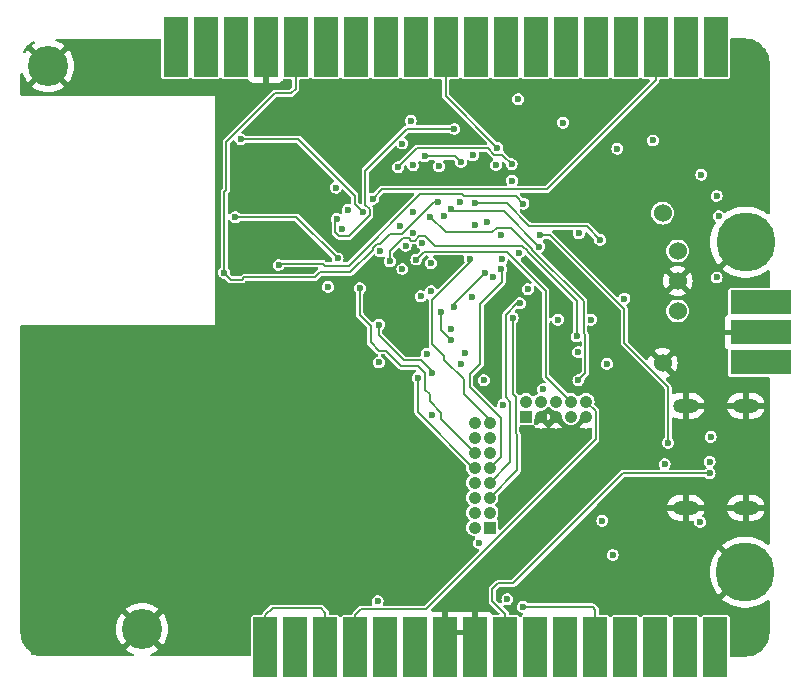
<source format=gbr>
%TF.GenerationSoftware,KiCad,Pcbnew,8.0.4*%
%TF.CreationDate,2024-10-23T22:06:26+09:00*%
%TF.ProjectId,balsun,62616c73-756e-42e6-9b69-6361645f7063,rev?*%
%TF.SameCoordinates,Original*%
%TF.FileFunction,Copper,L3,Inr*%
%TF.FilePolarity,Positive*%
%FSLAX46Y46*%
G04 Gerber Fmt 4.6, Leading zero omitted, Abs format (unit mm)*
G04 Created by KiCad (PCBNEW 8.0.4) date 2024-10-23 22:06:26*
%MOMM*%
%LPD*%
G01*
G04 APERTURE LIST*
%TA.AperFunction,ComponentPad*%
%ADD10C,1.530000*%
%TD*%
%TA.AperFunction,ComponentPad*%
%ADD11O,2.200000X1.200000*%
%TD*%
%TA.AperFunction,ComponentPad*%
%ADD12R,1.050000X1.050000*%
%TD*%
%TA.AperFunction,ComponentPad*%
%ADD13C,1.050000*%
%TD*%
%TA.AperFunction,ComponentPad*%
%ADD14C,1.524000*%
%TD*%
%TA.AperFunction,ComponentPad*%
%ADD15C,5.000000*%
%TD*%
%TA.AperFunction,ComponentPad*%
%ADD16R,2.000000X2.540000*%
%TD*%
%TA.AperFunction,ComponentPad*%
%ADD17C,3.400000*%
%TD*%
%TA.AperFunction,ComponentPad*%
%ADD18R,2.540000X2.000000*%
%TD*%
%TA.AperFunction,ViaPad*%
%ADD19C,0.600000*%
%TD*%
%TA.AperFunction,Conductor*%
%ADD20C,0.200000*%
%TD*%
%ADD21C,0.300000*%
%ADD22C,0.350000*%
%ADD23O,1.600000X0.600000*%
G04 APERTURE END LIST*
D10*
%TO.N,GND*%
%TO.C,U1*%
X211425000Y-101650000D03*
%TO.N,VBAT*%
X211425000Y-88950000D03*
%TD*%
D11*
%TO.N,GND*%
%TO.C,J5*%
X213375000Y-113895000D03*
X213375000Y-105255000D03*
X218475000Y-113895000D03*
X218475000Y-105255000D03*
%TD*%
D12*
%TO.N,+5V*%
%TO.C,J1*%
X199855000Y-106175000D03*
D13*
%TO.N,P108_SWDIO*%
X199855000Y-104905000D03*
%TO.N,GND*%
X201125000Y-106175000D03*
%TO.N,P300_SWCLK*%
X201125000Y-104905000D03*
%TO.N,GND*%
X202395000Y-106175000D03*
%TO.N,unconnected-(J1-Pad6)*%
X202395000Y-104905000D03*
%TO.N,P502_SCI1_RXD*%
X203665000Y-106175000D03*
%TO.N,P501_SCI1_TXD*%
X203665000Y-104905000D03*
%TO.N,GND*%
X204935000Y-106175000D03*
%TO.N,RESET*%
X204935000Y-104905000D03*
%TD*%
D12*
%TO.N,P402*%
%TO.C,J4*%
X196800000Y-115580000D03*
D13*
%TO.N,P401*%
X195530000Y-115580000D03*
%TO.N,P215*%
X196800000Y-114310000D03*
%TO.N,P400*%
X195530000Y-114310000D03*
%TO.N,P214*%
X196800000Y-113040000D03*
%TO.N,P011*%
X195530000Y-113040000D03*
%TO.N,P411*%
X196800000Y-111770000D03*
%TO.N,P003*%
X195530000Y-111770000D03*
%TO.N,P410*%
X196800000Y-110500000D03*
%TO.N,P004*%
X195530000Y-110500000D03*
%TO.N,P409*%
X196800000Y-109230000D03*
%TO.N,P015*%
X195530000Y-109230000D03*
%TO.N,P408*%
X196800000Y-107960000D03*
%TO.N,P113*%
X195530000Y-107960000D03*
%TO.N,P206*%
X196800000Y-106690000D03*
%TO.N,P205*%
X195530000Y-106690000D03*
%TD*%
D14*
%TO.N,VEXTIN*%
%TO.C,IC3*%
X212700000Y-97240000D03*
%TO.N,GND*%
X212700000Y-94700000D03*
%TO.N,Net-(IC3-OUT)*%
X212700000Y-92160000D03*
%TD*%
D15*
%TO.N,GND*%
%TO.C,H3*%
X218450000Y-91412500D03*
%TD*%
D16*
%TO.N,WISUN_TX_Serial1_D0*%
%TO.C,P1*%
X215920000Y-76140000D03*
X215920000Y-73600000D03*
%TO.N,WISUN_RX_Serial1_D1*%
X213380000Y-76140000D03*
X213380000Y-73600000D03*
%TO.N,P105_IRQ00_GPT1_A*%
X210840000Y-76140000D03*
X210840000Y-73600000D03*
%TO.N,P104_IRQ01_GPT1_B*%
X208300000Y-76140000D03*
X208300000Y-73600000D03*
%TO.N,P103_SPI0_SSL_GPT2_A_CAN0_TX*%
X205760000Y-76140000D03*
X205760000Y-73600000D03*
%TO.N,P102_SPI0_RSPCK_GPT2_B_CAN0_RX*%
X203220000Y-76140000D03*
X203220000Y-73600000D03*
%TO.N,P106_GPT0_B*%
X200680000Y-76140000D03*
X200680000Y-73600000D03*
%TO.N,P107_GPT0_A*%
X198140000Y-76140000D03*
X198140000Y-73600000D03*
%TO.N,P304_GPT7_A*%
X193060000Y-76140000D03*
X193060000Y-73600000D03*
%TO.N,P303_GPT7_B*%
X190520000Y-76140000D03*
X190520000Y-73600000D03*
%TO.N,P112_GPT3_B*%
X187980000Y-76140000D03*
X187980000Y-73600000D03*
%TO.N,P109_SCI9_TXD*%
X185440000Y-76140000D03*
X185440000Y-73600000D03*
%TO.N,P110_SCI9_RXD*%
X182900000Y-76140000D03*
X182900000Y-73600000D03*
%TO.N,P111_GPT3_A*%
X180360000Y-76140000D03*
X180360000Y-73600000D03*
%TO.N,GND*%
X177820000Y-76140000D03*
X177820000Y-73600000D03*
%TO.N,AREF*%
X175280000Y-76140000D03*
X175280000Y-73600000D03*
%TO.N,P101_AN21_SDA*%
X172740000Y-76140000D03*
X172740000Y-73600000D03*
%TO.N,P100_AN22_SCL*%
X170200000Y-76140000D03*
X170200000Y-73600000D03*
%TO.N,+5V*%
X195600000Y-76140000D03*
X195600000Y-73600000D03*
%TD*%
D17*
%TO.N,GND*%
%TO.C,H4*%
X159400000Y-76500000D03*
%TD*%
%TO.N,GND*%
%TO.C,H5*%
X167375000Y-124175000D03*
%TD*%
D18*
%TO.N,VEXTIN*%
%TO.C,H1*%
X218450000Y-101600000D03*
X220990000Y-101600000D03*
%TO.N,GND*%
X218450000Y-99060000D03*
X220990000Y-99060000D03*
%TO.N,VBAT*%
X218450000Y-96520000D03*
X220990000Y-96520000D03*
%TD*%
D16*
%TO.N,+5V*%
%TO.C,J2*%
X177800000Y-124460000D03*
X177800000Y-127000000D03*
%TO.N,MD*%
X180340000Y-124460000D03*
X180340000Y-127000000D03*
%TO.N,+5V*%
X182880000Y-124460000D03*
X182880000Y-127000000D03*
%TO.N,RESET*%
X185420000Y-124460000D03*
X185420000Y-127000000D03*
%TO.N,+3V3*%
X187960000Y-124460000D03*
X187960000Y-127000000D03*
%TO.N,+5V*%
X190500000Y-124460000D03*
X190500000Y-127000000D03*
%TO.N,GND*%
X193040000Y-124460000D03*
X193040000Y-127000000D03*
X195580000Y-124460000D03*
X195580000Y-127000000D03*
%TO.N,VUSB*%
X198120000Y-124460000D03*
X198120000Y-127000000D03*
%TO.N,unconnected-(J2-Pad10)*%
X200660000Y-124460000D03*
%TO.N,unconnected-(J2-Pad10)_1*%
X200660000Y-127000000D03*
%TO.N,P014_AN09_DAC*%
X203200000Y-124460000D03*
X203200000Y-127000000D03*
%TO.N,P000_AN00_AMP+*%
X205740000Y-124460000D03*
X205740000Y-127000000D03*
%TO.N,P001_AN01_AMP-*%
X208280000Y-124460000D03*
X208280000Y-127000000D03*
%TO.N,P002_AN02_AMPO*%
X210820000Y-124460000D03*
X210820000Y-127000000D03*
%TO.N,P101_AN21_SDA*%
X213360000Y-124460000D03*
X213360000Y-127000000D03*
%TO.N,P100_AN22_SCL*%
X215900000Y-124460000D03*
X215900000Y-127000000D03*
%TD*%
D15*
%TO.N,GND*%
%TO.C,H2*%
X218425000Y-119350000D03*
%TD*%
D19*
%TO.N,GND*%
X190600000Y-111600000D03*
X169500000Y-121500000D03*
X163600000Y-124100000D03*
X202900000Y-83400000D03*
X159200000Y-122300000D03*
X178000000Y-87700000D03*
X196600000Y-100300000D03*
X199800000Y-99700000D03*
X160300000Y-113500000D03*
X202700000Y-119300000D03*
X190000000Y-78500000D03*
X167700000Y-75600000D03*
X161500000Y-115100000D03*
X185600000Y-120900000D03*
X200400000Y-110800000D03*
X218200000Y-123900000D03*
X163600000Y-122300000D03*
X202500000Y-108100000D03*
X158200000Y-116900000D03*
X178800000Y-89900000D03*
X158200000Y-126100000D03*
X176200000Y-88100000D03*
X194900000Y-82700000D03*
X179200000Y-91400000D03*
X166500000Y-114600000D03*
X158200000Y-119000000D03*
X188900000Y-86200000D03*
X207800000Y-119500000D03*
X164600000Y-113500000D03*
X210000000Y-83500000D03*
X163600000Y-126100000D03*
X158200000Y-122300000D03*
X165000000Y-116200000D03*
X218700000Y-83700000D03*
X177800000Y-85400000D03*
X161500000Y-113600000D03*
X163300000Y-117800000D03*
X161400000Y-120600000D03*
X182200000Y-81900000D03*
X159200000Y-119000000D03*
X201000000Y-115800000D03*
X163800000Y-114300000D03*
X211000000Y-91600000D03*
X165830000Y-118955000D03*
X162200000Y-115900000D03*
X165700000Y-115400000D03*
X161500000Y-116700000D03*
X161400000Y-119000000D03*
X166300000Y-112000000D03*
X209000000Y-88500000D03*
X158200000Y-113500000D03*
X188200000Y-98900000D03*
X192700000Y-80900000D03*
X165900000Y-117300000D03*
X180900000Y-98100000D03*
X161400000Y-126100000D03*
X163000000Y-115100000D03*
X179000000Y-87800000D03*
X167700000Y-120600000D03*
X201700000Y-92400000D03*
X167400000Y-113800000D03*
X159200000Y-113500000D03*
X214500000Y-120600000D03*
X163600000Y-120600000D03*
X180400000Y-80600000D03*
X161400000Y-122300000D03*
X174300000Y-122600000D03*
X162500000Y-118700000D03*
X167700000Y-119000000D03*
X206700000Y-97800000D03*
X211600000Y-80000000D03*
X217800000Y-88100000D03*
X158200000Y-124100000D03*
X207200000Y-90900000D03*
X160300000Y-119000000D03*
X164100000Y-117000000D03*
X202700000Y-113300000D03*
X161400000Y-124100000D03*
X160300000Y-116900000D03*
X209300000Y-96200000D03*
X206900000Y-94500000D03*
X203600000Y-116500000D03*
X165400000Y-112700000D03*
X167300000Y-111400000D03*
X162300000Y-74800000D03*
X159200000Y-116900000D03*
X214300000Y-103500000D03*
X160300000Y-122300000D03*
X165800000Y-120600000D03*
X167700000Y-117300000D03*
%TO.N,+5V*%
X187400000Y-101600000D03*
X190286600Y-88836900D03*
X197935600Y-105173300D03*
X197100000Y-94400000D03*
X190089700Y-81135100D03*
X198694900Y-86207000D03*
%TO.N,MD*%
X184754100Y-88668600D03*
X191076800Y-91514800D03*
%TO.N,P101_AN21_SDA*%
X205349200Y-97975000D03*
X184298100Y-90310200D03*
%TO.N,P111_GPT3_A*%
X192422900Y-88001000D03*
X174300000Y-94000000D03*
%TO.N,P304_GPT7_A*%
X197423900Y-83414300D03*
%TO.N,P409*%
X200020200Y-95397200D03*
%TO.N,P401*%
X194372000Y-101767600D03*
%TO.N,P001_AN01_AMP-*%
X193551200Y-99685700D03*
X192700000Y-97300000D03*
%TO.N,P214*%
X198738100Y-97828600D03*
%TO.N,P003*%
X191832700Y-95555300D03*
%TO.N,P206*%
X195117700Y-92871500D03*
%TO.N,P400*%
X194705700Y-100796000D03*
%TO.N,P107_GPT0_A*%
X194277700Y-88028100D03*
%TO.N,P000_AN00_AMP+*%
X193502700Y-98733300D03*
X199595150Y-122295150D03*
%TO.N,P408*%
X197800000Y-92880000D03*
%TO.N,P100_AN22_SCL*%
X191800000Y-93200000D03*
X208200000Y-96200000D03*
X175700000Y-82700000D03*
X186043100Y-88895900D03*
%TO.N,P110_SCI9_RXD*%
X190300000Y-84900000D03*
%TO.N,P106_GPT0_B*%
X189165000Y-90022700D03*
%TO.N,Net-(IC1-P200)*%
X189027000Y-85066400D03*
X198635900Y-84808400D03*
%TO.N,P410*%
X197751600Y-93691200D03*
%TO.N,P411*%
X199348700Y-96594300D03*
%TO.N,P004*%
X190700000Y-102900000D03*
%TO.N,P205*%
X196591400Y-89700400D03*
%TO.N,P109_SCI9_TXD*%
X192493600Y-84990700D03*
%TO.N,P014_AN09_DAC*%
X187400000Y-98400000D03*
X189402100Y-93687600D03*
X196300000Y-103100000D03*
X191900000Y-102500000D03*
X207200000Y-117900000D03*
%TO.N,P002_AN02_AMPO*%
X198282200Y-121642600D03*
X191442500Y-100855600D03*
%TO.N,P105_IRQ00_GPT1_A*%
X186893300Y-87743700D03*
%TO.N,P113*%
X204300000Y-103100000D03*
X191713600Y-89250200D03*
%TO.N,P215*%
X195860900Y-116887700D03*
X195271500Y-96015800D03*
%TO.N,P104_IRQ01_GPT1_B*%
X193800000Y-81831400D03*
X183825100Y-89441700D03*
%TO.N,P103_SPI0_SSL_GPT2_A_CAN0_TX*%
X190284800Y-90604900D03*
%TO.N,P102_SPI0_RSPCK_GPT2_B_CAN0_RX*%
X199200000Y-79300000D03*
X189669100Y-91704200D03*
%TO.N,P015*%
X185800000Y-95300000D03*
%TO.N,P112_GPT3_B*%
X192917100Y-89208800D03*
%TO.N,USB_D_P*%
X199267100Y-92325400D03*
X201319300Y-103872600D03*
%TO.N,USB_D_N*%
X211900000Y-108400000D03*
X215400000Y-110000000D03*
X201016700Y-90809600D03*
%TO.N,VUSB*%
X215500000Y-107900000D03*
X215400000Y-111000000D03*
X214700000Y-85700000D03*
%TO.N,CC1*%
X211600000Y-110200000D03*
X214600000Y-115100000D03*
%TO.N,VBAT*%
X216000000Y-94400000D03*
X203000000Y-81300000D03*
%TO.N,VREFH0*%
X183765400Y-86798600D03*
X190965600Y-96000000D03*
%TO.N,P013*%
X187504900Y-92181000D03*
X183100000Y-95200000D03*
%TO.N,P501_SCI1_TXD*%
X190578700Y-92886800D03*
%TO.N,P502_SCI1_RXD*%
X188340100Y-93047700D03*
X204145600Y-99393600D03*
%TO.N,WISUN_RESETN*%
X195516300Y-89951100D03*
X187300000Y-121800000D03*
%TO.N,WISUN_RX*%
X191927800Y-106056900D03*
X204265800Y-100716000D03*
%TO.N,Net-(IC1-P500)*%
X183912300Y-92791500D03*
X175249600Y-89294800D03*
%TO.N,WISUN_TX*%
X206714200Y-101717100D03*
X206321000Y-114987400D03*
%TO.N,RESET*%
X178914800Y-93351600D03*
X199647400Y-88155000D03*
%TO.N,+3V3*%
X197714200Y-90807400D03*
X193800000Y-96900000D03*
X189385800Y-83066000D03*
X196372400Y-94035300D03*
%TO.N,P300_SWCLK*%
X200993500Y-91795200D03*
X193484100Y-88641800D03*
%TO.N,P108_SWDIO*%
X197335100Y-84883700D03*
X194347900Y-84628100D03*
X191271600Y-84150300D03*
%TO.N,WISUN_TX_Serial1*%
X195528400Y-88125300D03*
X206143800Y-91218500D03*
%TO.N,WISUN_RX_Serial1*%
X204345800Y-90660800D03*
X195354700Y-84073800D03*
%TO.N,WISUN_TX_Serial1_D0*%
X216187100Y-89221200D03*
%TO.N,WISUN_RX_Serial1_D1*%
X202552600Y-97978700D03*
%TO.N,Net-(IC3-OUT)*%
X210600000Y-82800000D03*
%TO.N,Net-(IC5-ILIM)*%
X216000000Y-87500000D03*
X207600000Y-83500000D03*
%TD*%
D20*
%TO.N,VUSB*%
X198774000Y-120300000D02*
X208074000Y-111000000D01*
X197500000Y-120300000D02*
X198774000Y-120300000D01*
X208074000Y-111000000D02*
X215400000Y-111000000D01*
X197000000Y-120800000D02*
X197500000Y-120300000D01*
X197000000Y-121768300D02*
X197000000Y-120800000D01*
X198120000Y-122888300D02*
X197000000Y-121768300D01*
X198120000Y-124460000D02*
X198120000Y-122888300D01*
%TO.N,+5V*%
X177800000Y-123000000D02*
X178400000Y-122400000D01*
X178400000Y-122400000D02*
X182500000Y-122400000D01*
X182880000Y-122780000D02*
X182880000Y-124460000D01*
X182500000Y-122400000D02*
X182880000Y-122780000D01*
X177800000Y-124460000D02*
X177800000Y-123000000D01*
%TO.N,P111_GPT3_A*%
X174900000Y-94600000D02*
X174300000Y-94000000D01*
X192422900Y-88001000D02*
X192037900Y-88001000D01*
X189338200Y-90700700D02*
X189338200Y-90700800D01*
X184974100Y-93972000D02*
X182428000Y-93972000D01*
X174300000Y-94000000D02*
X174300000Y-87200000D01*
X174300000Y-87200000D02*
X174500000Y-87000000D01*
X187477800Y-91579300D02*
X187255800Y-91579300D01*
X182428000Y-93972000D02*
X182000000Y-94400000D01*
X189338200Y-90700800D02*
X188356300Y-90700800D01*
X174500000Y-82900000D02*
X178600000Y-78800000D01*
X176000000Y-94400000D02*
X175800000Y-94600000D01*
X174300000Y-93900000D02*
X174300000Y-94000000D01*
X186903200Y-91931900D02*
X186903200Y-92042900D01*
X180360000Y-78440000D02*
X180360000Y-76140000D01*
X187255800Y-91579300D02*
X186903200Y-91931900D01*
X174500000Y-87000000D02*
X174500000Y-82900000D01*
X188356300Y-90700800D02*
X187477800Y-91579300D01*
X175800000Y-94600000D02*
X174900000Y-94600000D01*
X186903200Y-92042900D02*
X184974100Y-93972000D01*
X178600000Y-78800000D02*
X180000000Y-78800000D01*
X182000000Y-94400000D02*
X176000000Y-94400000D01*
X180000000Y-78800000D02*
X180360000Y-78440000D01*
X192037900Y-88001000D02*
X189338200Y-90700700D01*
%TO.N,P304_GPT7_A*%
X193060000Y-76140000D02*
X193060000Y-79050400D01*
X193060000Y-79050400D02*
X197423900Y-83414300D01*
%TO.N,P001_AN01_AMP-*%
X192700000Y-98834500D02*
X193551200Y-99685700D01*
X192700000Y-97300000D02*
X192700000Y-98834500D01*
%TO.N,P214*%
X199000000Y-107600000D02*
X199100000Y-107700000D01*
X199100000Y-110740000D02*
X196800000Y-113040000D01*
X199000000Y-104500000D02*
X199000000Y-107600000D01*
X199100000Y-107700000D02*
X199100000Y-110740000D01*
X198738100Y-104238100D02*
X199000000Y-104500000D01*
X198738100Y-97828600D02*
X198738100Y-104238100D01*
%TO.N,P206*%
X191916200Y-96322700D02*
X195117700Y-93121200D01*
X192951000Y-101351000D02*
X192951000Y-101041300D01*
X196800000Y-106500000D02*
X194600000Y-104300000D01*
X192951000Y-101041300D02*
X191916200Y-100006500D01*
X196800000Y-106690000D02*
X196800000Y-106500000D01*
X195117700Y-93121200D02*
X195117700Y-92871500D01*
X194600000Y-104300000D02*
X194600000Y-103000000D01*
X194600000Y-103000000D02*
X192951000Y-101351000D01*
X191916200Y-100006500D02*
X191916200Y-96322700D01*
%TO.N,P000_AN00_AMP+*%
X199595150Y-122295150D02*
X199600000Y-122300000D01*
X199600000Y-122300000D02*
X205500000Y-122300000D01*
X205500000Y-122300000D02*
X205740000Y-122540000D01*
X205740000Y-122540000D02*
X205740000Y-124460000D01*
%TO.N,P100_AN22_SCL*%
X185354300Y-87476600D02*
X185354300Y-88207100D01*
X175700000Y-82700000D02*
X180577700Y-82700000D01*
X185354300Y-88207100D02*
X186043100Y-88895900D01*
X180577700Y-82700000D02*
X185354300Y-87476600D01*
%TO.N,Net-(IC1-P200)*%
X189027000Y-85066400D02*
X190621300Y-83472100D01*
X197174600Y-84016200D02*
X197843700Y-84016200D01*
X196630500Y-83472100D02*
X197174600Y-84016200D01*
X197843700Y-84016200D02*
X198635900Y-84808400D01*
X190621300Y-83472100D02*
X196630500Y-83472100D01*
%TO.N,P410*%
X195100000Y-103644250D02*
X197734600Y-106278850D01*
X197734600Y-106278850D02*
X197734600Y-109565400D01*
X197751600Y-93691200D02*
X197843000Y-93782600D01*
X197843000Y-94768000D02*
X196000000Y-96611000D01*
X196000000Y-101700000D02*
X195100000Y-102600000D01*
X197843000Y-93782600D02*
X197843000Y-94768000D01*
X196000000Y-96611000D02*
X196000000Y-101700000D01*
X197734600Y-109565400D02*
X196800000Y-110500000D01*
X195100000Y-102600000D02*
X195100000Y-103644250D01*
%TO.N,P411*%
X198136500Y-104523300D02*
X198136400Y-104523300D01*
X198537300Y-104924100D02*
X198136500Y-104523300D01*
X199121600Y-96594300D02*
X199348700Y-96594300D01*
X198136400Y-104523300D02*
X198136400Y-97579500D01*
X196800000Y-111770000D02*
X198537300Y-110032700D01*
X198537300Y-110032700D02*
X198537300Y-104924100D01*
X198136400Y-97579500D02*
X199121600Y-96594300D01*
%TO.N,P004*%
X190700000Y-105790300D02*
X195409700Y-110500000D01*
X190700000Y-102900000D02*
X190700000Y-105790300D01*
X195409700Y-110500000D02*
X195530000Y-110500000D01*
%TO.N,P014_AN09_DAC*%
X191900000Y-102300000D02*
X191900000Y-102500000D01*
X187400000Y-99300000D02*
X189500000Y-101400000D01*
X191900000Y-102500000D02*
X191900000Y-102400000D01*
X187400000Y-98400000D02*
X187400000Y-99300000D01*
X191000000Y-101400000D02*
X191900000Y-102300000D01*
X189500000Y-101400000D02*
X191000000Y-101400000D01*
%TO.N,P105_IRQ00_GPT1_A*%
X201611800Y-86939900D02*
X187697100Y-86939900D01*
X187697100Y-86939900D02*
X186893300Y-87743700D01*
X210840000Y-76140000D02*
X210840000Y-77711700D01*
X210840000Y-77711700D02*
X201611800Y-86939900D01*
%TO.N,P113*%
X204747500Y-96400000D02*
X200391800Y-92044300D01*
X193057900Y-90594500D02*
X191713600Y-89250200D01*
X197429000Y-90178000D02*
X197012500Y-90594500D01*
X198600600Y-90178000D02*
X197429000Y-90178000D01*
X197012500Y-90594500D02*
X193057900Y-90594500D01*
X204300000Y-103100000D02*
X204893500Y-102506500D01*
X204893500Y-102506500D02*
X204893500Y-99290500D01*
X204893500Y-99290500D02*
X204747500Y-99144500D01*
X204747500Y-99144500D02*
X204747500Y-96400000D01*
X200391800Y-92044300D02*
X200391800Y-91969200D01*
X200391800Y-91969200D02*
X198600600Y-90178000D01*
%TO.N,P104_IRQ01_GPT1_B*%
X183696300Y-89570500D02*
X183825100Y-89441700D01*
X186245800Y-88247700D02*
X186644800Y-88646700D01*
X183696300Y-90568200D02*
X183696300Y-89570500D01*
X184877900Y-90912000D02*
X184040100Y-90912000D01*
X186644800Y-88646700D02*
X186644800Y-89145100D01*
X186644800Y-89145100D02*
X184877900Y-90912000D01*
X193800000Y-81831400D02*
X189768600Y-81831400D01*
X186245800Y-85354200D02*
X186245800Y-88247700D01*
X189768600Y-81831400D02*
X186245800Y-85354200D01*
X184040100Y-90912000D02*
X183696300Y-90568200D01*
%TO.N,P015*%
X191300000Y-103900000D02*
X191700000Y-104300000D01*
X191700000Y-104900000D02*
X192700000Y-105900000D01*
X191295900Y-102495900D02*
X191295900Y-102600000D01*
X187400000Y-100600000D02*
X188000000Y-100600000D01*
X192700000Y-105900000D02*
X192700000Y-106400000D01*
X188000000Y-100600000D02*
X189300000Y-101900000D01*
X189300000Y-101900000D02*
X190700000Y-101900000D01*
X185800000Y-95300000D02*
X185800000Y-97600000D01*
X186700000Y-98500000D02*
X186700000Y-99900000D01*
X191300000Y-102600000D02*
X191300000Y-103900000D01*
X191700000Y-104300000D02*
X191700000Y-104900000D01*
X190700000Y-101900000D02*
X191295900Y-102495900D01*
X192700000Y-106400000D02*
X195530000Y-109230000D01*
X191295900Y-102600000D02*
X191300000Y-102600000D01*
X185800000Y-97600000D02*
X186700000Y-98500000D01*
X186700000Y-99900000D02*
X187400000Y-100600000D01*
%TO.N,USB_D_N*%
X208200000Y-97100000D02*
X208200000Y-99977000D01*
X201909600Y-90809600D02*
X208200000Y-97100000D01*
X208200000Y-99977000D02*
X211900000Y-103677000D01*
X201016700Y-90809600D02*
X201909600Y-90809600D01*
X211900000Y-103677000D02*
X211900000Y-108400000D01*
%TO.N,P501_SCI1_TXD*%
X190578700Y-92886800D02*
X191235100Y-92230400D01*
X201550100Y-102790100D02*
X203665000Y-104905000D01*
X191235100Y-92230400D02*
X198244100Y-92230400D01*
X198244100Y-92230400D02*
X201550100Y-95536400D01*
X201550100Y-95536400D02*
X201550100Y-102790100D01*
%TO.N,P502_SCI1_RXD*%
X190098400Y-91282500D02*
X189918400Y-91102500D01*
X188340200Y-93047700D02*
X188340100Y-93047700D01*
X199990100Y-92210600D02*
X199990100Y-92196400D01*
X199517400Y-91723700D02*
X192136600Y-91723700D01*
X199990100Y-92196400D02*
X199517400Y-91723700D01*
X192136600Y-91723700D02*
X191326000Y-90913100D01*
X190827600Y-90913100D02*
X190458200Y-91282500D01*
X190458200Y-91282500D02*
X190098400Y-91282500D01*
X189419100Y-91102500D02*
X188340200Y-92181400D01*
X188340200Y-92181400D02*
X188340200Y-93047700D01*
X204145600Y-99393600D02*
X204145600Y-96366100D01*
X189918400Y-91102500D02*
X189419100Y-91102500D01*
X204145600Y-96366100D02*
X199990100Y-92210600D01*
X191326000Y-90913100D02*
X190827600Y-90913100D01*
%TO.N,Net-(IC1-P500)*%
X180415600Y-89294800D02*
X183912300Y-92791500D01*
X175249600Y-89294800D02*
X180415600Y-89294800D01*
%TO.N,RESET*%
X182854600Y-93391600D02*
X182685800Y-93222800D01*
X185420000Y-122980000D02*
X185420000Y-124460000D01*
X195279300Y-87523600D02*
X195278100Y-87524800D01*
X183661600Y-93391600D02*
X182854600Y-93391600D01*
X199647400Y-88155000D02*
X199016000Y-87523600D01*
X184873900Y-93393200D02*
X183663200Y-93393200D01*
X190891300Y-87375800D02*
X184873900Y-93393200D01*
X195278100Y-87524800D02*
X194625300Y-87524800D01*
X199016000Y-87523600D02*
X195279300Y-87523600D01*
X183663200Y-93393200D02*
X183661600Y-93391600D01*
X182685800Y-93222800D02*
X179043600Y-93222800D01*
X205779000Y-105749000D02*
X205779000Y-108115700D01*
X205779000Y-108115700D02*
X191394700Y-122500000D01*
X194476300Y-87375800D02*
X190891300Y-87375800D01*
X179043600Y-93222800D02*
X178914800Y-93351600D01*
X194625300Y-87524800D02*
X194476300Y-87375800D01*
X191394700Y-122500000D02*
X185900000Y-122500000D01*
X204935000Y-104905000D02*
X205779000Y-105749000D01*
X185900000Y-122500000D02*
X185420000Y-122980000D01*
%TO.N,+3V3*%
X196372400Y-94035300D02*
X193800000Y-96607700D01*
X193800000Y-96607700D02*
X193800000Y-96900000D01*
%TO.N,P300_SWCLK*%
X197964100Y-88765800D02*
X193608100Y-88765800D01*
X200993500Y-91795200D02*
X197964100Y-88765800D01*
X193608100Y-88765800D02*
X193484100Y-88641800D01*
%TO.N,P108_SWDIO*%
X194347900Y-84628100D02*
X193870100Y-84150300D01*
X193870100Y-84150300D02*
X191271600Y-84150300D01*
%TO.N,WISUN_TX_Serial1*%
X206143800Y-91218500D02*
X204984400Y-90059100D01*
X200151900Y-90059100D02*
X198218100Y-88125300D01*
X198218100Y-88125300D02*
X195528400Y-88125300D01*
X204984400Y-90059100D02*
X200151900Y-90059100D01*
%TD*%
%TA.AperFunction,Conductor*%
%TO.N,GND*%
G36*
X218441065Y-74160819D02*
G01*
X218694498Y-74179073D01*
X218710412Y-74181263D01*
X218955966Y-74231455D01*
X218971460Y-74235685D01*
X219208470Y-74317225D01*
X219223283Y-74323422D01*
X219447750Y-74434936D01*
X219461643Y-74443001D01*
X219491615Y-74463104D01*
X219669788Y-74582609D01*
X219682530Y-74592410D01*
X219870863Y-74757770D01*
X219882229Y-74769136D01*
X220047589Y-74957469D01*
X220057390Y-74970211D01*
X220196997Y-75178354D01*
X220205066Y-75192254D01*
X220296493Y-75376289D01*
X220316572Y-75416705D01*
X220322776Y-75431535D01*
X220404312Y-75668531D01*
X220408545Y-75684038D01*
X220458735Y-75929582D01*
X220460927Y-75945507D01*
X220479180Y-76198926D01*
X220479500Y-76207834D01*
X220479500Y-88933310D01*
X220459815Y-89000349D01*
X220407011Y-89046104D01*
X220337853Y-89056048D01*
X220275796Y-89028301D01*
X220244518Y-89002056D01*
X219952538Y-88810019D01*
X219640260Y-88653185D01*
X219640254Y-88653183D01*
X219311869Y-88533661D01*
X219311866Y-88533660D01*
X218971828Y-88453070D01*
X218624723Y-88412500D01*
X218275277Y-88412500D01*
X217928172Y-88453070D01*
X217928170Y-88453070D01*
X217588133Y-88533660D01*
X217588130Y-88533661D01*
X217259745Y-88653183D01*
X217259739Y-88653185D01*
X216947461Y-88810019D01*
X216748754Y-88940710D01*
X216681926Y-88961102D01*
X216614682Y-88942127D01*
X216586902Y-88918312D01*
X216567481Y-88895899D01*
X216518228Y-88839057D01*
X216397153Y-88761247D01*
X216397151Y-88761246D01*
X216397149Y-88761245D01*
X216397150Y-88761245D01*
X216259063Y-88720700D01*
X216259061Y-88720700D01*
X216115139Y-88720700D01*
X216115136Y-88720700D01*
X215977049Y-88761245D01*
X215855973Y-88839056D01*
X215855972Y-88839056D01*
X215855972Y-88839057D01*
X215843390Y-88853577D01*
X215761723Y-88947826D01*
X215761722Y-88947828D01*
X215701934Y-89078743D01*
X215681453Y-89221200D01*
X215701934Y-89363656D01*
X215754112Y-89477908D01*
X215761723Y-89494573D01*
X215855972Y-89603343D01*
X215855974Y-89603344D01*
X215855973Y-89603344D01*
X215883742Y-89621190D01*
X215929496Y-89673994D01*
X215939440Y-89743152D01*
X215924089Y-89787505D01*
X215764561Y-90063816D01*
X215764555Y-90063829D01*
X215626145Y-90384699D01*
X215525916Y-90719488D01*
X215525914Y-90719497D01*
X215465236Y-91063619D01*
X215465235Y-91063630D01*
X215444916Y-91412496D01*
X215444916Y-91412503D01*
X215465235Y-91761369D01*
X215465236Y-91761380D01*
X215525914Y-92105502D01*
X215525916Y-92105511D01*
X215626145Y-92440300D01*
X215764555Y-92761170D01*
X215764561Y-92761183D01*
X215939289Y-93063822D01*
X216147967Y-93344125D01*
X216156148Y-93352796D01*
X217155747Y-92353197D01*
X217229588Y-92454830D01*
X217407670Y-92632912D01*
X217509300Y-92706750D01*
X216512818Y-93703233D01*
X216512819Y-93703234D01*
X216655484Y-93822945D01*
X216947461Y-94014980D01*
X217259739Y-94171814D01*
X217259745Y-94171816D01*
X217588130Y-94291338D01*
X217588133Y-94291339D01*
X217928171Y-94371929D01*
X218275276Y-94412499D01*
X218275277Y-94412500D01*
X218624723Y-94412500D01*
X218624723Y-94412499D01*
X218971827Y-94371929D01*
X218971829Y-94371929D01*
X219311866Y-94291339D01*
X219311869Y-94291338D01*
X219640254Y-94171816D01*
X219640260Y-94171814D01*
X219952538Y-94014980D01*
X220244520Y-93822941D01*
X220275793Y-93796700D01*
X220339800Y-93768686D01*
X220408793Y-93779724D01*
X220460865Y-93826310D01*
X220479500Y-93891688D01*
X220479500Y-95195500D01*
X220459815Y-95262539D01*
X220407011Y-95308294D01*
X220355500Y-95319500D01*
X217160247Y-95319500D01*
X217101770Y-95331131D01*
X217101769Y-95331132D01*
X217035447Y-95375447D01*
X216991132Y-95441769D01*
X216991131Y-95441770D01*
X216979500Y-95500247D01*
X216979500Y-97523444D01*
X216959815Y-97590483D01*
X216929811Y-97622710D01*
X216822812Y-97702809D01*
X216822809Y-97702812D01*
X216736649Y-97817906D01*
X216736645Y-97817913D01*
X216686403Y-97952620D01*
X216686401Y-97952627D01*
X216680000Y-98012155D01*
X216680000Y-98810000D01*
X218016988Y-98810000D01*
X217984075Y-98867007D01*
X217950000Y-98994174D01*
X217950000Y-99125826D01*
X217984075Y-99252993D01*
X218016988Y-99310000D01*
X216680000Y-99310000D01*
X216680000Y-100107844D01*
X216686401Y-100167372D01*
X216686403Y-100167379D01*
X216736645Y-100302086D01*
X216736649Y-100302093D01*
X216822809Y-100417187D01*
X216822812Y-100417190D01*
X216929811Y-100497290D01*
X216971682Y-100553223D01*
X216979500Y-100596556D01*
X216979500Y-102619752D01*
X216991131Y-102678229D01*
X216991132Y-102678230D01*
X217035447Y-102744552D01*
X217101769Y-102788867D01*
X217101770Y-102788868D01*
X217160247Y-102800499D01*
X217160250Y-102800500D01*
X217160252Y-102800500D01*
X219700252Y-102800500D01*
X220355500Y-102800500D01*
X220422539Y-102820185D01*
X220468294Y-102872989D01*
X220479500Y-102924500D01*
X220479500Y-116891788D01*
X220459815Y-116958827D01*
X220407011Y-117004582D01*
X220337853Y-117014526D01*
X220275795Y-116986778D01*
X220219518Y-116939557D01*
X219927538Y-116747519D01*
X219615260Y-116590685D01*
X219615254Y-116590683D01*
X219286869Y-116471161D01*
X219286866Y-116471160D01*
X218946828Y-116390570D01*
X218599723Y-116350000D01*
X218250277Y-116350000D01*
X217903172Y-116390570D01*
X217903170Y-116390570D01*
X217563133Y-116471160D01*
X217563130Y-116471161D01*
X217234745Y-116590683D01*
X217234739Y-116590685D01*
X216922461Y-116747519D01*
X216630480Y-116939557D01*
X216487819Y-117059264D01*
X216487818Y-117059265D01*
X217484301Y-118055748D01*
X217382670Y-118129588D01*
X217204588Y-118307670D01*
X217130748Y-118409301D01*
X216131148Y-117409701D01*
X216131147Y-117409702D01*
X216122976Y-117418363D01*
X216122972Y-117418368D01*
X215914289Y-117698677D01*
X215739561Y-118001316D01*
X215739555Y-118001329D01*
X215601145Y-118322199D01*
X215500916Y-118656988D01*
X215500914Y-118656997D01*
X215440236Y-119001119D01*
X215440235Y-119001130D01*
X215419916Y-119349996D01*
X215419916Y-119350003D01*
X215440235Y-119698869D01*
X215440236Y-119698880D01*
X215500914Y-120043002D01*
X215500916Y-120043011D01*
X215601145Y-120377800D01*
X215739555Y-120698670D01*
X215739561Y-120698683D01*
X215914289Y-121001322D01*
X216122967Y-121281625D01*
X216131148Y-121290296D01*
X217130747Y-120290697D01*
X217204588Y-120392330D01*
X217382670Y-120570412D01*
X217484300Y-120644250D01*
X216487818Y-121640733D01*
X216487819Y-121640734D01*
X216630484Y-121760445D01*
X216922461Y-121952480D01*
X217234739Y-122109314D01*
X217234745Y-122109316D01*
X217563130Y-122228838D01*
X217563133Y-122228839D01*
X217903171Y-122309429D01*
X218250276Y-122349999D01*
X218250277Y-122350000D01*
X218599723Y-122350000D01*
X218599723Y-122349999D01*
X218946827Y-122309429D01*
X218946829Y-122309429D01*
X219286866Y-122228839D01*
X219286869Y-122228838D01*
X219615254Y-122109316D01*
X219615260Y-122109314D01*
X219927538Y-121952480D01*
X220219515Y-121760445D01*
X220275794Y-121713222D01*
X220339802Y-121685209D01*
X220408794Y-121696248D01*
X220460866Y-121742834D01*
X220479500Y-121808211D01*
X220479500Y-124455933D01*
X220479235Y-124464043D01*
X220462583Y-124718104D01*
X220460465Y-124734186D01*
X220411591Y-124979888D01*
X220407393Y-124995554D01*
X220326864Y-125232786D01*
X220320657Y-125247772D01*
X220209853Y-125472460D01*
X220201743Y-125486507D01*
X220062559Y-125694811D01*
X220052685Y-125707679D01*
X219887502Y-125896033D01*
X219876033Y-125907502D01*
X219687679Y-126072685D01*
X219674811Y-126082559D01*
X219466507Y-126221743D01*
X219452460Y-126229853D01*
X219227772Y-126340657D01*
X219212786Y-126346864D01*
X218975554Y-126427393D01*
X218959888Y-126431591D01*
X218753168Y-126472711D01*
X218714185Y-126480465D01*
X218698104Y-126482583D01*
X218444063Y-126499232D01*
X218435920Y-126499497D01*
X217224466Y-126499161D01*
X217157432Y-126479458D01*
X217111691Y-126426641D01*
X217100500Y-126375161D01*
X217100500Y-123170249D01*
X217100499Y-123170247D01*
X217088868Y-123111770D01*
X217088867Y-123111769D01*
X217044552Y-123045447D01*
X216978230Y-123001132D01*
X216978229Y-123001131D01*
X216919752Y-122989500D01*
X216919748Y-122989500D01*
X214880252Y-122989500D01*
X214880247Y-122989500D01*
X214821770Y-123001131D01*
X214821769Y-123001132D01*
X214755447Y-123045447D01*
X214733102Y-123078890D01*
X214679489Y-123123695D01*
X214610164Y-123132402D01*
X214547137Y-123102247D01*
X214526898Y-123078890D01*
X214504552Y-123045447D01*
X214438230Y-123001132D01*
X214438229Y-123001131D01*
X214379752Y-122989500D01*
X214379748Y-122989500D01*
X212340252Y-122989500D01*
X212340247Y-122989500D01*
X212281770Y-123001131D01*
X212281769Y-123001132D01*
X212215447Y-123045447D01*
X212193102Y-123078890D01*
X212139489Y-123123695D01*
X212070164Y-123132402D01*
X212007137Y-123102247D01*
X211986898Y-123078890D01*
X211964552Y-123045447D01*
X211898230Y-123001132D01*
X211898229Y-123001131D01*
X211839752Y-122989500D01*
X211839748Y-122989500D01*
X209800252Y-122989500D01*
X209800247Y-122989500D01*
X209741770Y-123001131D01*
X209741769Y-123001132D01*
X209675447Y-123045447D01*
X209653102Y-123078890D01*
X209599489Y-123123695D01*
X209530164Y-123132402D01*
X209467137Y-123102247D01*
X209446898Y-123078890D01*
X209424552Y-123045447D01*
X209358230Y-123001132D01*
X209358229Y-123001131D01*
X209299752Y-122989500D01*
X209299748Y-122989500D01*
X207260252Y-122989500D01*
X207260247Y-122989500D01*
X207201770Y-123001131D01*
X207201769Y-123001132D01*
X207135447Y-123045447D01*
X207113102Y-123078890D01*
X207059489Y-123123695D01*
X206990164Y-123132402D01*
X206927137Y-123102247D01*
X206906898Y-123078890D01*
X206884552Y-123045447D01*
X206818230Y-123001132D01*
X206818229Y-123001131D01*
X206759752Y-122989500D01*
X206759748Y-122989500D01*
X206164500Y-122989500D01*
X206097461Y-122969815D01*
X206051706Y-122917011D01*
X206040500Y-122865500D01*
X206040500Y-122500439D01*
X206040500Y-122500438D01*
X206020021Y-122424011D01*
X206020017Y-122424004D01*
X205980464Y-122355495D01*
X205980458Y-122355487D01*
X205684510Y-122059539D01*
X205679782Y-122056810D01*
X205679779Y-122056808D01*
X205615991Y-122019980D01*
X205615990Y-122019979D01*
X205590513Y-122013152D01*
X205539562Y-121999500D01*
X205539560Y-121999500D01*
X200057853Y-121999500D01*
X199990814Y-121979815D01*
X199964140Y-121956703D01*
X199960961Y-121953034D01*
X199926278Y-121913007D01*
X199805203Y-121835197D01*
X199805201Y-121835196D01*
X199805199Y-121835195D01*
X199805200Y-121835195D01*
X199667113Y-121794650D01*
X199667111Y-121794650D01*
X199523189Y-121794650D01*
X199523186Y-121794650D01*
X199385099Y-121835195D01*
X199264023Y-121913006D01*
X199169773Y-122021776D01*
X199169772Y-122021778D01*
X199109984Y-122152693D01*
X199089503Y-122295150D01*
X199109984Y-122437606D01*
X199139431Y-122502085D01*
X199169773Y-122568523D01*
X199264022Y-122677293D01*
X199385097Y-122755103D01*
X199385100Y-122755104D01*
X199385099Y-122755104D01*
X199523039Y-122795606D01*
X199581817Y-122833380D01*
X199610843Y-122896935D01*
X199600900Y-122966094D01*
X199556997Y-123017684D01*
X199515448Y-123045446D01*
X199493102Y-123078890D01*
X199439489Y-123123695D01*
X199370164Y-123132402D01*
X199307137Y-123102247D01*
X199286898Y-123078890D01*
X199264552Y-123045447D01*
X199198230Y-123001132D01*
X199198229Y-123001131D01*
X199139752Y-122989500D01*
X199139748Y-122989500D01*
X198544500Y-122989500D01*
X198477461Y-122969815D01*
X198431706Y-122917011D01*
X198420500Y-122865500D01*
X198420500Y-122848739D01*
X198420263Y-122847853D01*
X198400021Y-122772311D01*
X198384760Y-122745878D01*
X198360464Y-122703795D01*
X198360458Y-122703787D01*
X197972679Y-122316008D01*
X197939194Y-122254685D01*
X197944178Y-122184993D01*
X197986050Y-122129060D01*
X198051514Y-122104643D01*
X198095295Y-122109350D01*
X198210238Y-122143100D01*
X198210239Y-122143100D01*
X198354162Y-122143100D01*
X198354162Y-122143099D01*
X198492253Y-122102553D01*
X198613328Y-122024743D01*
X198707577Y-121915973D01*
X198767365Y-121785057D01*
X198787847Y-121642600D01*
X198767365Y-121500143D01*
X198707577Y-121369227D01*
X198613328Y-121260457D01*
X198492253Y-121182647D01*
X198492251Y-121182646D01*
X198492249Y-121182645D01*
X198492250Y-121182645D01*
X198354163Y-121142100D01*
X198354161Y-121142100D01*
X198210239Y-121142100D01*
X198210236Y-121142100D01*
X198072149Y-121182645D01*
X197951073Y-121260456D01*
X197856823Y-121369226D01*
X197856822Y-121369228D01*
X197797034Y-121500143D01*
X197776553Y-121642600D01*
X197797034Y-121785055D01*
X197810181Y-121813842D01*
X197820124Y-121883001D01*
X197791098Y-121946556D01*
X197732320Y-121984330D01*
X197662450Y-121984330D01*
X197609705Y-121953034D01*
X197336819Y-121680148D01*
X197303334Y-121618825D01*
X197300500Y-121592467D01*
X197300500Y-120975833D01*
X197320185Y-120908794D01*
X197336819Y-120888152D01*
X197588152Y-120636819D01*
X197649475Y-120603334D01*
X197675833Y-120600500D01*
X198813560Y-120600500D01*
X198813562Y-120600500D01*
X198889989Y-120580021D01*
X198958511Y-120540460D01*
X199014460Y-120484511D01*
X201598971Y-117900000D01*
X206694353Y-117900000D01*
X206714834Y-118042456D01*
X206754627Y-118129588D01*
X206774623Y-118173373D01*
X206868872Y-118282143D01*
X206989947Y-118359953D01*
X206989950Y-118359954D01*
X206989949Y-118359954D01*
X207128036Y-118400499D01*
X207128038Y-118400500D01*
X207128039Y-118400500D01*
X207271962Y-118400500D01*
X207271962Y-118400499D01*
X207410053Y-118359953D01*
X207531128Y-118282143D01*
X207625377Y-118173373D01*
X207685165Y-118042457D01*
X207705647Y-117900000D01*
X207685165Y-117757543D01*
X207625377Y-117626627D01*
X207531128Y-117517857D01*
X207410053Y-117440047D01*
X207410051Y-117440046D01*
X207410049Y-117440045D01*
X207410050Y-117440045D01*
X207271963Y-117399500D01*
X207271961Y-117399500D01*
X207128039Y-117399500D01*
X207128036Y-117399500D01*
X206989949Y-117440045D01*
X206868873Y-117517856D01*
X206774623Y-117626626D01*
X206774622Y-117626628D01*
X206714834Y-117757543D01*
X206694353Y-117900000D01*
X201598971Y-117900000D01*
X204511571Y-114987400D01*
X205815353Y-114987400D01*
X205835834Y-115129856D01*
X205887258Y-115242456D01*
X205895623Y-115260773D01*
X205989872Y-115369543D01*
X206110947Y-115447353D01*
X206110950Y-115447354D01*
X206110949Y-115447354D01*
X206249036Y-115487899D01*
X206249038Y-115487900D01*
X206249039Y-115487900D01*
X206392962Y-115487900D01*
X206392962Y-115487899D01*
X206531053Y-115447353D01*
X206652128Y-115369543D01*
X206746377Y-115260773D01*
X206806165Y-115129857D01*
X206826647Y-114987400D01*
X206806165Y-114844943D01*
X206746377Y-114714027D01*
X206652128Y-114605257D01*
X206531053Y-114527447D01*
X206531051Y-114527446D01*
X206531049Y-114527445D01*
X206531050Y-114527445D01*
X206392963Y-114486900D01*
X206392961Y-114486900D01*
X206249039Y-114486900D01*
X206249036Y-114486900D01*
X206110949Y-114527445D01*
X205989873Y-114605256D01*
X205895623Y-114714026D01*
X205895622Y-114714028D01*
X205835834Y-114844943D01*
X205815353Y-114987400D01*
X204511571Y-114987400D01*
X205853972Y-113644999D01*
X211800884Y-113644999D01*
X211800885Y-113645000D01*
X212708012Y-113645000D01*
X212690795Y-113654940D01*
X212634940Y-113710795D01*
X212595444Y-113779204D01*
X212575000Y-113855504D01*
X212575000Y-113934496D01*
X212595444Y-114010796D01*
X212634940Y-114079205D01*
X212690795Y-114135060D01*
X212708012Y-114145000D01*
X211800885Y-114145000D01*
X211802085Y-114152584D01*
X211855591Y-114317255D01*
X211934195Y-114471524D01*
X212035967Y-114611602D01*
X212158397Y-114734032D01*
X212298475Y-114835804D01*
X212452742Y-114914408D01*
X212617415Y-114967914D01*
X212788429Y-114995000D01*
X213125000Y-114995000D01*
X213125000Y-114195000D01*
X213625000Y-114195000D01*
X213625000Y-114995000D01*
X213961565Y-114995000D01*
X213962009Y-114994965D01*
X213962176Y-114995000D01*
X213966444Y-114995000D01*
X213966444Y-114995896D01*
X214030387Y-115009323D01*
X214080149Y-115058370D01*
X214094487Y-115100935D01*
X214114834Y-115242456D01*
X214172874Y-115369543D01*
X214174623Y-115373373D01*
X214268872Y-115482143D01*
X214389947Y-115559953D01*
X214389950Y-115559954D01*
X214389949Y-115559954D01*
X214528036Y-115600499D01*
X214528038Y-115600500D01*
X214528039Y-115600500D01*
X214671962Y-115600500D01*
X214671962Y-115600499D01*
X214810053Y-115559953D01*
X214931128Y-115482143D01*
X215025377Y-115373373D01*
X215085165Y-115242457D01*
X215105647Y-115100000D01*
X215085165Y-114957543D01*
X215025377Y-114826627D01*
X214931128Y-114717857D01*
X214840956Y-114659907D01*
X214795203Y-114607105D01*
X214785259Y-114537947D01*
X214807681Y-114482704D01*
X214815804Y-114471523D01*
X214894408Y-114317255D01*
X214947914Y-114152584D01*
X214949115Y-114145000D01*
X214041988Y-114145000D01*
X214059205Y-114135060D01*
X214115060Y-114079205D01*
X214154556Y-114010796D01*
X214175000Y-113934496D01*
X214175000Y-113855504D01*
X214154556Y-113779204D01*
X214115060Y-113710795D01*
X214059205Y-113654940D01*
X214041988Y-113645000D01*
X214949115Y-113645000D01*
X214949115Y-113644999D01*
X216900884Y-113644999D01*
X216900885Y-113645000D01*
X217808012Y-113645000D01*
X217790795Y-113654940D01*
X217734940Y-113710795D01*
X217695444Y-113779204D01*
X217675000Y-113855504D01*
X217675000Y-113934496D01*
X217695444Y-114010796D01*
X217734940Y-114079205D01*
X217790795Y-114135060D01*
X217808012Y-114145000D01*
X216900885Y-114145000D01*
X216902085Y-114152584D01*
X216955591Y-114317255D01*
X217034195Y-114471524D01*
X217135967Y-114611602D01*
X217258397Y-114734032D01*
X217398475Y-114835804D01*
X217552742Y-114914408D01*
X217717415Y-114967914D01*
X217888429Y-114995000D01*
X218225000Y-114995000D01*
X218225000Y-114195000D01*
X218725000Y-114195000D01*
X218725000Y-114995000D01*
X219061571Y-114995000D01*
X219232584Y-114967914D01*
X219397257Y-114914408D01*
X219551524Y-114835804D01*
X219691602Y-114734032D01*
X219814032Y-114611602D01*
X219915804Y-114471524D01*
X219994408Y-114317255D01*
X220047914Y-114152584D01*
X220049115Y-114145000D01*
X219141988Y-114145000D01*
X219159205Y-114135060D01*
X219215060Y-114079205D01*
X219254556Y-114010796D01*
X219275000Y-113934496D01*
X219275000Y-113855504D01*
X219254556Y-113779204D01*
X219215060Y-113710795D01*
X219159205Y-113654940D01*
X219141988Y-113645000D01*
X220049115Y-113645000D01*
X220049115Y-113644999D01*
X220047914Y-113637415D01*
X219994408Y-113472744D01*
X219915804Y-113318475D01*
X219814032Y-113178397D01*
X219691602Y-113055967D01*
X219551524Y-112954195D01*
X219397257Y-112875591D01*
X219232584Y-112822085D01*
X219061571Y-112795000D01*
X218725000Y-112795000D01*
X218725000Y-113595000D01*
X218225000Y-113595000D01*
X218225000Y-112795000D01*
X217888429Y-112795000D01*
X217717415Y-112822085D01*
X217552742Y-112875591D01*
X217398475Y-112954195D01*
X217258397Y-113055967D01*
X217135967Y-113178397D01*
X217034195Y-113318475D01*
X216955591Y-113472744D01*
X216902085Y-113637415D01*
X216900884Y-113644999D01*
X214949115Y-113644999D01*
X214947914Y-113637415D01*
X214894408Y-113472744D01*
X214815804Y-113318475D01*
X214714032Y-113178397D01*
X214591602Y-113055967D01*
X214451524Y-112954195D01*
X214297257Y-112875591D01*
X214132584Y-112822085D01*
X213961571Y-112795000D01*
X213625000Y-112795000D01*
X213625000Y-113595000D01*
X213125000Y-113595000D01*
X213125000Y-112795000D01*
X212788429Y-112795000D01*
X212617415Y-112822085D01*
X212452742Y-112875591D01*
X212298475Y-112954195D01*
X212158397Y-113055967D01*
X212035967Y-113178397D01*
X211934195Y-113318475D01*
X211855591Y-113472744D01*
X211802085Y-113637415D01*
X211800884Y-113644999D01*
X205853972Y-113644999D01*
X208162152Y-111336819D01*
X208223475Y-111303334D01*
X208249833Y-111300500D01*
X214941499Y-111300500D01*
X215008538Y-111320185D01*
X215035211Y-111343296D01*
X215068872Y-111382143D01*
X215189947Y-111459953D01*
X215189950Y-111459954D01*
X215189949Y-111459954D01*
X215328036Y-111500499D01*
X215328038Y-111500500D01*
X215328039Y-111500500D01*
X215471962Y-111500500D01*
X215471962Y-111500499D01*
X215579121Y-111469035D01*
X215610050Y-111459954D01*
X215610050Y-111459953D01*
X215610053Y-111459953D01*
X215731128Y-111382143D01*
X215825377Y-111273373D01*
X215885165Y-111142457D01*
X215905647Y-111000000D01*
X215885165Y-110857543D01*
X215825377Y-110726627D01*
X215731128Y-110617857D01*
X215731125Y-110617855D01*
X215731125Y-110617854D01*
X215710058Y-110604316D01*
X215664302Y-110551513D01*
X215654358Y-110482354D01*
X215683382Y-110418798D01*
X215710058Y-110395684D01*
X215731125Y-110382145D01*
X215731125Y-110382144D01*
X215731128Y-110382143D01*
X215825377Y-110273373D01*
X215885165Y-110142457D01*
X215905647Y-110000000D01*
X215885165Y-109857543D01*
X215825377Y-109726627D01*
X215731128Y-109617857D01*
X215610053Y-109540047D01*
X215610051Y-109540046D01*
X215610049Y-109540045D01*
X215610050Y-109540045D01*
X215471963Y-109499500D01*
X215471961Y-109499500D01*
X215328039Y-109499500D01*
X215328036Y-109499500D01*
X215189949Y-109540045D01*
X215068873Y-109617856D01*
X214974622Y-109726627D01*
X214914834Y-109857543D01*
X214894353Y-110000000D01*
X214914834Y-110142456D01*
X214936695Y-110190324D01*
X214974623Y-110273373D01*
X215068872Y-110382143D01*
X215076324Y-110386932D01*
X215089943Y-110395685D01*
X215135698Y-110448489D01*
X215145641Y-110517648D01*
X215116615Y-110581203D01*
X215089943Y-110604315D01*
X215068874Y-110617855D01*
X215068873Y-110617855D01*
X215035212Y-110656703D01*
X214976433Y-110694477D01*
X214941499Y-110699500D01*
X212100959Y-110699500D01*
X212033920Y-110679815D01*
X211988165Y-110627011D01*
X211978221Y-110557853D01*
X212007246Y-110494297D01*
X212025377Y-110473373D01*
X212085165Y-110342457D01*
X212105647Y-110200000D01*
X212085165Y-110057543D01*
X212025377Y-109926627D01*
X211931128Y-109817857D01*
X211810053Y-109740047D01*
X211810051Y-109740046D01*
X211810049Y-109740045D01*
X211810050Y-109740045D01*
X211671963Y-109699500D01*
X211671961Y-109699500D01*
X211528039Y-109699500D01*
X211528036Y-109699500D01*
X211389949Y-109740045D01*
X211268873Y-109817856D01*
X211174623Y-109926626D01*
X211174622Y-109926628D01*
X211114834Y-110057543D01*
X211094353Y-110200000D01*
X211114834Y-110342456D01*
X211149699Y-110418798D01*
X211174623Y-110473373D01*
X211192754Y-110494297D01*
X211221779Y-110557853D01*
X211211835Y-110627011D01*
X211166081Y-110679815D01*
X211099041Y-110699500D01*
X208034438Y-110699500D01*
X208003867Y-110707691D01*
X207958008Y-110719979D01*
X207958007Y-110719980D01*
X207922538Y-110740459D01*
X207889492Y-110759537D01*
X207889487Y-110759541D01*
X198685848Y-119963181D01*
X198624525Y-119996666D01*
X198598167Y-119999500D01*
X197460438Y-119999500D01*
X197384010Y-120019978D01*
X197315489Y-120059540D01*
X197315486Y-120059542D01*
X196759541Y-120615487D01*
X196759535Y-120615495D01*
X196719982Y-120684004D01*
X196719979Y-120684009D01*
X196710753Y-120718443D01*
X196699500Y-120760438D01*
X196699500Y-121807862D01*
X196706824Y-121835195D01*
X196719979Y-121884289D01*
X196738272Y-121915973D01*
X196738272Y-121915974D01*
X196759537Y-121952807D01*
X196759541Y-121952812D01*
X197584548Y-122777819D01*
X197618033Y-122839142D01*
X197613049Y-122908834D01*
X197571177Y-122964767D01*
X197505713Y-122989184D01*
X197496867Y-122989500D01*
X197116556Y-122989500D01*
X197049517Y-122969815D01*
X197017290Y-122939811D01*
X196937190Y-122832812D01*
X196937187Y-122832809D01*
X196822093Y-122746649D01*
X196822086Y-122746645D01*
X196687379Y-122696403D01*
X196687372Y-122696401D01*
X196627844Y-122690000D01*
X195830000Y-122690000D01*
X195830000Y-124026988D01*
X195772993Y-123994075D01*
X195645826Y-123960000D01*
X195514174Y-123960000D01*
X195387007Y-123994075D01*
X195330000Y-124026988D01*
X195330000Y-122690000D01*
X194532155Y-122690000D01*
X194472627Y-122696401D01*
X194472619Y-122696403D01*
X194353333Y-122740894D01*
X194283641Y-122745878D01*
X194266667Y-122740894D01*
X194147380Y-122696403D01*
X194147372Y-122696401D01*
X194087844Y-122690000D01*
X193290000Y-122690000D01*
X193290000Y-124026988D01*
X193232993Y-123994075D01*
X193105826Y-123960000D01*
X192974174Y-123960000D01*
X192847007Y-123994075D01*
X192790000Y-124026988D01*
X192790000Y-122690000D01*
X191992172Y-122690000D01*
X191992153Y-122690001D01*
X191935482Y-122696094D01*
X191866723Y-122683689D01*
X191815585Y-122636079D01*
X191798306Y-122568380D01*
X191820371Y-122502085D01*
X191834540Y-122485130D01*
X206019460Y-108300211D01*
X206027869Y-108285646D01*
X206059021Y-108231689D01*
X206079500Y-108155262D01*
X206079500Y-105709438D01*
X206059021Y-105633011D01*
X206048094Y-105614084D01*
X206019464Y-105564495D01*
X206019458Y-105564487D01*
X205669645Y-105214674D01*
X205636160Y-105153351D01*
X205640285Y-105086036D01*
X205646786Y-105067461D01*
X205652585Y-105015991D01*
X205665091Y-104905003D01*
X205665091Y-104904996D01*
X205646787Y-104742544D01*
X205646786Y-104742542D01*
X205646786Y-104742539D01*
X205592789Y-104588225D01*
X205505808Y-104449796D01*
X205390204Y-104334192D01*
X205363201Y-104317225D01*
X205251774Y-104247210D01*
X205097455Y-104193212D01*
X204935004Y-104174909D01*
X204934996Y-104174909D01*
X204772544Y-104193212D01*
X204618225Y-104247210D01*
X204479795Y-104334192D01*
X204387681Y-104426307D01*
X204326358Y-104459792D01*
X204256666Y-104454808D01*
X204212319Y-104426307D01*
X204120204Y-104334192D01*
X203981774Y-104247210D01*
X203827455Y-104193212D01*
X203665004Y-104174909D01*
X203664996Y-104174909D01*
X203502544Y-104193212D01*
X203502531Y-104193215D01*
X203483955Y-104199715D01*
X203414176Y-104203274D01*
X203355324Y-104170353D01*
X201886919Y-102701948D01*
X201853434Y-102640625D01*
X201850600Y-102614267D01*
X201850600Y-98216372D01*
X201870285Y-98149333D01*
X201923089Y-98103578D01*
X201992247Y-98093634D01*
X202055803Y-98122659D01*
X202087393Y-98164859D01*
X202127223Y-98252073D01*
X202221472Y-98360843D01*
X202342547Y-98438653D01*
X202342550Y-98438654D01*
X202342549Y-98438654D01*
X202418791Y-98461040D01*
X202468034Y-98475499D01*
X202480636Y-98479199D01*
X202480638Y-98479200D01*
X202480639Y-98479200D01*
X202624562Y-98479200D01*
X202624562Y-98479199D01*
X202762653Y-98438653D01*
X202883728Y-98360843D01*
X202977977Y-98252073D01*
X203037765Y-98121157D01*
X203058247Y-97978700D01*
X203037765Y-97836243D01*
X202977977Y-97705327D01*
X202883728Y-97596557D01*
X202762653Y-97518747D01*
X202762651Y-97518746D01*
X202762649Y-97518745D01*
X202762650Y-97518745D01*
X202624563Y-97478200D01*
X202624561Y-97478200D01*
X202480639Y-97478200D01*
X202480636Y-97478200D01*
X202342549Y-97518745D01*
X202221473Y-97596556D01*
X202221472Y-97596556D01*
X202221472Y-97596557D01*
X202209724Y-97610115D01*
X202127223Y-97705326D01*
X202127222Y-97705328D01*
X202087394Y-97792539D01*
X202041639Y-97845343D01*
X201974599Y-97865027D01*
X201907560Y-97845342D01*
X201861805Y-97792538D01*
X201850600Y-97741027D01*
X201850600Y-95496839D01*
X201830120Y-95420409D01*
X201830117Y-95420404D01*
X201790564Y-95351895D01*
X201790558Y-95351887D01*
X199429258Y-92990587D01*
X199395773Y-92929264D01*
X199400757Y-92859572D01*
X199442629Y-92803639D01*
X199469587Y-92790144D01*
X199469083Y-92789039D01*
X199477147Y-92785354D01*
X199477153Y-92785353D01*
X199598228Y-92707543D01*
X199692477Y-92598773D01*
X199692772Y-92598127D01*
X199700058Y-92582174D01*
X199745812Y-92529370D01*
X199812852Y-92509685D01*
X199879891Y-92529369D01*
X199900533Y-92546004D01*
X203808781Y-96454252D01*
X203842266Y-96515575D01*
X203845100Y-96541933D01*
X203845100Y-98929860D01*
X203825415Y-98996899D01*
X203814813Y-99011062D01*
X203720225Y-99120222D01*
X203720222Y-99120228D01*
X203660434Y-99251143D01*
X203639953Y-99393600D01*
X203660434Y-99536056D01*
X203700978Y-99624833D01*
X203720223Y-99666973D01*
X203814472Y-99775743D01*
X203935547Y-99853553D01*
X203935550Y-99853554D01*
X203935549Y-99853554D01*
X204073636Y-99894099D01*
X204073638Y-99894100D01*
X204073639Y-99894100D01*
X204217562Y-99894100D01*
X204217562Y-99894099D01*
X204324721Y-99862635D01*
X204355650Y-99853554D01*
X204355651Y-99853554D01*
X204391264Y-99830667D01*
X204401961Y-99823792D01*
X204468999Y-99804108D01*
X204536039Y-99823792D01*
X204581794Y-99876596D01*
X204593000Y-99928108D01*
X204593000Y-100124799D01*
X204573315Y-100191838D01*
X204520511Y-100237593D01*
X204451353Y-100247537D01*
X204434066Y-100243776D01*
X204337764Y-100215500D01*
X204337761Y-100215500D01*
X204193839Y-100215500D01*
X204193836Y-100215500D01*
X204055749Y-100256045D01*
X203934673Y-100333856D01*
X203840423Y-100442626D01*
X203840422Y-100442628D01*
X203780634Y-100573543D01*
X203760153Y-100716000D01*
X203780634Y-100858456D01*
X203822285Y-100949657D01*
X203840423Y-100989373D01*
X203934672Y-101098143D01*
X204055747Y-101175953D01*
X204055750Y-101175954D01*
X204055749Y-101175954D01*
X204142838Y-101201525D01*
X204191080Y-101215690D01*
X204193836Y-101216499D01*
X204193838Y-101216500D01*
X204193839Y-101216500D01*
X204337761Y-101216500D01*
X204434065Y-101188223D01*
X204503935Y-101188223D01*
X204562713Y-101225997D01*
X204591738Y-101289553D01*
X204593000Y-101307200D01*
X204593000Y-102330666D01*
X204573315Y-102397705D01*
X204556681Y-102418347D01*
X204411847Y-102563181D01*
X204350524Y-102596666D01*
X204324166Y-102599500D01*
X204228036Y-102599500D01*
X204089949Y-102640045D01*
X203968873Y-102717856D01*
X203874623Y-102826626D01*
X203874622Y-102826628D01*
X203814836Y-102957540D01*
X203814834Y-102957542D01*
X203794353Y-103100000D01*
X203814834Y-103242456D01*
X203863332Y-103348649D01*
X203874623Y-103373373D01*
X203968872Y-103482143D01*
X204089947Y-103559953D01*
X204089950Y-103559954D01*
X204089949Y-103559954D01*
X204228036Y-103600499D01*
X204228038Y-103600500D01*
X204228039Y-103600500D01*
X204371962Y-103600500D01*
X204371962Y-103600499D01*
X204510053Y-103559953D01*
X204631128Y-103482143D01*
X204725377Y-103373373D01*
X204785165Y-103242457D01*
X204805647Y-103100000D01*
X204804339Y-103090905D01*
X204814279Y-103021749D01*
X204839390Y-102985579D01*
X205133960Y-102691011D01*
X205173522Y-102622488D01*
X205194000Y-102546062D01*
X205194000Y-102466938D01*
X205194000Y-101717100D01*
X206208553Y-101717100D01*
X206229034Y-101859556D01*
X206276343Y-101963147D01*
X206288823Y-101990473D01*
X206383072Y-102099243D01*
X206504147Y-102177053D01*
X206504150Y-102177054D01*
X206504149Y-102177054D01*
X206642236Y-102217599D01*
X206642238Y-102217600D01*
X206642239Y-102217600D01*
X206786162Y-102217600D01*
X206786162Y-102217599D01*
X206893321Y-102186135D01*
X206924250Y-102177054D01*
X206924250Y-102177053D01*
X206924253Y-102177053D01*
X207045328Y-102099243D01*
X207139577Y-101990473D01*
X207199365Y-101859557D01*
X207219847Y-101717100D01*
X207199365Y-101574643D01*
X207139577Y-101443727D01*
X207045328Y-101334957D01*
X206924253Y-101257147D01*
X206924251Y-101257146D01*
X206924249Y-101257145D01*
X206924250Y-101257145D01*
X206786163Y-101216600D01*
X206786161Y-101216600D01*
X206642239Y-101216600D01*
X206642236Y-101216600D01*
X206504149Y-101257145D01*
X206383073Y-101334956D01*
X206288823Y-101443726D01*
X206288822Y-101443728D01*
X206229034Y-101574643D01*
X206208553Y-101717100D01*
X205194000Y-101717100D01*
X205194000Y-99250938D01*
X205173521Y-99174511D01*
X205142181Y-99120228D01*
X205133964Y-99105995D01*
X205133958Y-99105987D01*
X205084319Y-99056348D01*
X205050834Y-98995025D01*
X205048000Y-98968667D01*
X205048000Y-98573834D01*
X205067685Y-98506795D01*
X205120489Y-98461040D01*
X205189647Y-98451096D01*
X205206933Y-98454856D01*
X205224198Y-98459926D01*
X205277238Y-98475500D01*
X205277239Y-98475500D01*
X205421162Y-98475500D01*
X205421162Y-98475499D01*
X205528321Y-98444035D01*
X205559250Y-98434954D01*
X205559250Y-98434953D01*
X205559253Y-98434953D01*
X205680328Y-98357143D01*
X205774577Y-98248373D01*
X205834365Y-98117457D01*
X205854847Y-97975000D01*
X205834365Y-97832543D01*
X205774577Y-97701627D01*
X205680328Y-97592857D01*
X205559253Y-97515047D01*
X205559251Y-97515046D01*
X205559249Y-97515045D01*
X205559250Y-97515045D01*
X205421163Y-97474500D01*
X205421161Y-97474500D01*
X205277239Y-97474500D01*
X205277235Y-97474500D01*
X205206934Y-97495142D01*
X205137064Y-97495142D01*
X205078286Y-97457367D01*
X205049262Y-97393811D01*
X205048000Y-97376165D01*
X205048000Y-96360439D01*
X205044255Y-96346463D01*
X205027521Y-96284011D01*
X205009199Y-96252276D01*
X204987964Y-96215495D01*
X204987958Y-96215487D01*
X201205258Y-92432787D01*
X201171773Y-92371464D01*
X201176757Y-92301772D01*
X201218629Y-92245839D01*
X201225884Y-92240801D01*
X201324628Y-92177343D01*
X201418877Y-92068573D01*
X201478665Y-91937657D01*
X201499147Y-91795200D01*
X201478665Y-91652743D01*
X201418877Y-91521827D01*
X201324628Y-91413057D01*
X201324625Y-91413055D01*
X201317923Y-91407247D01*
X201319141Y-91405840D01*
X201280603Y-91361363D01*
X201270662Y-91292204D01*
X201299688Y-91228649D01*
X201326355Y-91205542D01*
X201347828Y-91191743D01*
X201381488Y-91152896D01*
X201440267Y-91115123D01*
X201475201Y-91110100D01*
X201733767Y-91110100D01*
X201800806Y-91129785D01*
X201821448Y-91146419D01*
X207863181Y-97188152D01*
X207896666Y-97249475D01*
X207899500Y-97275833D01*
X207899500Y-100016562D01*
X207899507Y-100016587D01*
X207919979Y-100092990D01*
X207919982Y-100092995D01*
X207959535Y-100161504D01*
X207959541Y-100161512D01*
X211563181Y-103765152D01*
X211596666Y-103826475D01*
X211599500Y-103852833D01*
X211599500Y-107936260D01*
X211579815Y-108003299D01*
X211569213Y-108017462D01*
X211474625Y-108126622D01*
X211474622Y-108126628D01*
X211414834Y-108257543D01*
X211394353Y-108400000D01*
X211414834Y-108542456D01*
X211468147Y-108659192D01*
X211474623Y-108673373D01*
X211568872Y-108782143D01*
X211689947Y-108859953D01*
X211689950Y-108859954D01*
X211689949Y-108859954D01*
X211828036Y-108900499D01*
X211828038Y-108900500D01*
X211828039Y-108900500D01*
X211971962Y-108900500D01*
X211971962Y-108900499D01*
X212110053Y-108859953D01*
X212231128Y-108782143D01*
X212325377Y-108673373D01*
X212385165Y-108542457D01*
X212405647Y-108400000D01*
X212385165Y-108257543D01*
X212325377Y-108126627D01*
X212325375Y-108126625D01*
X212325374Y-108126622D01*
X212230787Y-108017462D01*
X212201762Y-107953906D01*
X212200500Y-107936260D01*
X212200500Y-107900000D01*
X214994353Y-107900000D01*
X215014834Y-108042456D01*
X215053275Y-108126628D01*
X215074623Y-108173373D01*
X215168872Y-108282143D01*
X215289947Y-108359953D01*
X215289950Y-108359954D01*
X215289949Y-108359954D01*
X215397107Y-108391417D01*
X215426336Y-108400000D01*
X215428036Y-108400499D01*
X215428038Y-108400500D01*
X215428039Y-108400500D01*
X215571962Y-108400500D01*
X215571962Y-108400499D01*
X215710053Y-108359953D01*
X215831128Y-108282143D01*
X215925377Y-108173373D01*
X215985165Y-108042457D01*
X216005647Y-107900000D01*
X215985165Y-107757543D01*
X215925377Y-107626627D01*
X215831128Y-107517857D01*
X215710053Y-107440047D01*
X215710051Y-107440046D01*
X215710049Y-107440045D01*
X215710050Y-107440045D01*
X215571963Y-107399500D01*
X215571961Y-107399500D01*
X215428039Y-107399500D01*
X215428036Y-107399500D01*
X215289949Y-107440045D01*
X215168873Y-107517856D01*
X215074623Y-107626626D01*
X215074622Y-107626628D01*
X215014834Y-107757543D01*
X214994353Y-107900000D01*
X212200500Y-107900000D01*
X212200500Y-106348233D01*
X212220185Y-106281194D01*
X212272989Y-106235439D01*
X212342147Y-106225495D01*
X212380796Y-106237749D01*
X212452740Y-106274407D01*
X212617415Y-106327914D01*
X212788429Y-106355000D01*
X213125000Y-106355000D01*
X213125000Y-105555000D01*
X213625000Y-105555000D01*
X213625000Y-106355000D01*
X213961571Y-106355000D01*
X214132584Y-106327914D01*
X214297257Y-106274408D01*
X214451524Y-106195804D01*
X214591602Y-106094032D01*
X214714032Y-105971602D01*
X214815804Y-105831524D01*
X214894408Y-105677255D01*
X214947914Y-105512584D01*
X214949115Y-105505000D01*
X214041988Y-105505000D01*
X214059205Y-105495060D01*
X214115060Y-105439205D01*
X214154556Y-105370796D01*
X214175000Y-105294496D01*
X214175000Y-105215504D01*
X214154556Y-105139204D01*
X214115060Y-105070795D01*
X214059205Y-105014940D01*
X214041988Y-105005000D01*
X214949115Y-105005000D01*
X214949115Y-105004999D01*
X216900884Y-105004999D01*
X216900885Y-105005000D01*
X217808012Y-105005000D01*
X217790795Y-105014940D01*
X217734940Y-105070795D01*
X217695444Y-105139204D01*
X217675000Y-105215504D01*
X217675000Y-105294496D01*
X217695444Y-105370796D01*
X217734940Y-105439205D01*
X217790795Y-105495060D01*
X217808012Y-105505000D01*
X216900885Y-105505000D01*
X216902085Y-105512584D01*
X216955591Y-105677255D01*
X217034195Y-105831524D01*
X217135967Y-105971602D01*
X217258397Y-106094032D01*
X217398475Y-106195804D01*
X217552742Y-106274408D01*
X217717415Y-106327914D01*
X217888429Y-106355000D01*
X218225000Y-106355000D01*
X218225000Y-105555000D01*
X218725000Y-105555000D01*
X218725000Y-106355000D01*
X219061571Y-106355000D01*
X219232584Y-106327914D01*
X219397257Y-106274408D01*
X219551524Y-106195804D01*
X219691602Y-106094032D01*
X219814032Y-105971602D01*
X219915804Y-105831524D01*
X219994408Y-105677255D01*
X220047914Y-105512584D01*
X220049115Y-105505000D01*
X219141988Y-105505000D01*
X219159205Y-105495060D01*
X219215060Y-105439205D01*
X219254556Y-105370796D01*
X219275000Y-105294496D01*
X219275000Y-105215504D01*
X219254556Y-105139204D01*
X219215060Y-105070795D01*
X219159205Y-105014940D01*
X219141988Y-105005000D01*
X220049115Y-105005000D01*
X220049115Y-105004999D01*
X220047914Y-104997415D01*
X219994408Y-104832744D01*
X219915804Y-104678475D01*
X219814032Y-104538397D01*
X219691602Y-104415967D01*
X219551524Y-104314195D01*
X219397257Y-104235591D01*
X219232584Y-104182085D01*
X219061571Y-104155000D01*
X218725000Y-104155000D01*
X218725000Y-104955000D01*
X218225000Y-104955000D01*
X218225000Y-104155000D01*
X217888429Y-104155000D01*
X217717415Y-104182085D01*
X217552742Y-104235591D01*
X217398475Y-104314195D01*
X217258397Y-104415967D01*
X217135967Y-104538397D01*
X217034195Y-104678475D01*
X216955591Y-104832744D01*
X216902085Y-104997415D01*
X216900884Y-105004999D01*
X214949115Y-105004999D01*
X214947914Y-104997415D01*
X214894408Y-104832744D01*
X214815804Y-104678475D01*
X214714032Y-104538397D01*
X214591602Y-104415967D01*
X214451524Y-104314195D01*
X214297257Y-104235591D01*
X214132584Y-104182085D01*
X213961571Y-104155000D01*
X213625000Y-104155000D01*
X213625000Y-104955000D01*
X213125000Y-104955000D01*
X213125000Y-104155000D01*
X212788429Y-104155000D01*
X212617415Y-104182085D01*
X212452742Y-104235592D01*
X212380795Y-104272251D01*
X212312125Y-104285147D01*
X212247385Y-104258870D01*
X212207128Y-104201764D01*
X212200500Y-104161766D01*
X212200500Y-103637439D01*
X212180020Y-103561009D01*
X212180017Y-103561004D01*
X212140464Y-103492495D01*
X212140458Y-103492487D01*
X211720876Y-103072905D01*
X211687391Y-103011582D01*
X211692375Y-102941890D01*
X211734247Y-102885957D01*
X211776465Y-102865449D01*
X211859298Y-102843255D01*
X211859309Y-102843250D01*
X212059915Y-102749706D01*
X212125342Y-102703894D01*
X211562575Y-102141128D01*
X211621853Y-102125245D01*
X211738147Y-102058102D01*
X211833102Y-101963147D01*
X211900245Y-101846853D01*
X211916128Y-101787575D01*
X212478894Y-102350342D01*
X212524706Y-102284915D01*
X212618250Y-102084309D01*
X212618254Y-102084300D01*
X212675538Y-101870509D01*
X212675540Y-101870499D01*
X212694832Y-101650000D01*
X212694832Y-101649999D01*
X212675540Y-101429500D01*
X212675538Y-101429490D01*
X212618254Y-101215699D01*
X212618250Y-101215690D01*
X212524707Y-101015085D01*
X212524706Y-101015083D01*
X212478894Y-100949657D01*
X212478894Y-100949656D01*
X211916127Y-101512423D01*
X211900245Y-101453147D01*
X211833102Y-101336853D01*
X211738147Y-101241898D01*
X211621853Y-101174755D01*
X211562575Y-101158872D01*
X212125342Y-100596105D01*
X212125341Y-100596103D01*
X212059919Y-100550295D01*
X211859309Y-100456749D01*
X211859300Y-100456745D01*
X211645509Y-100399461D01*
X211645499Y-100399459D01*
X211425001Y-100380168D01*
X211424999Y-100380168D01*
X211204500Y-100399459D01*
X211204490Y-100399461D01*
X210990699Y-100456745D01*
X210990690Y-100456749D01*
X210790084Y-100550293D01*
X210724657Y-100596104D01*
X211287424Y-101158871D01*
X211228147Y-101174755D01*
X211111853Y-101241898D01*
X211016898Y-101336853D01*
X210949755Y-101453147D01*
X210933871Y-101512424D01*
X210371104Y-100949657D01*
X210325293Y-101015084D01*
X210231749Y-101215690D01*
X210231745Y-101215699D01*
X210209550Y-101298535D01*
X210173185Y-101358196D01*
X210110338Y-101388725D01*
X210040962Y-101380430D01*
X210002094Y-101354123D01*
X208536819Y-99888848D01*
X208503334Y-99827525D01*
X208500500Y-99801167D01*
X208500500Y-97240000D01*
X211732843Y-97240000D01*
X211751426Y-97428681D01*
X211760128Y-97457367D01*
X211806463Y-97610115D01*
X211806464Y-97610118D01*
X211806465Y-97610119D01*
X211806466Y-97610122D01*
X211895834Y-97777318D01*
X211895838Y-97777324D01*
X212016116Y-97923883D01*
X212162674Y-98044161D01*
X212162681Y-98044165D01*
X212329877Y-98133533D01*
X212329878Y-98133533D01*
X212329885Y-98133537D01*
X212511317Y-98188573D01*
X212511316Y-98188573D01*
X212528233Y-98190239D01*
X212700000Y-98207157D01*
X212888683Y-98188573D01*
X213070115Y-98133537D01*
X213237324Y-98044162D01*
X213383883Y-97923883D01*
X213504162Y-97777324D01*
X213593537Y-97610115D01*
X213648573Y-97428683D01*
X213667157Y-97240000D01*
X213648573Y-97051317D01*
X213593537Y-96869885D01*
X213592354Y-96867671D01*
X213504165Y-96702681D01*
X213504161Y-96702674D01*
X213383883Y-96556116D01*
X213237325Y-96435838D01*
X213237318Y-96435834D01*
X213070122Y-96346466D01*
X213070119Y-96346465D01*
X213070118Y-96346464D01*
X213070115Y-96346463D01*
X212888683Y-96291427D01*
X212888681Y-96291426D01*
X212888683Y-96291426D01*
X212700000Y-96272843D01*
X212511318Y-96291426D01*
X212414070Y-96320926D01*
X212329885Y-96346463D01*
X212329882Y-96346464D01*
X212329880Y-96346465D01*
X212329877Y-96346466D01*
X212162681Y-96435834D01*
X212162674Y-96435838D01*
X212016116Y-96556116D01*
X211895838Y-96702674D01*
X211895834Y-96702681D01*
X211806466Y-96869877D01*
X211806465Y-96869880D01*
X211806464Y-96869882D01*
X211806463Y-96869885D01*
X211792628Y-96915495D01*
X211751426Y-97051318D01*
X211732843Y-97240000D01*
X208500500Y-97240000D01*
X208500500Y-97060439D01*
X208498843Y-97054254D01*
X208480021Y-96984011D01*
X208441828Y-96917858D01*
X208440464Y-96915495D01*
X208440458Y-96915487D01*
X208381788Y-96856817D01*
X208348303Y-96795494D01*
X208353287Y-96725802D01*
X208395159Y-96669869D01*
X208402941Y-96665289D01*
X208402593Y-96664747D01*
X208410053Y-96659953D01*
X208531128Y-96582143D01*
X208625377Y-96473373D01*
X208685165Y-96342457D01*
X208705647Y-96200000D01*
X208685165Y-96057543D01*
X208625377Y-95926627D01*
X208531128Y-95817857D01*
X208410053Y-95740047D01*
X208410051Y-95740046D01*
X208410049Y-95740045D01*
X208410050Y-95740045D01*
X208271963Y-95699500D01*
X208271961Y-95699500D01*
X208128039Y-95699500D01*
X208128036Y-95699500D01*
X207989949Y-95740045D01*
X207868873Y-95817856D01*
X207774623Y-95926626D01*
X207747541Y-95985927D01*
X207701785Y-96038730D01*
X207634746Y-96058414D01*
X207567706Y-96038729D01*
X207547066Y-96022095D01*
X206224970Y-94699999D01*
X211433179Y-94699999D01*
X211433179Y-94700000D01*
X211452424Y-94919976D01*
X211452426Y-94919986D01*
X211509575Y-95133270D01*
X211509580Y-95133284D01*
X211602898Y-95333405D01*
X211602901Y-95333411D01*
X211648258Y-95398187D01*
X211648259Y-95398188D01*
X212217037Y-94829409D01*
X212234075Y-94892993D01*
X212299901Y-95007007D01*
X212392993Y-95100099D01*
X212507007Y-95165925D01*
X212570590Y-95182962D01*
X212001810Y-95751740D01*
X212066590Y-95797099D01*
X212066592Y-95797100D01*
X212266715Y-95890419D01*
X212266729Y-95890424D01*
X212480013Y-95947573D01*
X212480023Y-95947575D01*
X212699999Y-95966821D01*
X212700001Y-95966821D01*
X212919976Y-95947575D01*
X212919986Y-95947573D01*
X213133270Y-95890424D01*
X213133284Y-95890419D01*
X213333407Y-95797100D01*
X213333417Y-95797094D01*
X213398188Y-95751741D01*
X212829410Y-95182962D01*
X212892993Y-95165925D01*
X213007007Y-95100099D01*
X213100099Y-95007007D01*
X213165925Y-94892993D01*
X213182962Y-94829409D01*
X213751741Y-95398188D01*
X213797094Y-95333417D01*
X213797100Y-95333407D01*
X213890419Y-95133284D01*
X213890424Y-95133270D01*
X213947573Y-94919986D01*
X213947575Y-94919976D01*
X213966821Y-94700000D01*
X213966821Y-94699999D01*
X213947575Y-94480023D01*
X213947573Y-94480013D01*
X213926134Y-94400000D01*
X215494353Y-94400000D01*
X215514834Y-94542456D01*
X215563930Y-94649959D01*
X215574623Y-94673373D01*
X215668872Y-94782143D01*
X215789947Y-94859953D01*
X215789950Y-94859954D01*
X215789949Y-94859954D01*
X215928036Y-94900499D01*
X215928038Y-94900500D01*
X215928039Y-94900500D01*
X216071962Y-94900500D01*
X216071962Y-94900499D01*
X216210053Y-94859953D01*
X216331128Y-94782143D01*
X216425377Y-94673373D01*
X216485165Y-94542457D01*
X216505647Y-94400000D01*
X216485165Y-94257543D01*
X216425377Y-94126627D01*
X216331128Y-94017857D01*
X216210053Y-93940047D01*
X216210051Y-93940046D01*
X216210049Y-93940045D01*
X216210050Y-93940045D01*
X216071963Y-93899500D01*
X216071961Y-93899500D01*
X215928039Y-93899500D01*
X215928036Y-93899500D01*
X215789949Y-93940045D01*
X215668873Y-94017856D01*
X215574623Y-94126626D01*
X215574622Y-94126628D01*
X215514834Y-94257543D01*
X215494353Y-94400000D01*
X213926134Y-94400000D01*
X213890424Y-94266729D01*
X213890420Y-94266720D01*
X213797096Y-94066586D01*
X213751741Y-94001811D01*
X213751740Y-94001810D01*
X213182962Y-94570589D01*
X213165925Y-94507007D01*
X213100099Y-94392993D01*
X213007007Y-94299901D01*
X212892993Y-94234075D01*
X212829410Y-94217037D01*
X213398188Y-93648259D01*
X213398187Y-93648258D01*
X213333411Y-93602901D01*
X213333405Y-93602898D01*
X213133284Y-93509580D01*
X213133270Y-93509575D01*
X212919986Y-93452426D01*
X212919976Y-93452424D01*
X212700001Y-93433179D01*
X212699999Y-93433179D01*
X212480023Y-93452424D01*
X212480013Y-93452426D01*
X212266729Y-93509575D01*
X212266720Y-93509579D01*
X212066590Y-93602901D01*
X212001811Y-93648258D01*
X212570590Y-94217037D01*
X212507007Y-94234075D01*
X212392993Y-94299901D01*
X212299901Y-94392993D01*
X212234075Y-94507007D01*
X212217037Y-94570589D01*
X211648258Y-94001811D01*
X211602901Y-94066590D01*
X211509579Y-94266720D01*
X211509575Y-94266729D01*
X211452426Y-94480013D01*
X211452424Y-94480023D01*
X211433179Y-94699999D01*
X206224970Y-94699999D01*
X203684971Y-92160000D01*
X211732843Y-92160000D01*
X211751426Y-92348681D01*
X211769772Y-92409160D01*
X211806463Y-92530115D01*
X211806464Y-92530118D01*
X211806465Y-92530119D01*
X211806466Y-92530122D01*
X211895834Y-92697318D01*
X211895838Y-92697325D01*
X212016116Y-92843883D01*
X212162674Y-92964161D01*
X212162681Y-92964165D01*
X212329877Y-93053533D01*
X212329878Y-93053533D01*
X212329885Y-93053537D01*
X212511317Y-93108573D01*
X212511316Y-93108573D01*
X212528233Y-93110239D01*
X212700000Y-93127157D01*
X212888683Y-93108573D01*
X213070115Y-93053537D01*
X213237324Y-92964162D01*
X213383883Y-92843883D01*
X213504162Y-92697324D01*
X213593537Y-92530115D01*
X213648573Y-92348683D01*
X213667157Y-92160000D01*
X213648573Y-91971317D01*
X213593537Y-91789885D01*
X213578295Y-91761369D01*
X213504165Y-91622681D01*
X213504161Y-91622674D01*
X213383883Y-91476116D01*
X213237325Y-91355838D01*
X213237318Y-91355834D01*
X213070122Y-91266466D01*
X213070119Y-91266465D01*
X213070118Y-91266464D01*
X213070115Y-91266463D01*
X212888683Y-91211427D01*
X212888681Y-91211426D01*
X212888683Y-91211426D01*
X212700000Y-91192843D01*
X212511318Y-91211426D01*
X212404194Y-91243921D01*
X212329885Y-91266463D01*
X212329882Y-91266464D01*
X212329880Y-91266465D01*
X212329877Y-91266466D01*
X212162681Y-91355834D01*
X212162674Y-91355838D01*
X212016116Y-91476116D01*
X211895838Y-91622674D01*
X211895834Y-91622681D01*
X211806466Y-91789877D01*
X211806465Y-91789880D01*
X211806464Y-91789882D01*
X211806463Y-91789885D01*
X211802111Y-91804233D01*
X211751426Y-91971318D01*
X211732843Y-92160000D01*
X203684971Y-92160000D01*
X202096252Y-90571281D01*
X202062767Y-90509958D01*
X202067751Y-90440266D01*
X202109623Y-90384333D01*
X202175087Y-90359916D01*
X202183933Y-90359600D01*
X203741602Y-90359600D01*
X203808641Y-90379285D01*
X203854396Y-90432089D01*
X203864340Y-90501247D01*
X203860663Y-90518147D01*
X203840153Y-90660800D01*
X203860634Y-90803256D01*
X203902533Y-90895000D01*
X203920423Y-90934173D01*
X204014672Y-91042943D01*
X204135747Y-91120753D01*
X204135750Y-91120754D01*
X204135749Y-91120754D01*
X204273836Y-91161299D01*
X204273838Y-91161300D01*
X204273839Y-91161300D01*
X204417762Y-91161300D01*
X204417762Y-91161299D01*
X204555853Y-91120753D01*
X204676928Y-91042943D01*
X204771177Y-90934173D01*
X204830965Y-90803257D01*
X204851447Y-90660800D01*
X204851447Y-90660799D01*
X204851447Y-90651931D01*
X204854762Y-90651931D01*
X204862400Y-90598744D01*
X204908146Y-90545932D01*
X204975182Y-90526236D01*
X205042225Y-90545909D01*
X205062884Y-90562555D01*
X205604404Y-91104075D01*
X205637889Y-91165398D01*
X205639461Y-91209402D01*
X205638153Y-91218499D01*
X205658634Y-91360956D01*
X205701964Y-91455833D01*
X205718423Y-91491873D01*
X205812672Y-91600643D01*
X205933747Y-91678453D01*
X205933750Y-91678454D01*
X205933749Y-91678454D01*
X206071836Y-91718999D01*
X206071838Y-91719000D01*
X206071839Y-91719000D01*
X206215762Y-91719000D01*
X206215762Y-91718999D01*
X206353853Y-91678453D01*
X206474928Y-91600643D01*
X206569177Y-91491873D01*
X206628965Y-91360957D01*
X206649447Y-91218500D01*
X206628965Y-91076043D01*
X206569177Y-90945127D01*
X206474928Y-90836357D01*
X206353853Y-90758547D01*
X206353851Y-90758546D01*
X206353849Y-90758545D01*
X206353850Y-90758545D01*
X206215763Y-90718000D01*
X206215761Y-90718000D01*
X206119633Y-90718000D01*
X206052594Y-90698315D01*
X206031952Y-90681681D01*
X205168912Y-89818641D01*
X205168911Y-89818640D01*
X205153426Y-89809700D01*
X205153426Y-89809699D01*
X205153424Y-89809699D01*
X205100389Y-89779079D01*
X205023962Y-89758600D01*
X205023960Y-89758600D01*
X200327733Y-89758600D01*
X200260694Y-89738915D01*
X200240052Y-89722281D01*
X199467771Y-88950000D01*
X210454828Y-88950000D01*
X210473469Y-89139269D01*
X210482284Y-89168327D01*
X210528678Y-89321269D01*
X210618331Y-89488999D01*
X210618332Y-89489000D01*
X210738984Y-89636015D01*
X210829323Y-89710154D01*
X210886001Y-89756669D01*
X211053731Y-89846322D01*
X211235729Y-89901530D01*
X211235728Y-89901530D01*
X211252698Y-89903201D01*
X211425000Y-89920172D01*
X211614271Y-89901530D01*
X211796269Y-89846322D01*
X211963999Y-89756669D01*
X212111015Y-89636015D01*
X212231669Y-89488999D01*
X212321322Y-89321269D01*
X212376530Y-89139271D01*
X212395172Y-88950000D01*
X212376530Y-88760729D01*
X212321322Y-88578731D01*
X212231669Y-88411001D01*
X212170445Y-88336400D01*
X212111015Y-88263984D01*
X211964190Y-88143488D01*
X211963999Y-88143331D01*
X211796269Y-88053678D01*
X211614271Y-87998470D01*
X211614269Y-87998469D01*
X211614271Y-87998469D01*
X211425000Y-87979828D01*
X211235730Y-87998469D01*
X211053731Y-88053678D01*
X210885999Y-88143332D01*
X210738984Y-88263984D01*
X210618332Y-88410999D01*
X210528678Y-88578731D01*
X210473469Y-88760730D01*
X210454828Y-88950000D01*
X199467771Y-88950000D01*
X199349629Y-88831858D01*
X199316144Y-88770535D01*
X199321128Y-88700843D01*
X199363000Y-88644910D01*
X199428464Y-88620493D01*
X199472245Y-88625200D01*
X199575438Y-88655500D01*
X199575439Y-88655500D01*
X199719362Y-88655500D01*
X199719362Y-88655499D01*
X199857453Y-88614953D01*
X199978528Y-88537143D01*
X200072777Y-88428373D01*
X200132565Y-88297457D01*
X200153047Y-88155000D01*
X200132565Y-88012543D01*
X200072777Y-87881627D01*
X199978528Y-87772857D01*
X199857453Y-87695047D01*
X199857451Y-87695046D01*
X199857449Y-87695045D01*
X199857450Y-87695045D01*
X199719363Y-87654500D01*
X199719361Y-87654500D01*
X199623233Y-87654500D01*
X199556194Y-87634815D01*
X199535556Y-87618185D01*
X199417371Y-87500000D01*
X215494353Y-87500000D01*
X215514834Y-87642456D01*
X215566973Y-87756622D01*
X215574623Y-87773373D01*
X215668872Y-87882143D01*
X215789947Y-87959953D01*
X215789950Y-87959954D01*
X215789949Y-87959954D01*
X215862996Y-87981402D01*
X215921125Y-87998470D01*
X215928036Y-88000499D01*
X215928038Y-88000500D01*
X215928039Y-88000500D01*
X216071962Y-88000500D01*
X216071962Y-88000499D01*
X216210053Y-87959953D01*
X216331128Y-87882143D01*
X216425377Y-87773373D01*
X216485165Y-87642457D01*
X216505647Y-87500000D01*
X216485165Y-87357543D01*
X216425377Y-87226627D01*
X216331128Y-87117857D01*
X216210053Y-87040047D01*
X216210051Y-87040046D01*
X216210049Y-87040045D01*
X216210050Y-87040045D01*
X216071963Y-86999500D01*
X216071961Y-86999500D01*
X215928039Y-86999500D01*
X215928036Y-86999500D01*
X215789949Y-87040045D01*
X215668873Y-87117856D01*
X215574623Y-87226626D01*
X215574622Y-87226628D01*
X215514834Y-87357543D01*
X215494353Y-87500000D01*
X199417371Y-87500000D01*
X199369452Y-87452081D01*
X199335968Y-87390758D01*
X199340952Y-87321066D01*
X199382824Y-87265133D01*
X199448288Y-87240716D01*
X199457134Y-87240400D01*
X201651360Y-87240400D01*
X201651362Y-87240400D01*
X201727789Y-87219921D01*
X201796311Y-87180360D01*
X201852260Y-87124411D01*
X203276671Y-85700000D01*
X214194353Y-85700000D01*
X214214834Y-85842456D01*
X214256471Y-85933626D01*
X214274623Y-85973373D01*
X214368872Y-86082143D01*
X214489947Y-86159953D01*
X214489950Y-86159954D01*
X214489949Y-86159954D01*
X214597107Y-86191417D01*
X214625270Y-86199687D01*
X214628036Y-86200499D01*
X214628038Y-86200500D01*
X214628039Y-86200500D01*
X214771962Y-86200500D01*
X214771962Y-86200499D01*
X214910053Y-86159953D01*
X215031128Y-86082143D01*
X215125377Y-85973373D01*
X215185165Y-85842457D01*
X215205647Y-85700000D01*
X215185165Y-85557543D01*
X215125377Y-85426627D01*
X215031128Y-85317857D01*
X214910053Y-85240047D01*
X214910051Y-85240046D01*
X214910049Y-85240045D01*
X214910050Y-85240045D01*
X214771963Y-85199500D01*
X214771961Y-85199500D01*
X214628039Y-85199500D01*
X214628036Y-85199500D01*
X214489949Y-85240045D01*
X214368873Y-85317856D01*
X214274623Y-85426626D01*
X214274622Y-85426628D01*
X214214834Y-85557543D01*
X214194353Y-85700000D01*
X203276671Y-85700000D01*
X205476671Y-83500000D01*
X207094353Y-83500000D01*
X207114834Y-83642456D01*
X207155781Y-83732115D01*
X207174623Y-83773373D01*
X207268872Y-83882143D01*
X207389947Y-83959953D01*
X207389950Y-83959954D01*
X207389949Y-83959954D01*
X207528036Y-84000499D01*
X207528038Y-84000500D01*
X207528039Y-84000500D01*
X207671962Y-84000500D01*
X207671962Y-84000499D01*
X207810053Y-83959953D01*
X207931128Y-83882143D01*
X208025377Y-83773373D01*
X208085165Y-83642457D01*
X208105647Y-83500000D01*
X208085165Y-83357543D01*
X208025377Y-83226627D01*
X207931128Y-83117857D01*
X207810053Y-83040047D01*
X207810051Y-83040046D01*
X207810049Y-83040045D01*
X207810050Y-83040045D01*
X207671963Y-82999500D01*
X207671961Y-82999500D01*
X207528039Y-82999500D01*
X207528036Y-82999500D01*
X207389949Y-83040045D01*
X207268873Y-83117856D01*
X207174623Y-83226626D01*
X207174622Y-83226628D01*
X207114834Y-83357543D01*
X207094353Y-83500000D01*
X205476671Y-83500000D01*
X206176671Y-82800000D01*
X210094353Y-82800000D01*
X210114834Y-82942456D01*
X210171256Y-83066000D01*
X210174623Y-83073373D01*
X210268872Y-83182143D01*
X210389947Y-83259953D01*
X210389950Y-83259954D01*
X210389949Y-83259954D01*
X210528036Y-83300499D01*
X210528038Y-83300500D01*
X210528039Y-83300500D01*
X210671962Y-83300500D01*
X210671962Y-83300499D01*
X210810053Y-83259953D01*
X210931128Y-83182143D01*
X211025377Y-83073373D01*
X211085165Y-82942457D01*
X211105647Y-82800000D01*
X211085165Y-82657543D01*
X211025377Y-82526627D01*
X210931128Y-82417857D01*
X210810053Y-82340047D01*
X210810051Y-82340046D01*
X210810049Y-82340045D01*
X210810050Y-82340045D01*
X210671963Y-82299500D01*
X210671961Y-82299500D01*
X210528039Y-82299500D01*
X210528036Y-82299500D01*
X210389949Y-82340045D01*
X210268873Y-82417856D01*
X210174623Y-82526626D01*
X210174622Y-82526628D01*
X210114834Y-82657543D01*
X210094353Y-82800000D01*
X206176671Y-82800000D01*
X211080460Y-77896211D01*
X211120022Y-77827688D01*
X211140500Y-77751262D01*
X211140500Y-77734500D01*
X211160185Y-77667461D01*
X211212989Y-77621706D01*
X211264500Y-77610500D01*
X211859750Y-77610500D01*
X211859751Y-77610499D01*
X211874568Y-77607552D01*
X211918229Y-77598868D01*
X211918229Y-77598867D01*
X211918231Y-77598867D01*
X211984552Y-77554552D01*
X212006898Y-77521108D01*
X212060510Y-77476304D01*
X212129834Y-77467597D01*
X212192862Y-77497751D01*
X212213100Y-77521106D01*
X212235448Y-77554552D01*
X212301769Y-77598867D01*
X212301770Y-77598868D01*
X212360247Y-77610499D01*
X212360250Y-77610500D01*
X212360252Y-77610500D01*
X214399750Y-77610500D01*
X214399751Y-77610499D01*
X214414568Y-77607552D01*
X214458229Y-77598868D01*
X214458229Y-77598867D01*
X214458231Y-77598867D01*
X214524552Y-77554552D01*
X214546898Y-77521108D01*
X214600510Y-77476304D01*
X214669834Y-77467597D01*
X214732862Y-77497751D01*
X214753100Y-77521106D01*
X214775448Y-77554552D01*
X214841769Y-77598867D01*
X214841770Y-77598868D01*
X214900247Y-77610499D01*
X214900250Y-77610500D01*
X214900252Y-77610500D01*
X216939750Y-77610500D01*
X216939751Y-77610499D01*
X216954568Y-77607552D01*
X216998229Y-77598868D01*
X216998229Y-77598867D01*
X216998231Y-77598867D01*
X217064552Y-77554552D01*
X217108867Y-77488231D01*
X217108867Y-77488229D01*
X217108868Y-77488229D01*
X217120499Y-77429752D01*
X217120500Y-77429750D01*
X217120500Y-74284746D01*
X217140185Y-74217707D01*
X217192989Y-74171952D01*
X217244472Y-74160746D01*
X218432181Y-74160500D01*
X218441065Y-74160819D01*
G37*
%TD.AperFunction*%
%TA.AperFunction,Conductor*%
G36*
X195830000Y-126369189D02*
G01*
X195810315Y-126436228D01*
X195757511Y-126481983D01*
X195705966Y-126493189D01*
X195453966Y-126493119D01*
X195386932Y-126473416D01*
X195341191Y-126420599D01*
X195330000Y-126369119D01*
X195330000Y-124893012D01*
X195387007Y-124925925D01*
X195514174Y-124960000D01*
X195645826Y-124960000D01*
X195772993Y-124925925D01*
X195830000Y-124893012D01*
X195830000Y-126369189D01*
G37*
%TD.AperFunction*%
%TA.AperFunction,Conductor*%
G36*
X193290000Y-126368484D02*
G01*
X193270315Y-126435523D01*
X193217511Y-126481278D01*
X193165966Y-126492484D01*
X192913966Y-126492414D01*
X192846932Y-126472711D01*
X192801191Y-126419894D01*
X192790000Y-126368414D01*
X192790000Y-124893012D01*
X192847007Y-124925925D01*
X192974174Y-124960000D01*
X193105826Y-124960000D01*
X193232993Y-124925925D01*
X193290000Y-124893012D01*
X193290000Y-126368484D01*
G37*
%TD.AperFunction*%
%TA.AperFunction,Conductor*%
G36*
X168942518Y-74190433D02*
G01*
X168988284Y-74243227D01*
X168999500Y-74294762D01*
X168999500Y-77429752D01*
X169011131Y-77488229D01*
X169011132Y-77488230D01*
X169055447Y-77554552D01*
X169121769Y-77598867D01*
X169121770Y-77598868D01*
X169180247Y-77610499D01*
X169180250Y-77610500D01*
X169180252Y-77610500D01*
X171219750Y-77610500D01*
X171219751Y-77610499D01*
X171234568Y-77607552D01*
X171278229Y-77598868D01*
X171278229Y-77598867D01*
X171278231Y-77598867D01*
X171344552Y-77554552D01*
X171366898Y-77521108D01*
X171420510Y-77476304D01*
X171489834Y-77467597D01*
X171552862Y-77497751D01*
X171573100Y-77521106D01*
X171595448Y-77554552D01*
X171661769Y-77598867D01*
X171661770Y-77598868D01*
X171720247Y-77610499D01*
X171720250Y-77610500D01*
X171720252Y-77610500D01*
X173759750Y-77610500D01*
X173759751Y-77610499D01*
X173774568Y-77607552D01*
X173818229Y-77598868D01*
X173818229Y-77598867D01*
X173818231Y-77598867D01*
X173884552Y-77554552D01*
X173906898Y-77521108D01*
X173960510Y-77476304D01*
X174029834Y-77467597D01*
X174092862Y-77497751D01*
X174113100Y-77521106D01*
X174135448Y-77554552D01*
X174201769Y-77598867D01*
X174201770Y-77598868D01*
X174260247Y-77610499D01*
X174260250Y-77610500D01*
X176283444Y-77610500D01*
X176350483Y-77630185D01*
X176382710Y-77660189D01*
X176462809Y-77767187D01*
X176462812Y-77767190D01*
X176577906Y-77853350D01*
X176577913Y-77853354D01*
X176712620Y-77903596D01*
X176712627Y-77903598D01*
X176772155Y-77909999D01*
X176772172Y-77910000D01*
X177570000Y-77910000D01*
X177570000Y-76573012D01*
X177627007Y-76605925D01*
X177754174Y-76640000D01*
X177885826Y-76640000D01*
X178012993Y-76605925D01*
X178070000Y-76573012D01*
X178070000Y-77910000D01*
X178867828Y-77910000D01*
X178867844Y-77909999D01*
X178927372Y-77903598D01*
X178927379Y-77903596D01*
X179062086Y-77853354D01*
X179062093Y-77853350D01*
X179177187Y-77767190D01*
X179177190Y-77767187D01*
X179257290Y-77660189D01*
X179313223Y-77618318D01*
X179356556Y-77610500D01*
X179935500Y-77610500D01*
X180002539Y-77630185D01*
X180048294Y-77682989D01*
X180059500Y-77734500D01*
X180059500Y-78264167D01*
X180039815Y-78331206D01*
X180023181Y-78351848D01*
X179911848Y-78463181D01*
X179850525Y-78496666D01*
X179824167Y-78499500D01*
X178560438Y-78499500D01*
X178484010Y-78519978D01*
X178415489Y-78559540D01*
X178415486Y-78559542D01*
X174259541Y-82715487D01*
X174259535Y-82715495D01*
X174219982Y-82784004D01*
X174219979Y-82784009D01*
X174199500Y-82860439D01*
X174199500Y-86824167D01*
X174179815Y-86891206D01*
X174163181Y-86911848D01*
X174059541Y-87015487D01*
X174059535Y-87015495D01*
X174019982Y-87084004D01*
X174019979Y-87084009D01*
X174011410Y-87115989D01*
X174000070Y-87158313D01*
X173999500Y-87160439D01*
X173999500Y-93536260D01*
X173979815Y-93603299D01*
X173969213Y-93617462D01*
X173874625Y-93726622D01*
X173874622Y-93726628D01*
X173814834Y-93857543D01*
X173794353Y-94000000D01*
X173814834Y-94142456D01*
X173869968Y-94263181D01*
X173874623Y-94273373D01*
X173968872Y-94382143D01*
X174089947Y-94459953D01*
X174089950Y-94459954D01*
X174089949Y-94459954D01*
X174197107Y-94491417D01*
X174225280Y-94499690D01*
X174228036Y-94500499D01*
X174228038Y-94500500D01*
X174324167Y-94500500D01*
X174391206Y-94520185D01*
X174411848Y-94536819D01*
X174659540Y-94784511D01*
X174715489Y-94840460D01*
X174715491Y-94840461D01*
X174715495Y-94840464D01*
X174784004Y-94880017D01*
X174784011Y-94880021D01*
X174860438Y-94900500D01*
X174860440Y-94900500D01*
X175839560Y-94900500D01*
X175839562Y-94900500D01*
X175915989Y-94880021D01*
X175984511Y-94840460D01*
X176040460Y-94784511D01*
X176088152Y-94736819D01*
X176149475Y-94703334D01*
X176175833Y-94700500D01*
X182039560Y-94700500D01*
X182039562Y-94700500D01*
X182115989Y-94680021D01*
X182184511Y-94640460D01*
X182240460Y-94584511D01*
X182516152Y-94308819D01*
X182577475Y-94275334D01*
X182603833Y-94272500D01*
X185013660Y-94272500D01*
X185013662Y-94272500D01*
X185090089Y-94252021D01*
X185158611Y-94212460D01*
X185214560Y-94156511D01*
X185683470Y-93687600D01*
X188896453Y-93687600D01*
X188916934Y-93830056D01*
X188974043Y-93955104D01*
X188976723Y-93960973D01*
X189070972Y-94069743D01*
X189192047Y-94147553D01*
X189192050Y-94147554D01*
X189192049Y-94147554D01*
X189330136Y-94188099D01*
X189330138Y-94188100D01*
X189330139Y-94188100D01*
X189474062Y-94188100D01*
X189474062Y-94188099D01*
X189598942Y-94151432D01*
X189612150Y-94147554D01*
X189612150Y-94147553D01*
X189612153Y-94147553D01*
X189733228Y-94069743D01*
X189827477Y-93960973D01*
X189887265Y-93830057D01*
X189907747Y-93687600D01*
X189887265Y-93545143D01*
X189827477Y-93414227D01*
X189733228Y-93305457D01*
X189612153Y-93227647D01*
X189612151Y-93227646D01*
X189612149Y-93227645D01*
X189612150Y-93227645D01*
X189474063Y-93187100D01*
X189474061Y-93187100D01*
X189330139Y-93187100D01*
X189330136Y-93187100D01*
X189192049Y-93227645D01*
X189070973Y-93305456D01*
X189070972Y-93305456D01*
X189070972Y-93305457D01*
X189057441Y-93321073D01*
X189004903Y-93381705D01*
X188952839Y-93415163D01*
X188953747Y-93417149D01*
X188943804Y-93486307D01*
X188943804Y-93486308D01*
X188916934Y-93545144D01*
X188896453Y-93687600D01*
X185683470Y-93687600D01*
X186909758Y-92461311D01*
X186971079Y-92427828D01*
X187040770Y-92432812D01*
X187091149Y-92467790D01*
X187173772Y-92563143D01*
X187294847Y-92640953D01*
X187294850Y-92640954D01*
X187294849Y-92640954D01*
X187432936Y-92681499D01*
X187432938Y-92681500D01*
X187432939Y-92681500D01*
X187576862Y-92681500D01*
X187576862Y-92681499D01*
X187714953Y-92640953D01*
X187728656Y-92632146D01*
X187795693Y-92612461D01*
X187862733Y-92632144D01*
X187908489Y-92684947D01*
X187918434Y-92754105D01*
X187908491Y-92787972D01*
X187854934Y-92905245D01*
X187834453Y-93047700D01*
X187854934Y-93190156D01*
X187891420Y-93270047D01*
X187914723Y-93321073D01*
X188008972Y-93429843D01*
X188130047Y-93507653D01*
X188130050Y-93507654D01*
X188130049Y-93507654D01*
X188268136Y-93548199D01*
X188268138Y-93548200D01*
X188268139Y-93548200D01*
X188412062Y-93548200D01*
X188412062Y-93548199D01*
X188543594Y-93509579D01*
X188550150Y-93507654D01*
X188550150Y-93507653D01*
X188550153Y-93507653D01*
X188671228Y-93429843D01*
X188737298Y-93353592D01*
X188789358Y-93320134D01*
X188788452Y-93318149D01*
X188798395Y-93248991D01*
X188825265Y-93190157D01*
X188845747Y-93047700D01*
X188825265Y-92905243D01*
X188765477Y-92774327D01*
X188698749Y-92697318D01*
X188670986Y-92665277D01*
X188641962Y-92601721D01*
X188640700Y-92584075D01*
X188640700Y-92357232D01*
X188660385Y-92290193D01*
X188677015Y-92269555D01*
X189031310Y-91915259D01*
X189092631Y-91881776D01*
X189162322Y-91886760D01*
X189218256Y-91928631D01*
X189231782Y-91951428D01*
X189243721Y-91977570D01*
X189243722Y-91977571D01*
X189243723Y-91977573D01*
X189337972Y-92086343D01*
X189459047Y-92164153D01*
X189459050Y-92164154D01*
X189459049Y-92164154D01*
X189597136Y-92204699D01*
X189597138Y-92204700D01*
X189597139Y-92204700D01*
X189741062Y-92204700D01*
X189741062Y-92204699D01*
X189879153Y-92164153D01*
X190000228Y-92086343D01*
X190094477Y-91977573D01*
X190154265Y-91846657D01*
X190174747Y-91704200D01*
X190174746Y-91704199D01*
X190176009Y-91695422D01*
X190178060Y-91695716D01*
X190194432Y-91639961D01*
X190247236Y-91594206D01*
X190298747Y-91583000D01*
X190478033Y-91583000D01*
X190545072Y-91602685D01*
X190590827Y-91655488D01*
X190639182Y-91761369D01*
X190651423Y-91788173D01*
X190745672Y-91896943D01*
X190745674Y-91896944D01*
X190745676Y-91896946D01*
X190858461Y-91969429D01*
X190904216Y-92022233D01*
X190914160Y-92091391D01*
X190885135Y-92154947D01*
X190879103Y-92161425D01*
X190690547Y-92349981D01*
X190629224Y-92383466D01*
X190602866Y-92386300D01*
X190506736Y-92386300D01*
X190368649Y-92426845D01*
X190247573Y-92504656D01*
X190153323Y-92613426D01*
X190153322Y-92613428D01*
X190093534Y-92744343D01*
X190073053Y-92886800D01*
X190093534Y-93029256D01*
X190153322Y-93160171D01*
X190153323Y-93160173D01*
X190247572Y-93268943D01*
X190368647Y-93346753D01*
X190368650Y-93346754D01*
X190368649Y-93346754D01*
X190506736Y-93387299D01*
X190506738Y-93387300D01*
X190506739Y-93387300D01*
X190650662Y-93387300D01*
X190650662Y-93387299D01*
X190768172Y-93352796D01*
X190788750Y-93346754D01*
X190788750Y-93346753D01*
X190788753Y-93346753D01*
X190909828Y-93268943D01*
X191004077Y-93160173D01*
X191063865Y-93029257D01*
X191084347Y-92886800D01*
X191083039Y-92877705D01*
X191092979Y-92808549D01*
X191118090Y-92772380D01*
X191323253Y-92567216D01*
X191384575Y-92533734D01*
X191410933Y-92530900D01*
X191493081Y-92530900D01*
X191560120Y-92550585D01*
X191605875Y-92603389D01*
X191615819Y-92672547D01*
X191586794Y-92736103D01*
X191560121Y-92759214D01*
X191524041Y-92782402D01*
X191468873Y-92817856D01*
X191374623Y-92926626D01*
X191374622Y-92926628D01*
X191314834Y-93057543D01*
X191294353Y-93200000D01*
X191314834Y-93342456D01*
X191349256Y-93417828D01*
X191374623Y-93473373D01*
X191468872Y-93582143D01*
X191589947Y-93659953D01*
X191589950Y-93659954D01*
X191589949Y-93659954D01*
X191728036Y-93700499D01*
X191728038Y-93700500D01*
X191728039Y-93700500D01*
X191871962Y-93700500D01*
X191871962Y-93700499D01*
X192010053Y-93659953D01*
X192131128Y-93582143D01*
X192225377Y-93473373D01*
X192285165Y-93342457D01*
X192305647Y-93200000D01*
X192285165Y-93057543D01*
X192225377Y-92926627D01*
X192131128Y-92817857D01*
X192039879Y-92759215D01*
X191994125Y-92706412D01*
X191984181Y-92637253D01*
X192013206Y-92573698D01*
X192071984Y-92535923D01*
X192106919Y-92530900D01*
X194530076Y-92530900D01*
X194597115Y-92550585D01*
X194642870Y-92603389D01*
X194652814Y-92672547D01*
X194642871Y-92706409D01*
X194642354Y-92707543D01*
X194632534Y-92729044D01*
X194612053Y-92871500D01*
X194632534Y-93013952D01*
X194632536Y-93013960D01*
X194649263Y-93050588D01*
X194659206Y-93119746D01*
X194630179Y-93183301D01*
X194624149Y-93189778D01*
X192470239Y-95343688D01*
X192408916Y-95377173D01*
X192339224Y-95372189D01*
X192283291Y-95330317D01*
X192269766Y-95307522D01*
X192258077Y-95281927D01*
X192163828Y-95173157D01*
X192042753Y-95095347D01*
X192042751Y-95095346D01*
X192042749Y-95095345D01*
X192042750Y-95095345D01*
X191904663Y-95054800D01*
X191904661Y-95054800D01*
X191760739Y-95054800D01*
X191760736Y-95054800D01*
X191622649Y-95095345D01*
X191501573Y-95173156D01*
X191407323Y-95281926D01*
X191407322Y-95281928D01*
X191347534Y-95412844D01*
X191347533Y-95412847D01*
X191343354Y-95441912D01*
X191314328Y-95505467D01*
X191255549Y-95543240D01*
X191185680Y-95543238D01*
X191182556Y-95542073D01*
X191037563Y-95499500D01*
X191037561Y-95499500D01*
X190893639Y-95499500D01*
X190893636Y-95499500D01*
X190755549Y-95540045D01*
X190634473Y-95617856D01*
X190540223Y-95726626D01*
X190540222Y-95726628D01*
X190480434Y-95857543D01*
X190459953Y-96000000D01*
X190480434Y-96142456D01*
X190526752Y-96243876D01*
X190540223Y-96273373D01*
X190634472Y-96382143D01*
X190755547Y-96459953D01*
X190755550Y-96459954D01*
X190755549Y-96459954D01*
X190893636Y-96500499D01*
X190893638Y-96500500D01*
X190893639Y-96500500D01*
X191037562Y-96500500D01*
X191037562Y-96500499D01*
X191175653Y-96459953D01*
X191296728Y-96382143D01*
X191390977Y-96273373D01*
X191390978Y-96273371D01*
X191396785Y-96266670D01*
X191399180Y-96268745D01*
X191440171Y-96233216D01*
X191509328Y-96223261D01*
X191572888Y-96252276D01*
X191610672Y-96311048D01*
X191615700Y-96346002D01*
X191615700Y-100046062D01*
X191636179Y-100122489D01*
X191646553Y-100140457D01*
X191646554Y-100140460D01*
X191646555Y-100140460D01*
X191667869Y-100177378D01*
X191684340Y-100245279D01*
X191661488Y-100311305D01*
X191606566Y-100354495D01*
X191537012Y-100361136D01*
X191525550Y-100358355D01*
X191514464Y-100355100D01*
X191514461Y-100355100D01*
X191370539Y-100355100D01*
X191370536Y-100355100D01*
X191232449Y-100395645D01*
X191111373Y-100473456D01*
X191017123Y-100582226D01*
X191017122Y-100582228D01*
X190957334Y-100713143D01*
X190945422Y-100796000D01*
X190936853Y-100855600D01*
X190950376Y-100949657D01*
X190951555Y-100957853D01*
X190941611Y-101027011D01*
X190895857Y-101079815D01*
X190828817Y-101099500D01*
X189675833Y-101099500D01*
X189608794Y-101079815D01*
X189588152Y-101063181D01*
X187736819Y-99211848D01*
X187703334Y-99150525D01*
X187700500Y-99124167D01*
X187700500Y-98863738D01*
X187720185Y-98796699D01*
X187730787Y-98782535D01*
X187731124Y-98782144D01*
X187731128Y-98782143D01*
X187825377Y-98673373D01*
X187885165Y-98542457D01*
X187905647Y-98400000D01*
X187885165Y-98257543D01*
X187825377Y-98126627D01*
X187731128Y-98017857D01*
X187610053Y-97940047D01*
X187610051Y-97940046D01*
X187610049Y-97940045D01*
X187610050Y-97940045D01*
X187471963Y-97899500D01*
X187471961Y-97899500D01*
X187328039Y-97899500D01*
X187328036Y-97899500D01*
X187189949Y-97940045D01*
X187068873Y-98017856D01*
X186974618Y-98126632D01*
X186970554Y-98132956D01*
X186917747Y-98178708D01*
X186848588Y-98188647D01*
X186785034Y-98159618D01*
X186778562Y-98153591D01*
X186136819Y-97511848D01*
X186103334Y-97450525D01*
X186100500Y-97424167D01*
X186100500Y-95763738D01*
X186120185Y-95696699D01*
X186130787Y-95682535D01*
X186131124Y-95682144D01*
X186131128Y-95682143D01*
X186225377Y-95573373D01*
X186285165Y-95442457D01*
X186305647Y-95300000D01*
X186285165Y-95157543D01*
X186225377Y-95026627D01*
X186131128Y-94917857D01*
X186010053Y-94840047D01*
X186010051Y-94840046D01*
X186010049Y-94840045D01*
X186010050Y-94840045D01*
X185871963Y-94799500D01*
X185871961Y-94799500D01*
X185728039Y-94799500D01*
X185728036Y-94799500D01*
X185589949Y-94840045D01*
X185468873Y-94917856D01*
X185374623Y-95026626D01*
X185374622Y-95026628D01*
X185314834Y-95157543D01*
X185294353Y-95300000D01*
X185314834Y-95442456D01*
X185374622Y-95573371D01*
X185374623Y-95573373D01*
X185468872Y-95682143D01*
X185468875Y-95682144D01*
X185469213Y-95682535D01*
X185498238Y-95746091D01*
X185499500Y-95763738D01*
X185499500Y-97639562D01*
X185506196Y-97664552D01*
X185519979Y-97715991D01*
X185543032Y-97755918D01*
X185555387Y-97777317D01*
X185555389Y-97777324D01*
X185555391Y-97777324D01*
X185559539Y-97784510D01*
X186363181Y-98588152D01*
X186396666Y-98649475D01*
X186399500Y-98675833D01*
X186399500Y-99939562D01*
X186404728Y-99959071D01*
X186419979Y-100015990D01*
X186420310Y-100016562D01*
X186420324Y-100016587D01*
X186459537Y-100084507D01*
X186459539Y-100084510D01*
X186459540Y-100084511D01*
X187159540Y-100784511D01*
X187215489Y-100840460D01*
X187215491Y-100840461D01*
X187215495Y-100840464D01*
X187284006Y-100880019D01*
X187287599Y-100881507D01*
X187290165Y-100883574D01*
X187291049Y-100884085D01*
X187290969Y-100884222D01*
X187342005Y-100925345D01*
X187364073Y-100991638D01*
X187346797Y-101059339D01*
X187295662Y-101106951D01*
X187275087Y-101115047D01*
X187189949Y-101140045D01*
X187068873Y-101217856D01*
X186974623Y-101326626D01*
X186974622Y-101326628D01*
X186914834Y-101457543D01*
X186894353Y-101600000D01*
X186914834Y-101742456D01*
X186965671Y-101853771D01*
X186974623Y-101873373D01*
X187068872Y-101982143D01*
X187189947Y-102059953D01*
X187189950Y-102059954D01*
X187189949Y-102059954D01*
X187328036Y-102100499D01*
X187328038Y-102100500D01*
X187328039Y-102100500D01*
X187471962Y-102100500D01*
X187471962Y-102100499D01*
X187610053Y-102059953D01*
X187731128Y-101982143D01*
X187825377Y-101873373D01*
X187885165Y-101742457D01*
X187905647Y-101600000D01*
X187885165Y-101457543D01*
X187825377Y-101326627D01*
X187731128Y-101217857D01*
X187610053Y-101140047D01*
X187610052Y-101140046D01*
X187610051Y-101140046D01*
X187604023Y-101137293D01*
X187551221Y-101091536D01*
X187531538Y-101024496D01*
X187551224Y-100957458D01*
X187604030Y-100911704D01*
X187655538Y-100900500D01*
X187824167Y-100900500D01*
X187891206Y-100920185D01*
X187911848Y-100936819D01*
X189115489Y-102140460D01*
X189174829Y-102174720D01*
X189178869Y-102177053D01*
X189184012Y-102180022D01*
X189260438Y-102200500D01*
X190444462Y-102200500D01*
X190511501Y-102220185D01*
X190557256Y-102272989D01*
X190567200Y-102342147D01*
X190538175Y-102405703D01*
X190495977Y-102437293D01*
X190489948Y-102440046D01*
X190368873Y-102517856D01*
X190274623Y-102626626D01*
X190274622Y-102626628D01*
X190214834Y-102757543D01*
X190194353Y-102900000D01*
X190214834Y-103042456D01*
X190274622Y-103173371D01*
X190274623Y-103173373D01*
X190368872Y-103282143D01*
X190368875Y-103282144D01*
X190369213Y-103282535D01*
X190398238Y-103346091D01*
X190399500Y-103363738D01*
X190399500Y-105829862D01*
X190404896Y-105850000D01*
X190419979Y-105906291D01*
X190424687Y-105914444D01*
X190424688Y-105914446D01*
X190459537Y-105974807D01*
X190459541Y-105974812D01*
X194776399Y-110291670D01*
X194809884Y-110352993D01*
X194811938Y-110393234D01*
X194799909Y-110499996D01*
X194799909Y-110500003D01*
X194818212Y-110662455D01*
X194872210Y-110816774D01*
X194959192Y-110955204D01*
X195051307Y-111047319D01*
X195084792Y-111108642D01*
X195079808Y-111178334D01*
X195051307Y-111222681D01*
X194959192Y-111314795D01*
X194872210Y-111453225D01*
X194818212Y-111607544D01*
X194799909Y-111769996D01*
X194799909Y-111770003D01*
X194818212Y-111932455D01*
X194872210Y-112086774D01*
X194959192Y-112225204D01*
X195051307Y-112317319D01*
X195084792Y-112378642D01*
X195079808Y-112448334D01*
X195051307Y-112492681D01*
X194959192Y-112584795D01*
X194872210Y-112723225D01*
X194818212Y-112877544D01*
X194799909Y-113039996D01*
X194799909Y-113040003D01*
X194818212Y-113202455D01*
X194872210Y-113356774D01*
X194959192Y-113495204D01*
X195051307Y-113587319D01*
X195084792Y-113648642D01*
X195079808Y-113718334D01*
X195051307Y-113762681D01*
X194959192Y-113854795D01*
X194872210Y-113993225D01*
X194818212Y-114147544D01*
X194799909Y-114309996D01*
X194799909Y-114310003D01*
X194818212Y-114472455D01*
X194872210Y-114626774D01*
X194959192Y-114765204D01*
X195051307Y-114857319D01*
X195084792Y-114918642D01*
X195079808Y-114988334D01*
X195051307Y-115032681D01*
X194959192Y-115124795D01*
X194872210Y-115263225D01*
X194818212Y-115417544D01*
X194799909Y-115579996D01*
X194799909Y-115580003D01*
X194818212Y-115742455D01*
X194872210Y-115896774D01*
X194872211Y-115896775D01*
X194959192Y-116035204D01*
X195074796Y-116150808D01*
X195213225Y-116237789D01*
X195367539Y-116291786D01*
X195367543Y-116291786D01*
X195367545Y-116291787D01*
X195426341Y-116298411D01*
X195449991Y-116301076D01*
X195514405Y-116328142D01*
X195553961Y-116385736D01*
X195556100Y-116455573D01*
X195529822Y-116505498D01*
X195435525Y-116614322D01*
X195435522Y-116614328D01*
X195375734Y-116745243D01*
X195355253Y-116887700D01*
X195375734Y-117030156D01*
X195389028Y-117059265D01*
X195435523Y-117161073D01*
X195529772Y-117269843D01*
X195650847Y-117347653D01*
X195650850Y-117347654D01*
X195650849Y-117347654D01*
X195758007Y-117379117D01*
X195788939Y-117388200D01*
X195788943Y-117388200D01*
X195797716Y-117389462D01*
X195797260Y-117392631D01*
X195849206Y-117407885D01*
X195894961Y-117460689D01*
X195904905Y-117529847D01*
X195875880Y-117593403D01*
X195869848Y-117599881D01*
X191306548Y-122163181D01*
X191245225Y-122196666D01*
X191218867Y-122199500D01*
X187860725Y-122199500D01*
X187793686Y-122179815D01*
X187747931Y-122127011D01*
X187737987Y-122057853D01*
X187747931Y-122023989D01*
X187770451Y-121974675D01*
X187785165Y-121942457D01*
X187805647Y-121800000D01*
X187785165Y-121657543D01*
X187725377Y-121526627D01*
X187631128Y-121417857D01*
X187510053Y-121340047D01*
X187510051Y-121340046D01*
X187510049Y-121340045D01*
X187510050Y-121340045D01*
X187371963Y-121299500D01*
X187371961Y-121299500D01*
X187228039Y-121299500D01*
X187228036Y-121299500D01*
X187089949Y-121340045D01*
X186968873Y-121417856D01*
X186874623Y-121526626D01*
X186874622Y-121526628D01*
X186814834Y-121657543D01*
X186794353Y-121800000D01*
X186814834Y-121942457D01*
X186814835Y-121942458D01*
X186852069Y-122023989D01*
X186862013Y-122093147D01*
X186832988Y-122156703D01*
X186774210Y-122194477D01*
X186739275Y-122199500D01*
X185860438Y-122199500D01*
X185784010Y-122219978D01*
X185715489Y-122259540D01*
X185715486Y-122259542D01*
X185179541Y-122795487D01*
X185179535Y-122795495D01*
X185139982Y-122864004D01*
X185139979Y-122864009D01*
X185139580Y-122865500D01*
X185130979Y-122897596D01*
X185094616Y-122957254D01*
X185031769Y-122987783D01*
X185011206Y-122989500D01*
X184400247Y-122989500D01*
X184341770Y-123001131D01*
X184341769Y-123001132D01*
X184275447Y-123045447D01*
X184253102Y-123078890D01*
X184199489Y-123123695D01*
X184130164Y-123132402D01*
X184067137Y-123102247D01*
X184046898Y-123078890D01*
X184024552Y-123045447D01*
X183958230Y-123001132D01*
X183958229Y-123001131D01*
X183899752Y-122989500D01*
X183899748Y-122989500D01*
X183304500Y-122989500D01*
X183237461Y-122969815D01*
X183191706Y-122917011D01*
X183180500Y-122865500D01*
X183180500Y-122740439D01*
X183170681Y-122703795D01*
X183160021Y-122664011D01*
X183143895Y-122636079D01*
X183120464Y-122595495D01*
X183120458Y-122595487D01*
X182684512Y-122159541D01*
X182684504Y-122159535D01*
X182615995Y-122119982D01*
X182615990Y-122119979D01*
X182590513Y-122113152D01*
X182539562Y-122099500D01*
X178360438Y-122099500D01*
X178323805Y-122109316D01*
X178284009Y-122119979D01*
X178284004Y-122119982D01*
X178215495Y-122159535D01*
X178215487Y-122159541D01*
X177559541Y-122815487D01*
X177559535Y-122815495D01*
X177519982Y-122884004D01*
X177519979Y-122884009D01*
X177518311Y-122890235D01*
X177516338Y-122897595D01*
X177479975Y-122957254D01*
X177417128Y-122987783D01*
X177396565Y-122989500D01*
X176780247Y-122989500D01*
X176721770Y-123001131D01*
X176721769Y-123001132D01*
X176655447Y-123045447D01*
X176611132Y-123111769D01*
X176611131Y-123111770D01*
X176599500Y-123170247D01*
X176599500Y-126363853D01*
X176579815Y-126430892D01*
X176527011Y-126476647D01*
X176475466Y-126487853D01*
X168163584Y-126485546D01*
X168096550Y-126465843D01*
X168050809Y-126413026D01*
X168040885Y-126343865D01*
X168069928Y-126280317D01*
X168123761Y-126244126D01*
X168218711Y-126211895D01*
X168218712Y-126211895D01*
X168477356Y-126084346D01*
X168717141Y-125924126D01*
X168717147Y-125924121D01*
X168745608Y-125899162D01*
X168745608Y-125899161D01*
X168315698Y-125469251D01*
X168417330Y-125395412D01*
X168595412Y-125217330D01*
X168669251Y-125115698D01*
X169099161Y-125545608D01*
X169099162Y-125545608D01*
X169124121Y-125517147D01*
X169124126Y-125517141D01*
X169284346Y-125277356D01*
X169411895Y-125018712D01*
X169411899Y-125018702D01*
X169504592Y-124745635D01*
X169504597Y-124745615D01*
X169560855Y-124462784D01*
X169560859Y-124462757D01*
X169579720Y-124175007D01*
X169579720Y-124174992D01*
X169560859Y-123887242D01*
X169560855Y-123887215D01*
X169504597Y-123604384D01*
X169504592Y-123604364D01*
X169411899Y-123331297D01*
X169411895Y-123331287D01*
X169284346Y-123072643D01*
X169124124Y-122832854D01*
X169099161Y-122804390D01*
X169099160Y-122804390D01*
X168669250Y-123234300D01*
X168595412Y-123132670D01*
X168417330Y-122954588D01*
X168315698Y-122880748D01*
X168745608Y-122450838D01*
X168745608Y-122450835D01*
X168717152Y-122425881D01*
X168717146Y-122425876D01*
X168477356Y-122265653D01*
X168218712Y-122138104D01*
X168218702Y-122138100D01*
X167945635Y-122045407D01*
X167945615Y-122045402D01*
X167662784Y-121989144D01*
X167662757Y-121989140D01*
X167375007Y-121970280D01*
X167374993Y-121970280D01*
X167087242Y-121989140D01*
X167087215Y-121989144D01*
X166804384Y-122045402D01*
X166804364Y-122045407D01*
X166531297Y-122138100D01*
X166531287Y-122138104D01*
X166272643Y-122265653D01*
X166032851Y-122425878D01*
X166004390Y-122450837D01*
X166434301Y-122880748D01*
X166332670Y-122954588D01*
X166154588Y-123132670D01*
X166080748Y-123234301D01*
X165650837Y-122804390D01*
X165625878Y-122832851D01*
X165465653Y-123072643D01*
X165338104Y-123331287D01*
X165338100Y-123331297D01*
X165245407Y-123604364D01*
X165245402Y-123604384D01*
X165189144Y-123887215D01*
X165189140Y-123887242D01*
X165170280Y-124174992D01*
X165170280Y-124175007D01*
X165189140Y-124462757D01*
X165189144Y-124462784D01*
X165245402Y-124745615D01*
X165245407Y-124745635D01*
X165338100Y-125018702D01*
X165338104Y-125018712D01*
X165465653Y-125277356D01*
X165625876Y-125517146D01*
X165625881Y-125517152D01*
X165650835Y-125545608D01*
X165650838Y-125545608D01*
X166080748Y-125115698D01*
X166154588Y-125217330D01*
X166332670Y-125395412D01*
X166434300Y-125469250D01*
X166004390Y-125899160D01*
X166004390Y-125899161D01*
X166032854Y-125924124D01*
X166272643Y-126084346D01*
X166531285Y-126211894D01*
X166624948Y-126243688D01*
X166682102Y-126283877D01*
X166708456Y-126348586D01*
X166695642Y-126417271D01*
X166647728Y-126468124D01*
X166585056Y-126485108D01*
X159173022Y-126483051D01*
X159172723Y-126483031D01*
X159103125Y-126483031D01*
X159095015Y-126482765D01*
X158840977Y-126466111D01*
X158824896Y-126463994D01*
X158579185Y-126415116D01*
X158563519Y-126410918D01*
X158326286Y-126330386D01*
X158311301Y-126324179D01*
X158086616Y-126213376D01*
X158072569Y-126205266D01*
X157864265Y-126066080D01*
X157851397Y-126056206D01*
X157663043Y-125891023D01*
X157651574Y-125879554D01*
X157525332Y-125735603D01*
X157486388Y-125691196D01*
X157476517Y-125678332D01*
X157387833Y-125545608D01*
X157337333Y-125470029D01*
X157329223Y-125455982D01*
X157279281Y-125354710D01*
X157218417Y-125231293D01*
X157212211Y-125216309D01*
X157131679Y-124979074D01*
X157127483Y-124963414D01*
X157118812Y-124919826D01*
X157078605Y-124717700D01*
X157076488Y-124701619D01*
X157059832Y-124447532D01*
X157059566Y-124439421D01*
X157059566Y-98524000D01*
X157079251Y-98456961D01*
X157132055Y-98411206D01*
X157183566Y-98400000D01*
X173500000Y-98400000D01*
X173500000Y-95200000D01*
X182594353Y-95200000D01*
X182614834Y-95342456D01*
X182660504Y-95442457D01*
X182674623Y-95473373D01*
X182768872Y-95582143D01*
X182889947Y-95659953D01*
X182889950Y-95659954D01*
X182889949Y-95659954D01*
X182965520Y-95682143D01*
X183024633Y-95699500D01*
X183028036Y-95700499D01*
X183028038Y-95700500D01*
X183028039Y-95700500D01*
X183171962Y-95700500D01*
X183171962Y-95700499D01*
X183310053Y-95659953D01*
X183431128Y-95582143D01*
X183525377Y-95473373D01*
X183585165Y-95342457D01*
X183605647Y-95200000D01*
X183585165Y-95057543D01*
X183525377Y-94926627D01*
X183431128Y-94817857D01*
X183310053Y-94740047D01*
X183310051Y-94740046D01*
X183310049Y-94740045D01*
X183310050Y-94740045D01*
X183171963Y-94699500D01*
X183171961Y-94699500D01*
X183028039Y-94699500D01*
X183028036Y-94699500D01*
X182889949Y-94740045D01*
X182768873Y-94817856D01*
X182674623Y-94926626D01*
X182674622Y-94926628D01*
X182614834Y-95057543D01*
X182594353Y-95200000D01*
X173500000Y-95200000D01*
X173500000Y-79000000D01*
X157183566Y-79000000D01*
X157116527Y-78980315D01*
X157070772Y-78927511D01*
X157059566Y-78876000D01*
X157059566Y-77200572D01*
X157079251Y-77133533D01*
X157132055Y-77087778D01*
X157201213Y-77077834D01*
X157264769Y-77106859D01*
X157300985Y-77160714D01*
X157363100Y-77343702D01*
X157363104Y-77343712D01*
X157490653Y-77602356D01*
X157650876Y-77842146D01*
X157650881Y-77842152D01*
X157675835Y-77870608D01*
X157675838Y-77870608D01*
X158105748Y-77440698D01*
X158179588Y-77542330D01*
X158357670Y-77720412D01*
X158459300Y-77794250D01*
X158029390Y-78224160D01*
X158029390Y-78224161D01*
X158057854Y-78249124D01*
X158297643Y-78409346D01*
X158556287Y-78536895D01*
X158556297Y-78536899D01*
X158829364Y-78629592D01*
X158829384Y-78629597D01*
X159112215Y-78685855D01*
X159112242Y-78685859D01*
X159399993Y-78704720D01*
X159400007Y-78704720D01*
X159687757Y-78685859D01*
X159687784Y-78685855D01*
X159970615Y-78629597D01*
X159970635Y-78629592D01*
X160243702Y-78536899D01*
X160243712Y-78536895D01*
X160502356Y-78409346D01*
X160742141Y-78249126D01*
X160742147Y-78249121D01*
X160770608Y-78224162D01*
X160770608Y-78224161D01*
X160340698Y-77794251D01*
X160442330Y-77720412D01*
X160620412Y-77542330D01*
X160694251Y-77440698D01*
X161124161Y-77870608D01*
X161124162Y-77870608D01*
X161149121Y-77842147D01*
X161149126Y-77842141D01*
X161309346Y-77602356D01*
X161436895Y-77343712D01*
X161436899Y-77343702D01*
X161529592Y-77070635D01*
X161529597Y-77070615D01*
X161585855Y-76787784D01*
X161585859Y-76787757D01*
X161604720Y-76500007D01*
X161604720Y-76499992D01*
X161585859Y-76212242D01*
X161585855Y-76212215D01*
X161529597Y-75929384D01*
X161529592Y-75929364D01*
X161436899Y-75656297D01*
X161436895Y-75656287D01*
X161309346Y-75397643D01*
X161149124Y-75157854D01*
X161124161Y-75129390D01*
X161124160Y-75129390D01*
X160694250Y-75559300D01*
X160620412Y-75457670D01*
X160442330Y-75279588D01*
X160340698Y-75205748D01*
X160770608Y-74775838D01*
X160770608Y-74775835D01*
X160742152Y-74750881D01*
X160742146Y-74750876D01*
X160502356Y-74590653D01*
X160243712Y-74463104D01*
X160243702Y-74463100D01*
X160099027Y-74413990D01*
X160041872Y-74373801D01*
X160015519Y-74309092D01*
X160028333Y-74240408D01*
X160076247Y-74189555D01*
X160138857Y-74172571D01*
X168875476Y-74170762D01*
X168942518Y-74190433D01*
G37*
%TD.AperFunction*%
%TA.AperFunction,Conductor*%
G36*
X195114075Y-124267007D02*
G01*
X195080000Y-124394174D01*
X195080000Y-124525826D01*
X195114075Y-124652993D01*
X195146988Y-124710000D01*
X193473012Y-124710000D01*
X193505925Y-124652993D01*
X193540000Y-124525826D01*
X193540000Y-124394174D01*
X193505925Y-124267007D01*
X193473012Y-124210000D01*
X195146988Y-124210000D01*
X195114075Y-124267007D01*
G37*
%TD.AperFunction*%
%TA.AperFunction,Conductor*%
G36*
X201803334Y-105355192D02*
G01*
X201847681Y-105383693D01*
X201939796Y-105475808D01*
X202078225Y-105562789D01*
X202140911Y-105584724D01*
X202187638Y-105614084D01*
X202395000Y-105821447D01*
X202423553Y-105850000D01*
X202352213Y-105850000D01*
X202269555Y-105872149D01*
X202195446Y-105914936D01*
X202134936Y-105975446D01*
X202092149Y-106049555D01*
X202070000Y-106132213D01*
X202070000Y-106217787D01*
X202092149Y-106300445D01*
X202134936Y-106374554D01*
X202195446Y-106435064D01*
X202269555Y-106477851D01*
X202352213Y-106500000D01*
X202437787Y-106500000D01*
X202520445Y-106477851D01*
X202594554Y-106435064D01*
X202655064Y-106374554D01*
X202697851Y-106300445D01*
X202720000Y-106217787D01*
X202720000Y-106146446D01*
X202955915Y-106382361D01*
X202985275Y-106429087D01*
X203007210Y-106491773D01*
X203007212Y-106491777D01*
X203065481Y-106584511D01*
X203094192Y-106630204D01*
X203209796Y-106745808D01*
X203348225Y-106832789D01*
X203502539Y-106886786D01*
X203502542Y-106886786D01*
X203502544Y-106886787D01*
X203664996Y-106905091D01*
X203665000Y-106905091D01*
X203665004Y-106905091D01*
X203827455Y-106886787D01*
X203827456Y-106886786D01*
X203827461Y-106886786D01*
X203981775Y-106832789D01*
X204120204Y-106745808D01*
X204235808Y-106630204D01*
X204322789Y-106491775D01*
X204344724Y-106429085D01*
X204374084Y-106382360D01*
X204610000Y-106146444D01*
X204610000Y-106217787D01*
X204632149Y-106300445D01*
X204674936Y-106374554D01*
X204735446Y-106435064D01*
X204809555Y-106477851D01*
X204892213Y-106500000D01*
X204963553Y-106500000D01*
X204408002Y-107055550D01*
X204540845Y-107126556D01*
X204734067Y-107185170D01*
X204935000Y-107204959D01*
X205135937Y-107185169D01*
X205318504Y-107129788D01*
X205388371Y-107129164D01*
X205447484Y-107166412D01*
X205477075Y-107229706D01*
X205478500Y-107248448D01*
X205478500Y-107939867D01*
X205458815Y-108006906D01*
X205442181Y-108027548D01*
X197737181Y-115732548D01*
X197675858Y-115766033D01*
X197606166Y-115761049D01*
X197550233Y-115719177D01*
X197525816Y-115653713D01*
X197525500Y-115644867D01*
X197525500Y-115035249D01*
X197525499Y-115035247D01*
X197513868Y-114976770D01*
X197513867Y-114976769D01*
X197469552Y-114910447D01*
X197435979Y-114888015D01*
X197391174Y-114834403D01*
X197382467Y-114765078D01*
X197399875Y-114718942D01*
X197457789Y-114626775D01*
X197511786Y-114472461D01*
X197530091Y-114310000D01*
X197514830Y-114174556D01*
X197511787Y-114147544D01*
X197511786Y-114147542D01*
X197511786Y-114147539D01*
X197457789Y-113993225D01*
X197370808Y-113854796D01*
X197278693Y-113762681D01*
X197245208Y-113701358D01*
X197250192Y-113631666D01*
X197278693Y-113587319D01*
X197370808Y-113495204D01*
X197457789Y-113356775D01*
X197511786Y-113202461D01*
X197511787Y-113202455D01*
X197530091Y-113040003D01*
X197530091Y-113039996D01*
X197511787Y-112877544D01*
X197511786Y-112877542D01*
X197511786Y-112877539D01*
X197505283Y-112858957D01*
X197501723Y-112789180D01*
X197534643Y-112730326D01*
X199340460Y-110924511D01*
X199363842Y-110884012D01*
X199380021Y-110855989D01*
X199400500Y-110779562D01*
X199400500Y-107660438D01*
X199380021Y-107584011D01*
X199380017Y-107584004D01*
X199340464Y-107515495D01*
X199340458Y-107515487D01*
X199336819Y-107511848D01*
X199303334Y-107450525D01*
X199300500Y-107424167D01*
X199300500Y-107024500D01*
X199320185Y-106957461D01*
X199372989Y-106911706D01*
X199424500Y-106900500D01*
X200399750Y-106900500D01*
X200399751Y-106900499D01*
X200410934Y-106898275D01*
X200442242Y-106892048D01*
X200511833Y-106898275D01*
X200567011Y-106941138D01*
X200589091Y-106995471D01*
X200598002Y-107055550D01*
X200730845Y-107126556D01*
X200924067Y-107185170D01*
X201125000Y-107204959D01*
X201325932Y-107185170D01*
X201519152Y-107126557D01*
X201651995Y-107055549D01*
X201868002Y-107055549D01*
X202000847Y-107126557D01*
X202194067Y-107185170D01*
X202395000Y-107204959D01*
X202595932Y-107185170D01*
X202789152Y-107126557D01*
X202921996Y-107055549D01*
X202395001Y-106528553D01*
X202395000Y-106528553D01*
X201868002Y-107055549D01*
X201651995Y-107055549D01*
X201125001Y-106528553D01*
X201125000Y-106528553D01*
X200781819Y-106871733D01*
X200720496Y-106905218D01*
X200650804Y-106900234D01*
X200594871Y-106858362D01*
X200570454Y-106792898D01*
X200572521Y-106759859D01*
X200575317Y-106745807D01*
X200580500Y-106719748D01*
X200580500Y-106417308D01*
X200600185Y-106350269D01*
X200616819Y-106329627D01*
X200800000Y-106146446D01*
X200800000Y-106217787D01*
X200822149Y-106300445D01*
X200864936Y-106374554D01*
X200925446Y-106435064D01*
X200999555Y-106477851D01*
X201082213Y-106500000D01*
X201167787Y-106500000D01*
X201250445Y-106477851D01*
X201324554Y-106435064D01*
X201385064Y-106374554D01*
X201427851Y-106300445D01*
X201450000Y-106217787D01*
X201450000Y-106175000D01*
X201478553Y-106175000D01*
X201760000Y-106456446D01*
X201760001Y-106456446D01*
X202041446Y-106175001D01*
X202041446Y-106174999D01*
X201760001Y-105893553D01*
X201760000Y-105893553D01*
X201478553Y-106175000D01*
X201450000Y-106175000D01*
X201450000Y-106132213D01*
X201427851Y-106049555D01*
X201385064Y-105975446D01*
X201324554Y-105914936D01*
X201250445Y-105872149D01*
X201167787Y-105850000D01*
X201096446Y-105850000D01*
X201124999Y-105821447D01*
X201332360Y-105614084D01*
X201379085Y-105584724D01*
X201441775Y-105562789D01*
X201580204Y-105475808D01*
X201672319Y-105383693D01*
X201733642Y-105350208D01*
X201803334Y-105355192D01*
G37*
%TD.AperFunction*%
%TA.AperFunction,Conductor*%
G36*
X198501312Y-92912583D02*
G01*
X200305371Y-94716642D01*
X200338856Y-94777965D01*
X200333872Y-94847657D01*
X200292000Y-94903590D01*
X200226536Y-94928007D01*
X200182756Y-94923300D01*
X200092163Y-94896700D01*
X200092161Y-94896700D01*
X199948239Y-94896700D01*
X199948236Y-94896700D01*
X199810149Y-94937245D01*
X199689073Y-95015056D01*
X199689072Y-95015056D01*
X199689072Y-95015057D01*
X199679047Y-95026627D01*
X199594823Y-95123826D01*
X199594822Y-95123828D01*
X199535034Y-95254743D01*
X199514553Y-95397200D01*
X199535034Y-95539656D01*
X199577963Y-95633655D01*
X199594823Y-95670573D01*
X199689072Y-95779343D01*
X199810147Y-95857153D01*
X199810150Y-95857154D01*
X199810149Y-95857154D01*
X199948236Y-95897699D01*
X199948238Y-95897700D01*
X199948239Y-95897700D01*
X200092162Y-95897700D01*
X200092162Y-95897699D01*
X200230253Y-95857153D01*
X200351328Y-95779343D01*
X200445577Y-95670573D01*
X200505365Y-95539657D01*
X200525847Y-95397200D01*
X200505365Y-95254743D01*
X200505365Y-95254742D01*
X200502867Y-95246236D01*
X200504953Y-95245623D01*
X200496731Y-95188466D01*
X200525750Y-95124908D01*
X200584525Y-95087129D01*
X200654395Y-95087123D01*
X200707151Y-95118422D01*
X201213281Y-95624552D01*
X201246766Y-95685875D01*
X201249600Y-95712233D01*
X201249600Y-102829662D01*
X201270079Y-102906089D01*
X201299786Y-102957543D01*
X201309639Y-102974609D01*
X201309641Y-102974612D01*
X201496730Y-103161701D01*
X201530215Y-103223024D01*
X201525231Y-103292716D01*
X201483359Y-103348649D01*
X201417895Y-103373066D01*
X201391407Y-103372121D01*
X201391261Y-103372100D01*
X201247339Y-103372100D01*
X201247336Y-103372100D01*
X201109249Y-103412645D01*
X200988173Y-103490456D01*
X200988172Y-103490456D01*
X200988172Y-103490457D01*
X200975590Y-103504977D01*
X200893923Y-103599226D01*
X200893922Y-103599228D01*
X200834134Y-103730143D01*
X200813653Y-103872600D01*
X200834134Y-104015056D01*
X200865900Y-104084612D01*
X200875844Y-104153771D01*
X200846819Y-104217327D01*
X200813622Y-104242713D01*
X200814121Y-104243506D01*
X200669795Y-104334192D01*
X200577681Y-104426307D01*
X200516358Y-104459792D01*
X200446666Y-104454808D01*
X200402319Y-104426307D01*
X200310204Y-104334192D01*
X200171774Y-104247210D01*
X200017455Y-104193212D01*
X199855004Y-104174909D01*
X199854996Y-104174909D01*
X199692544Y-104193212D01*
X199538224Y-104247210D01*
X199397159Y-104335848D01*
X199329922Y-104354848D01*
X199263087Y-104334480D01*
X199243506Y-104318535D01*
X199074919Y-104149948D01*
X199041434Y-104088625D01*
X199038600Y-104062267D01*
X199038600Y-98292338D01*
X199058285Y-98225299D01*
X199068887Y-98211135D01*
X199069224Y-98210744D01*
X199069228Y-98210743D01*
X199163477Y-98101973D01*
X199223265Y-97971057D01*
X199243747Y-97828600D01*
X199223265Y-97686143D01*
X199163477Y-97555227D01*
X199069228Y-97446457D01*
X198970496Y-97383006D01*
X198924744Y-97330205D01*
X198914800Y-97261047D01*
X198943824Y-97197491D01*
X198949843Y-97191026D01*
X199046404Y-97094465D01*
X199107725Y-97060982D01*
X199169017Y-97063171D01*
X199276736Y-97094799D01*
X199276738Y-97094800D01*
X199276739Y-97094800D01*
X199420662Y-97094800D01*
X199420662Y-97094799D01*
X199558753Y-97054253D01*
X199679828Y-96976443D01*
X199774077Y-96867673D01*
X199833865Y-96736757D01*
X199854347Y-96594300D01*
X199833865Y-96451843D01*
X199774077Y-96320927D01*
X199679828Y-96212157D01*
X199558753Y-96134347D01*
X199558751Y-96134346D01*
X199558749Y-96134345D01*
X199558750Y-96134345D01*
X199420663Y-96093800D01*
X199420661Y-96093800D01*
X199276739Y-96093800D01*
X199276736Y-96093800D01*
X199138649Y-96134345D01*
X199017573Y-96212156D01*
X198923323Y-96320926D01*
X198893379Y-96386493D01*
X198868266Y-96422661D01*
X197951889Y-97339040D01*
X197895941Y-97394987D01*
X197895935Y-97394995D01*
X197856382Y-97463504D01*
X197856379Y-97463509D01*
X197835900Y-97539939D01*
X197835900Y-104562861D01*
X197836961Y-104570919D01*
X197833547Y-104571368D01*
X197832159Y-104625446D01*
X197792887Y-104683235D01*
X197749055Y-104706444D01*
X197725547Y-104713346D01*
X197604473Y-104791156D01*
X197510223Y-104899926D01*
X197510222Y-104899928D01*
X197450434Y-105030843D01*
X197429953Y-105173300D01*
X197440059Y-105243592D01*
X197430115Y-105312750D01*
X197384360Y-105365554D01*
X197317320Y-105385238D01*
X197250281Y-105365553D01*
X197229640Y-105348919D01*
X195436819Y-103556098D01*
X195403334Y-103494775D01*
X195400500Y-103468417D01*
X195400500Y-103100000D01*
X195794353Y-103100000D01*
X195814834Y-103242456D01*
X195863332Y-103348649D01*
X195874623Y-103373373D01*
X195968872Y-103482143D01*
X196089947Y-103559953D01*
X196089950Y-103559954D01*
X196089949Y-103559954D01*
X196228036Y-103600499D01*
X196228038Y-103600500D01*
X196228039Y-103600500D01*
X196371962Y-103600500D01*
X196371962Y-103600499D01*
X196510053Y-103559953D01*
X196631128Y-103482143D01*
X196725377Y-103373373D01*
X196785165Y-103242457D01*
X196805647Y-103100000D01*
X196785165Y-102957543D01*
X196778016Y-102941890D01*
X196752472Y-102885957D01*
X196725377Y-102826627D01*
X196631128Y-102717857D01*
X196510053Y-102640047D01*
X196510051Y-102640046D01*
X196510049Y-102640045D01*
X196510050Y-102640045D01*
X196371963Y-102599500D01*
X196371961Y-102599500D01*
X196228039Y-102599500D01*
X196228036Y-102599500D01*
X196089949Y-102640045D01*
X195968873Y-102717856D01*
X195874623Y-102826626D01*
X195874622Y-102826628D01*
X195814836Y-102957540D01*
X195814834Y-102957542D01*
X195794353Y-103100000D01*
X195400500Y-103100000D01*
X195400500Y-102775833D01*
X195420185Y-102708794D01*
X195436819Y-102688152D01*
X195805858Y-102319113D01*
X196240460Y-101884511D01*
X196254867Y-101859557D01*
X196264770Y-101842405D01*
X196269172Y-101834779D01*
X196280021Y-101815989D01*
X196300500Y-101739562D01*
X196300500Y-96786833D01*
X196320185Y-96719794D01*
X196336819Y-96699152D01*
X197178818Y-95857153D01*
X198083460Y-94952511D01*
X198123022Y-94883988D01*
X198143500Y-94807562D01*
X198143500Y-94728438D01*
X198143500Y-94049456D01*
X198163185Y-93982417D01*
X198173781Y-93968261D01*
X198176977Y-93964573D01*
X198236765Y-93833657D01*
X198257247Y-93691200D01*
X198236765Y-93548743D01*
X198176977Y-93417827D01*
X198156963Y-93394730D01*
X198127939Y-93331175D01*
X198137883Y-93262017D01*
X198156960Y-93232330D01*
X198225377Y-93153373D01*
X198285165Y-93022457D01*
X198290893Y-92982616D01*
X198319918Y-92919062D01*
X198378696Y-92881287D01*
X198448565Y-92881287D01*
X198501312Y-92912583D01*
G37*
%TD.AperFunction*%
%TA.AperFunction,Conductor*%
G36*
X220422539Y-98829685D02*
G01*
X220468294Y-98882489D01*
X220479500Y-98934000D01*
X220479500Y-99186000D01*
X220459815Y-99253039D01*
X220407011Y-99298794D01*
X220355500Y-99310000D01*
X218883012Y-99310000D01*
X218915925Y-99252993D01*
X218950000Y-99125826D01*
X218950000Y-98994174D01*
X218915925Y-98867007D01*
X218883012Y-98810000D01*
X220355500Y-98810000D01*
X220422539Y-98829685D01*
G37*
%TD.AperFunction*%
%TA.AperFunction,Conductor*%
G36*
X174805703Y-89548645D02*
G01*
X174817494Y-89562267D01*
X174818415Y-89561470D01*
X174824222Y-89568172D01*
X174824223Y-89568173D01*
X174918472Y-89676943D01*
X175039547Y-89754753D01*
X175039550Y-89754754D01*
X175039549Y-89754754D01*
X175177636Y-89795299D01*
X175177638Y-89795300D01*
X175177639Y-89795300D01*
X175321562Y-89795300D01*
X175321562Y-89795299D01*
X175453128Y-89756669D01*
X175459650Y-89754754D01*
X175459650Y-89754753D01*
X175459653Y-89754753D01*
X175580728Y-89676943D01*
X175614388Y-89638096D01*
X175673167Y-89600323D01*
X175708101Y-89595300D01*
X180239767Y-89595300D01*
X180306806Y-89614985D01*
X180327448Y-89631619D01*
X183372904Y-92677075D01*
X183406389Y-92738398D01*
X183407961Y-92782402D01*
X183406653Y-92791500D01*
X183415222Y-92851100D01*
X183428397Y-92942735D01*
X183426607Y-92942992D01*
X183426611Y-93002028D01*
X183388840Y-93060808D01*
X183325286Y-93089837D01*
X183307632Y-93091100D01*
X183030433Y-93091100D01*
X182963394Y-93071415D01*
X182942752Y-93054781D01*
X182870312Y-92982341D01*
X182870311Y-92982340D01*
X182841929Y-92965954D01*
X182841929Y-92965953D01*
X182841925Y-92965952D01*
X182816120Y-92951053D01*
X182801790Y-92942779D01*
X182801791Y-92942779D01*
X182751351Y-92929264D01*
X182725362Y-92922300D01*
X182725360Y-92922300D01*
X179208959Y-92922300D01*
X179141920Y-92902615D01*
X179124853Y-92891647D01*
X179124849Y-92891645D01*
X179124848Y-92891645D01*
X178986763Y-92851100D01*
X178986761Y-92851100D01*
X178842839Y-92851100D01*
X178842836Y-92851100D01*
X178704749Y-92891645D01*
X178583673Y-92969456D01*
X178489423Y-93078226D01*
X178489422Y-93078228D01*
X178429634Y-93209143D01*
X178409153Y-93351600D01*
X178429634Y-93494056D01*
X178479343Y-93602901D01*
X178489423Y-93624973D01*
X178583672Y-93733743D01*
X178704747Y-93811553D01*
X178704750Y-93811554D01*
X178704749Y-93811554D01*
X178780027Y-93833657D01*
X178842839Y-93852100D01*
X178842843Y-93852100D01*
X178847442Y-93852762D01*
X178910998Y-93881786D01*
X178915253Y-93888407D01*
X178964868Y-93856523D01*
X178982158Y-93852762D01*
X178986756Y-93852100D01*
X178986761Y-93852100D01*
X179124853Y-93811553D01*
X179245928Y-93733743D01*
X179340177Y-93624973D01*
X179353506Y-93595787D01*
X179399262Y-93542984D01*
X179466300Y-93523300D01*
X182152366Y-93523300D01*
X182219405Y-93542985D01*
X182265160Y-93595789D01*
X182275104Y-93664947D01*
X182246079Y-93728503D01*
X182240047Y-93734981D01*
X181911848Y-94063181D01*
X181850525Y-94096666D01*
X181824167Y-94099500D01*
X178999803Y-94099500D01*
X178932764Y-94079815D01*
X178916356Y-94060879D01*
X178911001Y-94069212D01*
X178847446Y-94098238D01*
X178829797Y-94099500D01*
X175960438Y-94099500D01*
X175884010Y-94119978D01*
X175815489Y-94159540D01*
X175815486Y-94159542D01*
X175711848Y-94263181D01*
X175650525Y-94296666D01*
X175624167Y-94299500D01*
X175075833Y-94299500D01*
X175008794Y-94279815D01*
X174988152Y-94263181D01*
X174839395Y-94114424D01*
X174805910Y-94053101D01*
X174804339Y-94009094D01*
X174805647Y-94000000D01*
X174785165Y-93857543D01*
X174725377Y-93726627D01*
X174725375Y-93726625D01*
X174725374Y-93726622D01*
X174630787Y-93617462D01*
X174601762Y-93553906D01*
X174600500Y-93536260D01*
X174600500Y-89642358D01*
X174620185Y-89575319D01*
X174672989Y-89529564D01*
X174742147Y-89519620D01*
X174805703Y-89548645D01*
G37*
%TD.AperFunction*%
%TA.AperFunction,Conductor*%
G36*
X175146730Y-82780754D02*
G01*
X175202663Y-82822626D01*
X175216190Y-82845424D01*
X175260503Y-82942456D01*
X175274623Y-82973373D01*
X175368872Y-83082143D01*
X175489947Y-83159953D01*
X175489950Y-83159954D01*
X175489949Y-83159954D01*
X175628036Y-83200499D01*
X175628038Y-83200500D01*
X175628039Y-83200500D01*
X175771962Y-83200500D01*
X175771962Y-83200499D01*
X175910053Y-83159953D01*
X176031128Y-83082143D01*
X176064788Y-83043296D01*
X176123567Y-83005523D01*
X176158501Y-83000500D01*
X180401867Y-83000500D01*
X180468906Y-83020185D01*
X180489548Y-83036819D01*
X183591093Y-86138364D01*
X183624578Y-86199687D01*
X183619594Y-86269379D01*
X183577722Y-86325312D01*
X183556515Y-86337896D01*
X183434273Y-86416456D01*
X183340023Y-86525226D01*
X183340022Y-86525228D01*
X183280234Y-86656143D01*
X183259753Y-86798600D01*
X183280234Y-86941056D01*
X183314226Y-87015487D01*
X183340023Y-87071973D01*
X183434272Y-87180743D01*
X183555347Y-87258553D01*
X183555350Y-87258554D01*
X183555349Y-87258554D01*
X183641151Y-87283747D01*
X183669561Y-87292089D01*
X183693436Y-87299099D01*
X183693438Y-87299100D01*
X183693439Y-87299100D01*
X183837362Y-87299100D01*
X183837362Y-87299099D01*
X183953043Y-87265133D01*
X183975450Y-87258554D01*
X183975450Y-87258553D01*
X183975453Y-87258553D01*
X184096528Y-87180743D01*
X184190777Y-87071973D01*
X184221276Y-87005189D01*
X184267029Y-86952387D01*
X184334068Y-86932702D01*
X184401107Y-86952386D01*
X184421750Y-86969021D01*
X185017481Y-87564752D01*
X185050966Y-87626075D01*
X185053800Y-87652433D01*
X185053800Y-88069325D01*
X185034115Y-88136364D01*
X184981311Y-88182119D01*
X184912153Y-88192063D01*
X184894866Y-88188302D01*
X184826063Y-88168100D01*
X184826061Y-88168100D01*
X184682139Y-88168100D01*
X184682136Y-88168100D01*
X184544049Y-88208645D01*
X184422973Y-88286456D01*
X184422972Y-88286456D01*
X184422972Y-88286457D01*
X184420085Y-88289789D01*
X184328723Y-88395226D01*
X184328722Y-88395228D01*
X184268934Y-88526143D01*
X184248453Y-88668600D01*
X184268934Y-88811056D01*
X184300953Y-88881166D01*
X184310897Y-88950325D01*
X184281872Y-89013881D01*
X184223094Y-89051655D01*
X184153224Y-89051655D01*
X184121120Y-89036994D01*
X184035150Y-88981745D01*
X183897063Y-88941200D01*
X183897061Y-88941200D01*
X183753139Y-88941200D01*
X183753136Y-88941200D01*
X183615049Y-88981745D01*
X183493973Y-89059556D01*
X183399723Y-89168326D01*
X183399722Y-89168328D01*
X183339934Y-89299243D01*
X183319453Y-89441700D01*
X183339934Y-89584153D01*
X183339935Y-89584157D01*
X183384232Y-89681153D01*
X183384594Y-89681944D01*
X183395800Y-89733456D01*
X183395800Y-90607762D01*
X183403970Y-90638252D01*
X183416279Y-90684190D01*
X183416280Y-90684191D01*
X183434467Y-90715692D01*
X183455840Y-90752711D01*
X183855589Y-91152460D01*
X183914929Y-91186720D01*
X183924108Y-91192020D01*
X183924112Y-91192022D01*
X184000538Y-91212500D01*
X184000540Y-91212500D01*
X184917460Y-91212500D01*
X184917462Y-91212500D01*
X184993889Y-91192021D01*
X185062411Y-91152460D01*
X185118360Y-91096511D01*
X186885260Y-89329611D01*
X186902793Y-89299243D01*
X186924821Y-89261089D01*
X186945300Y-89184662D01*
X186945300Y-88607138D01*
X186924821Y-88530711D01*
X186896383Y-88481454D01*
X186885264Y-88462195D01*
X186885258Y-88462187D01*
X186878952Y-88455881D01*
X186845467Y-88394558D01*
X186850451Y-88324866D01*
X186892323Y-88268933D01*
X186957787Y-88244516D01*
X186964808Y-88244265D01*
X186965256Y-88244200D01*
X186965261Y-88244200D01*
X187103353Y-88203653D01*
X187224428Y-88125843D01*
X187318677Y-88017073D01*
X187378465Y-87886157D01*
X187398947Y-87743700D01*
X187397639Y-87734605D01*
X187407579Y-87665449D01*
X187432692Y-87629277D01*
X187785252Y-87276719D01*
X187846575Y-87243234D01*
X187872933Y-87240400D01*
X190302367Y-87240400D01*
X190369406Y-87260085D01*
X190415161Y-87312889D01*
X190425105Y-87382047D01*
X190396080Y-87445603D01*
X190390048Y-87452081D01*
X184785748Y-93056381D01*
X184724425Y-93089866D01*
X184698067Y-93092700D01*
X184516498Y-93092700D01*
X184449459Y-93073015D01*
X184403704Y-93020211D01*
X184393760Y-92951053D01*
X184397436Y-92934152D01*
X184397463Y-92933960D01*
X184397465Y-92933957D01*
X184417947Y-92791500D01*
X184397465Y-92649043D01*
X184337677Y-92518127D01*
X184243428Y-92409357D01*
X184122353Y-92331547D01*
X184122351Y-92331546D01*
X184122349Y-92331545D01*
X184122350Y-92331545D01*
X183984263Y-92291000D01*
X183984261Y-92291000D01*
X183888133Y-92291000D01*
X183821094Y-92271315D01*
X183800452Y-92254681D01*
X180600115Y-89054343D01*
X180600114Y-89054342D01*
X180595460Y-89051655D01*
X180587903Y-89047292D01*
X180531589Y-89014779D01*
X180455162Y-88994300D01*
X180455160Y-88994300D01*
X175708101Y-88994300D01*
X175641062Y-88974615D01*
X175614388Y-88951503D01*
X175610695Y-88947241D01*
X175580728Y-88912657D01*
X175459653Y-88834847D01*
X175459651Y-88834846D01*
X175459649Y-88834845D01*
X175459650Y-88834845D01*
X175321563Y-88794300D01*
X175321561Y-88794300D01*
X175177639Y-88794300D01*
X175177636Y-88794300D01*
X175039549Y-88834845D01*
X174918473Y-88912656D01*
X174918472Y-88912656D01*
X174918472Y-88912657D01*
X174829984Y-89014779D01*
X174818415Y-89028130D01*
X174815630Y-89025716D01*
X174775959Y-89060059D01*
X174706796Y-89069971D01*
X174643254Y-89040917D01*
X174605507Y-88982121D01*
X174600500Y-88947241D01*
X174600500Y-87375833D01*
X174620185Y-87308794D01*
X174636819Y-87288152D01*
X174685456Y-87239515D01*
X174740460Y-87184511D01*
X174780022Y-87115988D01*
X174800500Y-87039562D01*
X174800500Y-86960438D01*
X174800500Y-83075832D01*
X174820185Y-83008793D01*
X174836815Y-82988155D01*
X175015716Y-82809254D01*
X175077038Y-82775770D01*
X175146730Y-82780754D01*
G37*
%TD.AperFunction*%
%TA.AperFunction,Conductor*%
G36*
X209652862Y-77497751D02*
G01*
X209673100Y-77521106D01*
X209695448Y-77554552D01*
X209761769Y-77598867D01*
X209761770Y-77598868D01*
X209820247Y-77610499D01*
X209820250Y-77610500D01*
X209820252Y-77610500D01*
X210216867Y-77610500D01*
X210283906Y-77630185D01*
X210329661Y-77682989D01*
X210339605Y-77752147D01*
X210310580Y-77815703D01*
X210304548Y-77822181D01*
X201523648Y-86603081D01*
X201462325Y-86636566D01*
X201435967Y-86639400D01*
X199240600Y-86639400D01*
X199173561Y-86619715D01*
X199127806Y-86566911D01*
X199117862Y-86497753D01*
X199127806Y-86463889D01*
X199160734Y-86391783D01*
X199180065Y-86349457D01*
X199200547Y-86207000D01*
X199180065Y-86064543D01*
X199120277Y-85933627D01*
X199026028Y-85824857D01*
X198904953Y-85747047D01*
X198904951Y-85747046D01*
X198904949Y-85747045D01*
X198904950Y-85747045D01*
X198766863Y-85706500D01*
X198766861Y-85706500D01*
X198622939Y-85706500D01*
X198622936Y-85706500D01*
X198484849Y-85747045D01*
X198363773Y-85824856D01*
X198269523Y-85933626D01*
X198269522Y-85933628D01*
X198209734Y-86064543D01*
X198189253Y-86207000D01*
X198209734Y-86349457D01*
X198209735Y-86349458D01*
X198261994Y-86463889D01*
X198271938Y-86533047D01*
X198242913Y-86596603D01*
X198184135Y-86634377D01*
X198149200Y-86639400D01*
X187657538Y-86639400D01*
X187619324Y-86649639D01*
X187581109Y-86659879D01*
X187581104Y-86659882D01*
X187512595Y-86699435D01*
X187512587Y-86699441D01*
X187005147Y-87206881D01*
X186943824Y-87240366D01*
X186917466Y-87243200D01*
X186821335Y-87243200D01*
X186705234Y-87277290D01*
X186635364Y-87277290D01*
X186576586Y-87239515D01*
X186547562Y-87175959D01*
X186546300Y-87158313D01*
X186546300Y-85530032D01*
X186565985Y-85462993D01*
X186582614Y-85442356D01*
X188747979Y-83276990D01*
X188809300Y-83243507D01*
X188878992Y-83248491D01*
X188934925Y-83290363D01*
X188948452Y-83313161D01*
X188960423Y-83339373D01*
X189054672Y-83448143D01*
X189175747Y-83525953D01*
X189175750Y-83525954D01*
X189175749Y-83525954D01*
X189313836Y-83566499D01*
X189313838Y-83566500D01*
X189313839Y-83566500D01*
X189457762Y-83566500D01*
X189457762Y-83566499D01*
X189595853Y-83525953D01*
X189716928Y-83448143D01*
X189811177Y-83339373D01*
X189870965Y-83208457D01*
X189891447Y-83066000D01*
X189870965Y-82923543D01*
X189811177Y-82792627D01*
X189716928Y-82683857D01*
X189617589Y-82620016D01*
X189571836Y-82567214D01*
X189561892Y-82498056D01*
X189590917Y-82434500D01*
X189596949Y-82428021D01*
X189684924Y-82340047D01*
X189856752Y-82168219D01*
X189918075Y-82134734D01*
X189944433Y-82131900D01*
X193341499Y-82131900D01*
X193408538Y-82151585D01*
X193435211Y-82174696D01*
X193468872Y-82213543D01*
X193589947Y-82291353D01*
X193589950Y-82291354D01*
X193589949Y-82291354D01*
X193728036Y-82331899D01*
X193728038Y-82331900D01*
X193728039Y-82331900D01*
X193871962Y-82331900D01*
X193871962Y-82331899D01*
X194010053Y-82291353D01*
X194131128Y-82213543D01*
X194225377Y-82104773D01*
X194285165Y-81973857D01*
X194305647Y-81831400D01*
X194285165Y-81688943D01*
X194225377Y-81558027D01*
X194131128Y-81449257D01*
X194010053Y-81371447D01*
X194010051Y-81371446D01*
X194010049Y-81371445D01*
X194010050Y-81371445D01*
X193871963Y-81330900D01*
X193871961Y-81330900D01*
X193728039Y-81330900D01*
X193728036Y-81330900D01*
X193589949Y-81371445D01*
X193468873Y-81449256D01*
X193435212Y-81488103D01*
X193376433Y-81525877D01*
X193341499Y-81530900D01*
X190652114Y-81530900D01*
X190585075Y-81511215D01*
X190539320Y-81458411D01*
X190529376Y-81389253D01*
X190539320Y-81355388D01*
X190574865Y-81277557D01*
X190595347Y-81135100D01*
X190574865Y-80992643D01*
X190515077Y-80861727D01*
X190420828Y-80752957D01*
X190299753Y-80675147D01*
X190299751Y-80675146D01*
X190299749Y-80675145D01*
X190299750Y-80675145D01*
X190161663Y-80634600D01*
X190161661Y-80634600D01*
X190017739Y-80634600D01*
X190017736Y-80634600D01*
X189879649Y-80675145D01*
X189758573Y-80752956D01*
X189664323Y-80861726D01*
X189664322Y-80861728D01*
X189604534Y-80992643D01*
X189584053Y-81135100D01*
X189604534Y-81277556D01*
X189666697Y-81413672D01*
X189676641Y-81482831D01*
X189647616Y-81546387D01*
X189615906Y-81572570D01*
X189584089Y-81590940D01*
X189584086Y-81590942D01*
X186005341Y-85169687D01*
X186005335Y-85169695D01*
X185965782Y-85238204D01*
X185965779Y-85238209D01*
X185945300Y-85314639D01*
X185945300Y-88073767D01*
X185925615Y-88140806D01*
X185872811Y-88186561D01*
X185803653Y-88196505D01*
X185740097Y-88167480D01*
X185733619Y-88161448D01*
X185691119Y-88118948D01*
X185657634Y-88057625D01*
X185654800Y-88031267D01*
X185654800Y-87437040D01*
X185654799Y-87437036D01*
X185647237Y-87408812D01*
X185634322Y-87360612D01*
X185594760Y-87292089D01*
X180762211Y-82459540D01*
X180762209Y-82459539D01*
X180762204Y-82459535D01*
X180693695Y-82419982D01*
X180693690Y-82419979D01*
X180668213Y-82413152D01*
X180617262Y-82399500D01*
X180617260Y-82399500D01*
X176158501Y-82399500D01*
X176091462Y-82379815D01*
X176064788Y-82356703D01*
X176031128Y-82317857D01*
X175996581Y-82295655D01*
X175910051Y-82240045D01*
X175859245Y-82225128D01*
X175800467Y-82187354D01*
X175771442Y-82123798D01*
X175781386Y-82054640D01*
X175806496Y-82018473D01*
X178688152Y-79136819D01*
X178749475Y-79103334D01*
X178775833Y-79100500D01*
X180039560Y-79100500D01*
X180039562Y-79100500D01*
X180115989Y-79080021D01*
X180184511Y-79040460D01*
X180240460Y-78984511D01*
X180600460Y-78624511D01*
X180605669Y-78615489D01*
X180640021Y-78555989D01*
X180660500Y-78479562D01*
X180660500Y-77734500D01*
X180680185Y-77667461D01*
X180732989Y-77621706D01*
X180784500Y-77610500D01*
X181379750Y-77610500D01*
X181379751Y-77610499D01*
X181394568Y-77607552D01*
X181438229Y-77598868D01*
X181438229Y-77598867D01*
X181438231Y-77598867D01*
X181504552Y-77554552D01*
X181526898Y-77521108D01*
X181580510Y-77476304D01*
X181649834Y-77467597D01*
X181712862Y-77497751D01*
X181733100Y-77521106D01*
X181755448Y-77554552D01*
X181821769Y-77598867D01*
X181821770Y-77598868D01*
X181880247Y-77610499D01*
X181880250Y-77610500D01*
X181880252Y-77610500D01*
X183919750Y-77610500D01*
X183919751Y-77610499D01*
X183934568Y-77607552D01*
X183978229Y-77598868D01*
X183978229Y-77598867D01*
X183978231Y-77598867D01*
X184044552Y-77554552D01*
X184066898Y-77521108D01*
X184120510Y-77476304D01*
X184189834Y-77467597D01*
X184252862Y-77497751D01*
X184273100Y-77521106D01*
X184295448Y-77554552D01*
X184361769Y-77598867D01*
X184361770Y-77598868D01*
X184420247Y-77610499D01*
X184420250Y-77610500D01*
X184420252Y-77610500D01*
X186459750Y-77610500D01*
X186459751Y-77610499D01*
X186474568Y-77607552D01*
X186518229Y-77598868D01*
X186518229Y-77598867D01*
X186518231Y-77598867D01*
X186584552Y-77554552D01*
X186606898Y-77521108D01*
X186660510Y-77476304D01*
X186729834Y-77467597D01*
X186792862Y-77497751D01*
X186813100Y-77521106D01*
X186835448Y-77554552D01*
X186901769Y-77598867D01*
X186901770Y-77598868D01*
X186960247Y-77610499D01*
X186960250Y-77610500D01*
X186960252Y-77610500D01*
X188999750Y-77610500D01*
X188999751Y-77610499D01*
X189014568Y-77607552D01*
X189058229Y-77598868D01*
X189058229Y-77598867D01*
X189058231Y-77598867D01*
X189124552Y-77554552D01*
X189146898Y-77521108D01*
X189200510Y-77476304D01*
X189269834Y-77467597D01*
X189332862Y-77497751D01*
X189353100Y-77521106D01*
X189375448Y-77554552D01*
X189441769Y-77598867D01*
X189441770Y-77598868D01*
X189500247Y-77610499D01*
X189500250Y-77610500D01*
X189500252Y-77610500D01*
X191539750Y-77610500D01*
X191539751Y-77610499D01*
X191554568Y-77607552D01*
X191598229Y-77598868D01*
X191598229Y-77598867D01*
X191598231Y-77598867D01*
X191664552Y-77554552D01*
X191686898Y-77521108D01*
X191740510Y-77476304D01*
X191809834Y-77467597D01*
X191872862Y-77497751D01*
X191893100Y-77521106D01*
X191915448Y-77554552D01*
X191981769Y-77598867D01*
X191981770Y-77598868D01*
X192040247Y-77610499D01*
X192040250Y-77610500D01*
X192040252Y-77610500D01*
X192635500Y-77610500D01*
X192702539Y-77630185D01*
X192748294Y-77682989D01*
X192759500Y-77734500D01*
X192759500Y-79089962D01*
X192762324Y-79100500D01*
X192779979Y-79166390D01*
X192779982Y-79166395D01*
X192819535Y-79234904D01*
X192819541Y-79234912D01*
X196544548Y-82959919D01*
X196578033Y-83021242D01*
X196573049Y-83090934D01*
X196531177Y-83146867D01*
X196465713Y-83171284D01*
X196456867Y-83171600D01*
X190581738Y-83171600D01*
X190505310Y-83192078D01*
X190436789Y-83231640D01*
X190436786Y-83231642D01*
X189138847Y-84529581D01*
X189077524Y-84563066D01*
X189051166Y-84565900D01*
X188955036Y-84565900D01*
X188816949Y-84606445D01*
X188695873Y-84684256D01*
X188601623Y-84793026D01*
X188601622Y-84793028D01*
X188541834Y-84923943D01*
X188521353Y-85066400D01*
X188541834Y-85208856D01*
X188591614Y-85317856D01*
X188601623Y-85339773D01*
X188695872Y-85448543D01*
X188816947Y-85526353D01*
X188816950Y-85526354D01*
X188816949Y-85526354D01*
X188955036Y-85566899D01*
X188955038Y-85566900D01*
X188955039Y-85566900D01*
X189098962Y-85566900D01*
X189098962Y-85566899D01*
X189206121Y-85535435D01*
X189237050Y-85526354D01*
X189237050Y-85526353D01*
X189237053Y-85526353D01*
X189358128Y-85448543D01*
X189452377Y-85339773D01*
X189512165Y-85208857D01*
X189532647Y-85066400D01*
X189531339Y-85057305D01*
X189541279Y-84988149D01*
X189566392Y-84951977D01*
X189597068Y-84921301D01*
X189658389Y-84887818D01*
X189728081Y-84892802D01*
X189784014Y-84934674D01*
X189807485Y-84991337D01*
X189814834Y-85042456D01*
X189872943Y-85169695D01*
X189874623Y-85173373D01*
X189968872Y-85282143D01*
X190089947Y-85359953D01*
X190089950Y-85359954D01*
X190089949Y-85359954D01*
X190228036Y-85400499D01*
X190228038Y-85400500D01*
X190228039Y-85400500D01*
X190371962Y-85400500D01*
X190371962Y-85400499D01*
X190510053Y-85359953D01*
X190631128Y-85282143D01*
X190725377Y-85173373D01*
X190785165Y-85042457D01*
X190805647Y-84900000D01*
X190785165Y-84757543D01*
X190750134Y-84680838D01*
X190740191Y-84611680D01*
X190769216Y-84548125D01*
X190827994Y-84510350D01*
X190897863Y-84510350D01*
X190932109Y-84529050D01*
X190933011Y-84527648D01*
X190940471Y-84532442D01*
X190940472Y-84532443D01*
X191061547Y-84610253D01*
X191061550Y-84610254D01*
X191061549Y-84610254D01*
X191199636Y-84650799D01*
X191199638Y-84650800D01*
X191199639Y-84650800D01*
X191343562Y-84650800D01*
X191343562Y-84650799D01*
X191481401Y-84610327D01*
X191481650Y-84610254D01*
X191481650Y-84610253D01*
X191481653Y-84610253D01*
X191602728Y-84532443D01*
X191636388Y-84493596D01*
X191695167Y-84455823D01*
X191730101Y-84450800D01*
X192027648Y-84450800D01*
X192094687Y-84470485D01*
X192140442Y-84523289D01*
X192150386Y-84592447D01*
X192121361Y-84656000D01*
X192068223Y-84717327D01*
X192068222Y-84717328D01*
X192008434Y-84848243D01*
X191987953Y-84990700D01*
X192008434Y-85133156D01*
X192068222Y-85264071D01*
X192068223Y-85264073D01*
X192162472Y-85372843D01*
X192283547Y-85450653D01*
X192283550Y-85450654D01*
X192283549Y-85450654D01*
X192421636Y-85491199D01*
X192421638Y-85491200D01*
X192421639Y-85491200D01*
X192565562Y-85491200D01*
X192565562Y-85491199D01*
X192703653Y-85450653D01*
X192824728Y-85372843D01*
X192918977Y-85264073D01*
X192978765Y-85133157D01*
X192999247Y-84990700D01*
X192978765Y-84848243D01*
X192918977Y-84717327D01*
X192865838Y-84656000D01*
X192836814Y-84592447D01*
X192846758Y-84523289D01*
X192892512Y-84470485D01*
X192959552Y-84450800D01*
X193694267Y-84450800D01*
X193761306Y-84470485D01*
X193781948Y-84487119D01*
X193808504Y-84513675D01*
X193841989Y-84574998D01*
X193843561Y-84619002D01*
X193842253Y-84628099D01*
X193862734Y-84770556D01*
X193898213Y-84848243D01*
X193922523Y-84901473D01*
X194016772Y-85010243D01*
X194137847Y-85088053D01*
X194137850Y-85088054D01*
X194137849Y-85088054D01*
X194275936Y-85128599D01*
X194275938Y-85128600D01*
X194275939Y-85128600D01*
X194419862Y-85128600D01*
X194419862Y-85128599D01*
X194557953Y-85088053D01*
X194679028Y-85010243D01*
X194773277Y-84901473D01*
X194833065Y-84770557D01*
X194853547Y-84628100D01*
X194847606Y-84586779D01*
X194857549Y-84517623D01*
X194903304Y-84464819D01*
X194970344Y-84445134D01*
X195037380Y-84464817D01*
X195046200Y-84470485D01*
X195144648Y-84533754D01*
X195282736Y-84574299D01*
X195282738Y-84574300D01*
X195282739Y-84574300D01*
X195426662Y-84574300D01*
X195426662Y-84574299D01*
X195564753Y-84533753D01*
X195685828Y-84455943D01*
X195780077Y-84347173D01*
X195839865Y-84216257D01*
X195860347Y-84073800D01*
X195839865Y-83931343D01*
X195838603Y-83922565D01*
X195839922Y-83922375D01*
X195839918Y-83861673D01*
X195877689Y-83802893D01*
X195941243Y-83773863D01*
X195958898Y-83772600D01*
X196454667Y-83772600D01*
X196521706Y-83792285D01*
X196542348Y-83808919D01*
X196990089Y-84256660D01*
X197015933Y-84271581D01*
X197021955Y-84275058D01*
X197070171Y-84325625D01*
X197083393Y-84394232D01*
X197057425Y-84459097D01*
X197026996Y-84486759D01*
X197003976Y-84501553D01*
X197003974Y-84501555D01*
X196909723Y-84610326D01*
X196909722Y-84610328D01*
X196849934Y-84741243D01*
X196829453Y-84883700D01*
X196849934Y-85026156D01*
X196898800Y-85133156D01*
X196909723Y-85157073D01*
X197003972Y-85265843D01*
X197125047Y-85343653D01*
X197125050Y-85343654D01*
X197125049Y-85343654D01*
X197263136Y-85384199D01*
X197263138Y-85384200D01*
X197263139Y-85384200D01*
X197407062Y-85384200D01*
X197407062Y-85384199D01*
X197545153Y-85343653D01*
X197666228Y-85265843D01*
X197760477Y-85157073D01*
X197820265Y-85026157D01*
X197840747Y-84883700D01*
X197820265Y-84741243D01*
X197819003Y-84732465D01*
X197822680Y-84731936D01*
X197822624Y-84679665D01*
X197860335Y-84620847D01*
X197923860Y-84591753D01*
X197993029Y-84601622D01*
X198029320Y-84626791D01*
X198096504Y-84693975D01*
X198129989Y-84755298D01*
X198131561Y-84799302D01*
X198130253Y-84808399D01*
X198150734Y-84950856D01*
X198192567Y-85042456D01*
X198210523Y-85081773D01*
X198304772Y-85190543D01*
X198425847Y-85268353D01*
X198425850Y-85268354D01*
X198425849Y-85268354D01*
X198563936Y-85308899D01*
X198563938Y-85308900D01*
X198563939Y-85308900D01*
X198707862Y-85308900D01*
X198707862Y-85308899D01*
X198845953Y-85268353D01*
X198967028Y-85190543D01*
X199061277Y-85081773D01*
X199121065Y-84950857D01*
X199141547Y-84808400D01*
X199121065Y-84665943D01*
X199061277Y-84535027D01*
X198967028Y-84426257D01*
X198845953Y-84348447D01*
X198845951Y-84348446D01*
X198845949Y-84348445D01*
X198845950Y-84348445D01*
X198707863Y-84307900D01*
X198707861Y-84307900D01*
X198611733Y-84307900D01*
X198544694Y-84288215D01*
X198524052Y-84271581D01*
X198028212Y-83775741D01*
X198028211Y-83775740D01*
X197987301Y-83752121D01*
X197959689Y-83736179D01*
X197959688Y-83736178D01*
X197952650Y-83732115D01*
X197954393Y-83729095D01*
X197912464Y-83695238D01*
X197890466Y-83628922D01*
X197901597Y-83573108D01*
X197909065Y-83556757D01*
X197929547Y-83414300D01*
X197909065Y-83271843D01*
X197849277Y-83140927D01*
X197755028Y-83032157D01*
X197633953Y-82954347D01*
X197633951Y-82954346D01*
X197633949Y-82954345D01*
X197633950Y-82954345D01*
X197495863Y-82913800D01*
X197495861Y-82913800D01*
X197399733Y-82913800D01*
X197332694Y-82894115D01*
X197312052Y-82877481D01*
X195734571Y-81300000D01*
X202494353Y-81300000D01*
X202514834Y-81442456D01*
X202567615Y-81558028D01*
X202574623Y-81573373D01*
X202668872Y-81682143D01*
X202789947Y-81759953D01*
X202789950Y-81759954D01*
X202789949Y-81759954D01*
X202928036Y-81800499D01*
X202928038Y-81800500D01*
X202928039Y-81800500D01*
X203071962Y-81800500D01*
X203071962Y-81800499D01*
X203210053Y-81759953D01*
X203331128Y-81682143D01*
X203425377Y-81573373D01*
X203485165Y-81442457D01*
X203505647Y-81300000D01*
X203485165Y-81157543D01*
X203425377Y-81026627D01*
X203331128Y-80917857D01*
X203210053Y-80840047D01*
X203210051Y-80840046D01*
X203210049Y-80840045D01*
X203210050Y-80840045D01*
X203071963Y-80799500D01*
X203071961Y-80799500D01*
X202928039Y-80799500D01*
X202928036Y-80799500D01*
X202789949Y-80840045D01*
X202668873Y-80917856D01*
X202574623Y-81026626D01*
X202574622Y-81026628D01*
X202514834Y-81157543D01*
X202494353Y-81300000D01*
X195734571Y-81300000D01*
X193734571Y-79300000D01*
X198694353Y-79300000D01*
X198714834Y-79442456D01*
X198774622Y-79573371D01*
X198774623Y-79573373D01*
X198868872Y-79682143D01*
X198989947Y-79759953D01*
X198989950Y-79759954D01*
X198989949Y-79759954D01*
X199128036Y-79800499D01*
X199128038Y-79800500D01*
X199128039Y-79800500D01*
X199271962Y-79800500D01*
X199271962Y-79800499D01*
X199410053Y-79759953D01*
X199531128Y-79682143D01*
X199625377Y-79573373D01*
X199685165Y-79442457D01*
X199705647Y-79300000D01*
X199685165Y-79157543D01*
X199625377Y-79026627D01*
X199531128Y-78917857D01*
X199410053Y-78840047D01*
X199410051Y-78840046D01*
X199410049Y-78840045D01*
X199410050Y-78840045D01*
X199271963Y-78799500D01*
X199271961Y-78799500D01*
X199128039Y-78799500D01*
X199128036Y-78799500D01*
X198989949Y-78840045D01*
X198868873Y-78917856D01*
X198774623Y-79026626D01*
X198774622Y-79026628D01*
X198714834Y-79157543D01*
X198694353Y-79300000D01*
X193734571Y-79300000D01*
X193396819Y-78962248D01*
X193363334Y-78900925D01*
X193360500Y-78874567D01*
X193360500Y-77734500D01*
X193380185Y-77667461D01*
X193432989Y-77621706D01*
X193484500Y-77610500D01*
X194079750Y-77610500D01*
X194079751Y-77610499D01*
X194094568Y-77607552D01*
X194138229Y-77598868D01*
X194138229Y-77598867D01*
X194138231Y-77598867D01*
X194204552Y-77554552D01*
X194226898Y-77521108D01*
X194280510Y-77476304D01*
X194349834Y-77467597D01*
X194412862Y-77497751D01*
X194433100Y-77521106D01*
X194455448Y-77554552D01*
X194521769Y-77598867D01*
X194521770Y-77598868D01*
X194580247Y-77610499D01*
X194580250Y-77610500D01*
X194580252Y-77610500D01*
X196619750Y-77610500D01*
X196619751Y-77610499D01*
X196634568Y-77607552D01*
X196678229Y-77598868D01*
X196678229Y-77598867D01*
X196678231Y-77598867D01*
X196744552Y-77554552D01*
X196766898Y-77521108D01*
X196820510Y-77476304D01*
X196889834Y-77467597D01*
X196952862Y-77497751D01*
X196973100Y-77521106D01*
X196995448Y-77554552D01*
X197061769Y-77598867D01*
X197061770Y-77598868D01*
X197120247Y-77610499D01*
X197120250Y-77610500D01*
X197120252Y-77610500D01*
X199159750Y-77610500D01*
X199159751Y-77610499D01*
X199174568Y-77607552D01*
X199218229Y-77598868D01*
X199218229Y-77598867D01*
X199218231Y-77598867D01*
X199284552Y-77554552D01*
X199306898Y-77521108D01*
X199360510Y-77476304D01*
X199429834Y-77467597D01*
X199492862Y-77497751D01*
X199513100Y-77521106D01*
X199535448Y-77554552D01*
X199601769Y-77598867D01*
X199601770Y-77598868D01*
X199660247Y-77610499D01*
X199660250Y-77610500D01*
X199660252Y-77610500D01*
X201699750Y-77610500D01*
X201699751Y-77610499D01*
X201714568Y-77607552D01*
X201758229Y-77598868D01*
X201758229Y-77598867D01*
X201758231Y-77598867D01*
X201824552Y-77554552D01*
X201846898Y-77521108D01*
X201900510Y-77476304D01*
X201969834Y-77467597D01*
X202032862Y-77497751D01*
X202053100Y-77521106D01*
X202075448Y-77554552D01*
X202141769Y-77598867D01*
X202141770Y-77598868D01*
X202200247Y-77610499D01*
X202200250Y-77610500D01*
X202200252Y-77610500D01*
X204239750Y-77610500D01*
X204239751Y-77610499D01*
X204254568Y-77607552D01*
X204298229Y-77598868D01*
X204298229Y-77598867D01*
X204298231Y-77598867D01*
X204364552Y-77554552D01*
X204386898Y-77521108D01*
X204440510Y-77476304D01*
X204509834Y-77467597D01*
X204572862Y-77497751D01*
X204593100Y-77521106D01*
X204615448Y-77554552D01*
X204681769Y-77598867D01*
X204681770Y-77598868D01*
X204740247Y-77610499D01*
X204740250Y-77610500D01*
X204740252Y-77610500D01*
X206779750Y-77610500D01*
X206779751Y-77610499D01*
X206794568Y-77607552D01*
X206838229Y-77598868D01*
X206838229Y-77598867D01*
X206838231Y-77598867D01*
X206904552Y-77554552D01*
X206926898Y-77521108D01*
X206980510Y-77476304D01*
X207049834Y-77467597D01*
X207112862Y-77497751D01*
X207133100Y-77521106D01*
X207155448Y-77554552D01*
X207221769Y-77598867D01*
X207221770Y-77598868D01*
X207280247Y-77610499D01*
X207280250Y-77610500D01*
X207280252Y-77610500D01*
X209319750Y-77610500D01*
X209319751Y-77610499D01*
X209334568Y-77607552D01*
X209378229Y-77598868D01*
X209378229Y-77598867D01*
X209378231Y-77598867D01*
X209444552Y-77554552D01*
X209466898Y-77521108D01*
X209520510Y-77476304D01*
X209589834Y-77467597D01*
X209652862Y-77497751D01*
G37*
%TD.AperFunction*%
%TA.AperFunction,Conductor*%
G36*
X178013018Y-74188553D02*
G01*
X178058784Y-74241348D01*
X178070000Y-74292883D01*
X178070000Y-75706988D01*
X178012993Y-75674075D01*
X177885826Y-75640000D01*
X177754174Y-75640000D01*
X177627007Y-75674075D01*
X177570000Y-75706988D01*
X177570000Y-74292936D01*
X177589685Y-74225897D01*
X177642489Y-74180142D01*
X177693971Y-74168936D01*
X177945978Y-74168884D01*
X178013018Y-74188553D01*
G37*
%TD.AperFunction*%
%TA.AperFunction,Conductor*%
G36*
X158248231Y-74430962D02*
G01*
X158287680Y-74488629D01*
X158289690Y-74558470D01*
X158253621Y-74618310D01*
X158238648Y-74630073D01*
X158057851Y-74750878D01*
X158029390Y-74775837D01*
X158459301Y-75205748D01*
X158357670Y-75279588D01*
X158179588Y-75457670D01*
X158105748Y-75559301D01*
X157675837Y-75129390D01*
X157650878Y-75157851D01*
X157505806Y-75374965D01*
X157452193Y-75419770D01*
X157382868Y-75428477D01*
X157319841Y-75398322D01*
X157283122Y-75338879D01*
X157284370Y-75269020D01*
X157291845Y-75250520D01*
X157330708Y-75172993D01*
X157338818Y-75159138D01*
X157475593Y-74956821D01*
X157485423Y-74944139D01*
X157647225Y-74761234D01*
X157658631Y-74749913D01*
X157842743Y-74589492D01*
X157855519Y-74579743D01*
X158058838Y-74444504D01*
X158072768Y-74436491D01*
X158115024Y-74415704D01*
X158183867Y-74403776D01*
X158248231Y-74430962D01*
G37*
%TD.AperFunction*%
%TD*%
D21*
X190600000Y-111600000D03*
X169500000Y-121500000D03*
X163600000Y-124100000D03*
X202900000Y-83400000D03*
X159200000Y-122300000D03*
X178000000Y-87700000D03*
X196600000Y-100300000D03*
X199800000Y-99700000D03*
X160300000Y-113500000D03*
X202700000Y-119300000D03*
X190000000Y-78500000D03*
X167700000Y-75600000D03*
X161500000Y-115100000D03*
X185600000Y-120900000D03*
X200400000Y-110800000D03*
X218200000Y-123900000D03*
X163600000Y-122300000D03*
X202500000Y-108100000D03*
X158200000Y-116900000D03*
X178800000Y-89900000D03*
X158200000Y-126100000D03*
X176200000Y-88100000D03*
X194900000Y-82700000D03*
X179200000Y-91400000D03*
X166500000Y-114600000D03*
X158200000Y-119000000D03*
X188900000Y-86200000D03*
X207800000Y-119500000D03*
X164600000Y-113500000D03*
X210000000Y-83500000D03*
X163600000Y-126100000D03*
X158200000Y-122300000D03*
X165000000Y-116200000D03*
X218700000Y-83700000D03*
X177800000Y-85400000D03*
X161500000Y-113600000D03*
X163300000Y-117800000D03*
X161400000Y-120600000D03*
X182200000Y-81900000D03*
X159200000Y-119000000D03*
X201000000Y-115800000D03*
X163800000Y-114300000D03*
X211000000Y-91600000D03*
X165830000Y-118955000D03*
X162200000Y-115900000D03*
X165700000Y-115400000D03*
X161500000Y-116700000D03*
X161400000Y-119000000D03*
X166300000Y-112000000D03*
X209000000Y-88500000D03*
X158200000Y-113500000D03*
X188200000Y-98900000D03*
X192700000Y-80900000D03*
X165900000Y-117300000D03*
X180900000Y-98100000D03*
X161400000Y-126100000D03*
X163000000Y-115100000D03*
X179000000Y-87800000D03*
X167700000Y-120600000D03*
X201700000Y-92400000D03*
X167400000Y-113800000D03*
X159200000Y-113500000D03*
X214500000Y-120600000D03*
X163600000Y-120600000D03*
X180400000Y-80600000D03*
X161400000Y-122300000D03*
X174300000Y-122600000D03*
X162500000Y-118700000D03*
X167700000Y-119000000D03*
X206700000Y-97800000D03*
X211600000Y-80000000D03*
X217800000Y-88100000D03*
X158200000Y-124100000D03*
X207200000Y-90900000D03*
X160300000Y-119000000D03*
X164100000Y-117000000D03*
X202700000Y-113300000D03*
X161400000Y-124100000D03*
X160300000Y-116900000D03*
X209300000Y-96200000D03*
X206900000Y-94500000D03*
X203600000Y-116500000D03*
X165400000Y-112700000D03*
X167300000Y-111400000D03*
X162300000Y-74800000D03*
X159200000Y-116900000D03*
X214300000Y-103500000D03*
X160300000Y-122300000D03*
X165800000Y-120600000D03*
X167700000Y-117300000D03*
X187400000Y-101600000D03*
X190286600Y-88836900D03*
X197935600Y-105173300D03*
X197100000Y-94400000D03*
X190089700Y-81135100D03*
X198694900Y-86207000D03*
X184754100Y-88668600D03*
X191076800Y-91514800D03*
X205349200Y-97975000D03*
X184298100Y-90310200D03*
X192422900Y-88001000D03*
X174300000Y-94000000D03*
X197423900Y-83414300D03*
X200020200Y-95397200D03*
X194372000Y-101767600D03*
X193551200Y-99685700D03*
X192700000Y-97300000D03*
X198738100Y-97828600D03*
X191832700Y-95555300D03*
X195117700Y-92871500D03*
X194705700Y-100796000D03*
X194277700Y-88028100D03*
X193502700Y-98733300D03*
X199595150Y-122295150D03*
X197800000Y-92880000D03*
X191800000Y-93200000D03*
X208200000Y-96200000D03*
X175700000Y-82700000D03*
X186043100Y-88895900D03*
X190300000Y-84900000D03*
X189165000Y-90022700D03*
X189027000Y-85066400D03*
X198635900Y-84808400D03*
X197751600Y-93691200D03*
X199348700Y-96594300D03*
X190700000Y-102900000D03*
X196591400Y-89700400D03*
X192493600Y-84990700D03*
X187400000Y-98400000D03*
X189402100Y-93687600D03*
X196300000Y-103100000D03*
X191900000Y-102500000D03*
X207200000Y-117900000D03*
X198282200Y-121642600D03*
X191442500Y-100855600D03*
X186893300Y-87743700D03*
X204300000Y-103100000D03*
X191713600Y-89250200D03*
X195860900Y-116887700D03*
X195271500Y-96015800D03*
X193800000Y-81831400D03*
X183825100Y-89441700D03*
X190284800Y-90604900D03*
X199200000Y-79300000D03*
X189669100Y-91704200D03*
X185800000Y-95300000D03*
X192917100Y-89208800D03*
X199267100Y-92325400D03*
X201319300Y-103872600D03*
X211900000Y-108400000D03*
X215400000Y-110000000D03*
X201016700Y-90809600D03*
X215500000Y-107900000D03*
X215400000Y-111000000D03*
X214700000Y-85700000D03*
X211600000Y-110200000D03*
X214600000Y-115100000D03*
X216000000Y-94400000D03*
X203000000Y-81300000D03*
X183765400Y-86798600D03*
X190965600Y-96000000D03*
X187504900Y-92181000D03*
X183100000Y-95200000D03*
X190578700Y-92886800D03*
X188340100Y-93047700D03*
X204145600Y-99393600D03*
X195516300Y-89951100D03*
X187300000Y-121800000D03*
X191927800Y-106056900D03*
X204265800Y-100716000D03*
X183912300Y-92791500D03*
X175249600Y-89294800D03*
X206714200Y-101717100D03*
X206321000Y-114987400D03*
X178914800Y-93351600D03*
X199647400Y-88155000D03*
X197714200Y-90807400D03*
X193800000Y-96900000D03*
X189385800Y-83066000D03*
X196372400Y-94035300D03*
X200993500Y-91795200D03*
X193484100Y-88641800D03*
X197335100Y-84883700D03*
X194347900Y-84628100D03*
X191271600Y-84150300D03*
X195528400Y-88125300D03*
X206143800Y-91218500D03*
X204345800Y-90660800D03*
X195354700Y-84073800D03*
X216187100Y-89221200D03*
X202552600Y-97978700D03*
X210600000Y-82800000D03*
X216000000Y-87500000D03*
X207600000Y-83500000D03*
D22*
X211425000Y-101650000D03*
X211425000Y-88950000D03*
D23*
X213375000Y-113895000D03*
X213375000Y-105255000D03*
X218475000Y-113895000D03*
X218475000Y-105255000D03*
D22*
X199855000Y-106175000D03*
X199855000Y-104905000D03*
X201125000Y-106175000D03*
X201125000Y-104905000D03*
X202395000Y-106175000D03*
X202395000Y-104905000D03*
X203665000Y-106175000D03*
X203665000Y-104905000D03*
X204935000Y-106175000D03*
X204935000Y-104905000D03*
X196800000Y-115580000D03*
X195530000Y-115580000D03*
X196800000Y-114310000D03*
X195530000Y-114310000D03*
X196800000Y-113040000D03*
X195530000Y-113040000D03*
X196800000Y-111770000D03*
X195530000Y-111770000D03*
X196800000Y-110500000D03*
X195530000Y-110500000D03*
X196800000Y-109230000D03*
X195530000Y-109230000D03*
X196800000Y-107960000D03*
X195530000Y-107960000D03*
X196800000Y-106690000D03*
X195530000Y-106690000D03*
X212700000Y-97240000D03*
X212700000Y-94700000D03*
X212700000Y-92160000D03*
X218450000Y-91412500D03*
X215920000Y-76140000D03*
X215920000Y-73600000D03*
X213380000Y-76140000D03*
X213380000Y-73600000D03*
X210840000Y-76140000D03*
X210840000Y-73600000D03*
X208300000Y-76140000D03*
X208300000Y-73600000D03*
X205760000Y-76140000D03*
X205760000Y-73600000D03*
X203220000Y-76140000D03*
X203220000Y-73600000D03*
X200680000Y-76140000D03*
X200680000Y-73600000D03*
X198140000Y-76140000D03*
X198140000Y-73600000D03*
X193060000Y-76140000D03*
X193060000Y-73600000D03*
X190520000Y-76140000D03*
X190520000Y-73600000D03*
X187980000Y-76140000D03*
X187980000Y-73600000D03*
X185440000Y-76140000D03*
X185440000Y-73600000D03*
X182900000Y-76140000D03*
X182900000Y-73600000D03*
X180360000Y-76140000D03*
X180360000Y-73600000D03*
X177820000Y-76140000D03*
X177820000Y-73600000D03*
X175280000Y-76140000D03*
X175280000Y-73600000D03*
X172740000Y-76140000D03*
X172740000Y-73600000D03*
X170200000Y-76140000D03*
X170200000Y-73600000D03*
X195600000Y-76140000D03*
X195600000Y-73600000D03*
X159400000Y-76500000D03*
X167375000Y-124175000D03*
X218450000Y-101600000D03*
X220990000Y-101600000D03*
X218450000Y-99060000D03*
X220990000Y-99060000D03*
X218450000Y-96520000D03*
X220990000Y-96520000D03*
X177800000Y-124460000D03*
X177800000Y-127000000D03*
X180340000Y-124460000D03*
X180340000Y-127000000D03*
X182880000Y-124460000D03*
X182880000Y-127000000D03*
X185420000Y-124460000D03*
X185420000Y-127000000D03*
X187960000Y-124460000D03*
X187960000Y-127000000D03*
X190500000Y-124460000D03*
X190500000Y-127000000D03*
X193040000Y-124460000D03*
X193040000Y-127000000D03*
X195580000Y-124460000D03*
X195580000Y-127000000D03*
X198120000Y-124460000D03*
X198120000Y-127000000D03*
X200660000Y-124460000D03*
X200660000Y-127000000D03*
X203200000Y-124460000D03*
X203200000Y-127000000D03*
X205740000Y-124460000D03*
X205740000Y-127000000D03*
X208280000Y-124460000D03*
X208280000Y-127000000D03*
X210820000Y-124460000D03*
X210820000Y-127000000D03*
X213360000Y-124460000D03*
X213360000Y-127000000D03*
X215900000Y-124460000D03*
X215900000Y-127000000D03*
X218425000Y-119350000D03*
M02*

</source>
